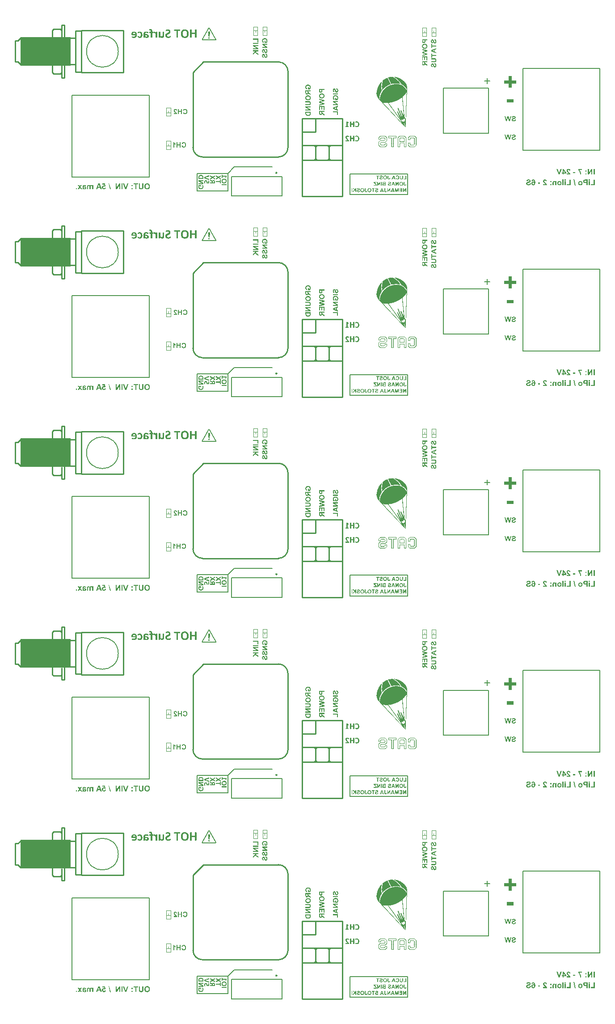
<source format=gbo>
G04*
G04 #@! TF.GenerationSoftware,Altium Limited,Altium Designer,22.1.2 (22)*
G04*
G04 Layer_Color=32896*
%FSLAX44Y44*%
%MOMM*%
G71*
G04*
G04 #@! TF.SameCoordinates,E043F6CF-6A60-43DD-A528-41309D8B8766*
G04*
G04*
G04 #@! TF.FilePolarity,Positive*
G04*
G01*
G75*
%ADD11C,0.2540*%
%ADD12C,0.1524*%
%ADD70C,0.2032*%
%ADD90C,0.2000*%
%ADD165C,0.1000*%
%ADD166R,9.5000X5.5000*%
G36*
X284505Y1886311D02*
X284714D01*
X284776Y1886290D01*
X284839D01*
X285047Y1886248D01*
X285214Y1886227D01*
X285297Y1886207D01*
X285338Y1886186D01*
X285443Y1886144D01*
X285526Y1886082D01*
X285567Y1886040D01*
X285588Y1886019D01*
X285630Y1885957D01*
X285651Y1885894D01*
Y1885832D01*
Y1885811D01*
Y1871169D01*
X285630Y1871085D01*
X285609Y1871002D01*
X285588Y1870960D01*
Y1870940D01*
X285505Y1870877D01*
X285422Y1870835D01*
X285359Y1870815D01*
X285338Y1870794D01*
X285172Y1870752D01*
X285026Y1870731D01*
X284880Y1870710D01*
X284839D01*
X284589Y1870690D01*
X284339Y1870669D01*
X283755D01*
X283631Y1870690D01*
X283443D01*
X283360Y1870710D01*
X283318D01*
X283110Y1870731D01*
X282943Y1870752D01*
X282860Y1870794D01*
X282818D01*
X282693Y1870835D01*
X282631Y1870898D01*
X282589Y1870919D01*
X282568Y1870940D01*
X282527Y1871023D01*
X282485Y1871085D01*
Y1871148D01*
Y1871169D01*
Y1877438D01*
X276695D01*
Y1871169D01*
X276674Y1871085D01*
X276653Y1871002D01*
X276632Y1870960D01*
Y1870940D01*
X276549Y1870877D01*
X276466Y1870835D01*
X276403Y1870815D01*
X276382Y1870794D01*
X276237Y1870752D01*
X276070Y1870731D01*
X275945Y1870710D01*
X275903D01*
X275653Y1870690D01*
X275383Y1870669D01*
X274799D01*
X274674Y1870690D01*
X274487D01*
X274404Y1870710D01*
X274362D01*
X274154Y1870731D01*
X274008Y1870752D01*
X273904Y1870794D01*
X273883D01*
X273758Y1870835D01*
X273675Y1870898D01*
X273633Y1870919D01*
X273612Y1870940D01*
X273571Y1871023D01*
X273529Y1871085D01*
Y1871148D01*
Y1871169D01*
Y1885811D01*
X273550Y1885894D01*
X273571Y1885957D01*
X273591Y1885998D01*
X273612Y1886019D01*
X273696Y1886082D01*
X273779Y1886144D01*
X273841Y1886165D01*
X273883Y1886186D01*
X274029Y1886227D01*
X274175Y1886269D01*
X274300Y1886290D01*
X274362D01*
X274591Y1886311D01*
X274841Y1886331D01*
X275445D01*
X275570Y1886311D01*
X275778D01*
X275841Y1886290D01*
X275903D01*
X276091Y1886248D01*
X276257Y1886227D01*
X276341Y1886207D01*
X276382Y1886186D01*
X276486Y1886144D01*
X276570Y1886082D01*
X276611Y1886040D01*
X276632Y1886019D01*
X276674Y1885957D01*
X276695Y1885894D01*
Y1885832D01*
Y1885811D01*
Y1880125D01*
X282485D01*
Y1885811D01*
X282506Y1885894D01*
X282527Y1885957D01*
X282547Y1885998D01*
X282568Y1886019D01*
X282631Y1886082D01*
X282714Y1886144D01*
X282797Y1886165D01*
X282818Y1886186D01*
X282985Y1886227D01*
X283131Y1886269D01*
X283256Y1886290D01*
X283318D01*
X283547Y1886311D01*
X283797Y1886331D01*
X284380D01*
X284505Y1886311D01*
D02*
G37*
G36*
X190821Y1882499D02*
X191050Y1882478D01*
X191258Y1882457D01*
X191425Y1882437D01*
X191550Y1882416D01*
X191654Y1882395D01*
X191675D01*
X192154Y1882312D01*
X192362Y1882249D01*
X192529Y1882207D01*
X192696Y1882166D01*
X192800Y1882145D01*
X192883Y1882103D01*
X192904D01*
X193300Y1881978D01*
X193466Y1881916D01*
X193612Y1881853D01*
X193737Y1881812D01*
X193820Y1881770D01*
X193883Y1881728D01*
X193904D01*
X194049Y1881645D01*
X194174Y1881583D01*
X194278Y1881520D01*
X194341Y1881458D01*
X194445Y1881374D01*
X194487Y1881333D01*
X194591Y1881208D01*
X194653Y1881083D01*
X194695Y1880979D01*
X194716Y1880958D01*
Y1880937D01*
X194737Y1880750D01*
X194757Y1880562D01*
Y1880479D01*
Y1880416D01*
Y1880375D01*
Y1880354D01*
Y1880166D01*
X194737Y1880000D01*
Y1879896D01*
Y1879875D01*
Y1879854D01*
X194695Y1879687D01*
X194674Y1879562D01*
X194632Y1879479D01*
Y1879458D01*
X194570Y1879354D01*
X194528Y1879292D01*
X194487Y1879250D01*
X194466Y1879229D01*
X194382Y1879187D01*
X194299Y1879167D01*
X194237Y1879146D01*
X194216D01*
X194070Y1879167D01*
X193904Y1879229D01*
X193778Y1879292D01*
X193758Y1879312D01*
X193737D01*
X193487Y1879437D01*
X193237Y1879562D01*
X193133Y1879604D01*
X193050Y1879646D01*
X192987Y1879666D01*
X192966D01*
X192612Y1879812D01*
X192425Y1879875D01*
X192279Y1879937D01*
X192133Y1879979D01*
X192029Y1880020D01*
X191946Y1880041D01*
X191925D01*
X191446Y1880146D01*
X191217Y1880187D01*
X191008Y1880208D01*
X190821Y1880229D01*
X190342D01*
X190154Y1880208D01*
X189988Y1880187D01*
X189842Y1880166D01*
X189738Y1880146D01*
X189655Y1880125D01*
X189613Y1880104D01*
X189592D01*
X189321Y1880000D01*
X189134Y1879875D01*
X189009Y1879771D01*
X188967Y1879750D01*
Y1879729D01*
X188801Y1879521D01*
X188696Y1879333D01*
X188655Y1879229D01*
X188634Y1879167D01*
X188613Y1879125D01*
Y1879104D01*
X188551Y1878813D01*
X188530Y1878521D01*
X188509Y1878417D01*
Y1878313D01*
Y1878250D01*
Y1878229D01*
Y1877584D01*
X190092D01*
X190550Y1877542D01*
X190988Y1877521D01*
X191342Y1877480D01*
X191654Y1877438D01*
X191779Y1877417D01*
X191883Y1877396D01*
X191966Y1877375D01*
X192029D01*
X192050Y1877355D01*
X192071D01*
X192466Y1877271D01*
X192800Y1877167D01*
X193112Y1877063D01*
X193383Y1876938D01*
X193591Y1876855D01*
X193758Y1876771D01*
X193841Y1876709D01*
X193883Y1876688D01*
X194133Y1876521D01*
X194362Y1876334D01*
X194549Y1876126D01*
X194716Y1875959D01*
X194820Y1875793D01*
X194924Y1875668D01*
X194966Y1875584D01*
X194987Y1875542D01*
X195112Y1875272D01*
X195195Y1875001D01*
X195257Y1874730D01*
X195299Y1874480D01*
X195320Y1874251D01*
X195341Y1874085D01*
Y1873960D01*
Y1873939D01*
Y1873918D01*
X195320Y1873605D01*
X195299Y1873314D01*
X195257Y1873064D01*
X195195Y1872856D01*
X195153Y1872668D01*
X195112Y1872543D01*
X195091Y1872439D01*
X195070Y1872418D01*
X194945Y1872189D01*
X194820Y1871981D01*
X194674Y1871794D01*
X194549Y1871627D01*
X194445Y1871502D01*
X194341Y1871419D01*
X194278Y1871356D01*
X194258Y1871335D01*
X194049Y1871190D01*
X193841Y1871044D01*
X193633Y1870939D01*
X193445Y1870856D01*
X193279Y1870773D01*
X193154Y1870731D01*
X193050Y1870710D01*
X193029Y1870690D01*
X192758Y1870606D01*
X192466Y1870565D01*
X192216Y1870523D01*
X191966Y1870481D01*
X191758D01*
X191592Y1870461D01*
X191446D01*
X191071Y1870481D01*
X190717Y1870523D01*
X190404Y1870585D01*
X190113Y1870669D01*
X189884Y1870731D01*
X189717Y1870794D01*
X189613Y1870835D01*
X189571Y1870856D01*
X189259Y1871023D01*
X188967Y1871190D01*
X188717Y1871377D01*
X188488Y1871564D01*
X188301Y1871710D01*
X188176Y1871835D01*
X188072Y1871939D01*
X188051Y1871960D01*
Y1871106D01*
X188030Y1871002D01*
X187988Y1870919D01*
X187967Y1870856D01*
X187947Y1870835D01*
X187843Y1870773D01*
X187738Y1870752D01*
X187655Y1870710D01*
X187613D01*
X187509Y1870690D01*
X187384D01*
X187114Y1870669D01*
X186489D01*
X186364Y1870690D01*
X186176D01*
X186114Y1870710D01*
X186072D01*
X185905Y1870752D01*
X185781Y1870794D01*
X185697Y1870815D01*
X185676Y1870835D01*
X185593Y1870919D01*
X185572Y1871002D01*
X185551Y1871085D01*
Y1871106D01*
Y1878292D01*
X185572Y1878688D01*
X185593Y1879062D01*
X185635Y1879375D01*
X185676Y1879646D01*
X185739Y1879875D01*
X185781Y1880041D01*
X185801Y1880146D01*
X185822Y1880187D01*
X185926Y1880479D01*
X186072Y1880729D01*
X186218Y1880958D01*
X186343Y1881145D01*
X186468Y1881291D01*
X186572Y1881416D01*
X186655Y1881478D01*
X186676Y1881499D01*
X186905Y1881687D01*
X187134Y1881833D01*
X187384Y1881978D01*
X187613Y1882083D01*
X187822Y1882166D01*
X187988Y1882228D01*
X188092Y1882249D01*
X188113Y1882270D01*
X188134D01*
X188488Y1882353D01*
X188842Y1882416D01*
X189217Y1882457D01*
X189550Y1882499D01*
X189842D01*
X190092Y1882520D01*
X190300D01*
X190821Y1882499D01*
D02*
G37*
G36*
X223438Y1882312D02*
X223521D01*
X223583Y1882291D01*
X223646D01*
X223833Y1882270D01*
X224000Y1882249D01*
X224083Y1882228D01*
X224125Y1882207D01*
X224229Y1882166D01*
X224292Y1882103D01*
X224333Y1882062D01*
X224354Y1882041D01*
X224396Y1881978D01*
X224417Y1881916D01*
Y1881853D01*
Y1881833D01*
Y1875293D01*
Y1874855D01*
X224396Y1874460D01*
X224354Y1874105D01*
X224312Y1873793D01*
X224292Y1873564D01*
X224250Y1873376D01*
X224229Y1873272D01*
Y1873231D01*
X224146Y1872939D01*
X224042Y1872668D01*
X223917Y1872418D01*
X223813Y1872210D01*
X223708Y1872043D01*
X223646Y1871898D01*
X223583Y1871814D01*
X223563Y1871794D01*
X223375Y1871564D01*
X223188Y1871377D01*
X222979Y1871210D01*
X222792Y1871064D01*
X222625Y1870960D01*
X222479Y1870877D01*
X222396Y1870835D01*
X222355Y1870815D01*
X222063Y1870690D01*
X221751Y1870606D01*
X221438Y1870544D01*
X221147Y1870502D01*
X220897Y1870481D01*
X220688Y1870461D01*
X220501D01*
X220147Y1870481D01*
X219793Y1870544D01*
X219480Y1870606D01*
X219189Y1870710D01*
X218939Y1870794D01*
X218772Y1870856D01*
X218647Y1870919D01*
X218605Y1870939D01*
X218272Y1871148D01*
X217939Y1871377D01*
X217627Y1871606D01*
X217356Y1871835D01*
X217127Y1872043D01*
X216939Y1872210D01*
X216835Y1872335D01*
X216793Y1872377D01*
Y1871148D01*
Y1871064D01*
X216773Y1870981D01*
X216752Y1870939D01*
Y1870919D01*
X216689Y1870856D01*
X216627Y1870815D01*
X216564Y1870794D01*
X216544Y1870773D01*
X216419Y1870752D01*
X216294Y1870731D01*
X216189Y1870710D01*
X216148D01*
X215940Y1870690D01*
X215731Y1870669D01*
X215252D01*
X215065Y1870690D01*
X214940Y1870710D01*
X214898D01*
X214732Y1870731D01*
X214606Y1870752D01*
X214523Y1870773D01*
X214502D01*
X214398Y1870815D01*
X214315Y1870877D01*
X214294Y1870898D01*
X214273Y1870919D01*
X214232Y1871002D01*
X214211Y1871064D01*
Y1871127D01*
Y1871148D01*
Y1881833D01*
X214232Y1881916D01*
X214252Y1881978D01*
X214273Y1882020D01*
X214294Y1882041D01*
X214357Y1882103D01*
X214440Y1882166D01*
X214523Y1882187D01*
X214544Y1882207D01*
X214690Y1882249D01*
X214836Y1882270D01*
X214961Y1882291D01*
X215002D01*
X215231Y1882312D01*
X215460Y1882332D01*
X216023D01*
X216148Y1882312D01*
X216335D01*
X216398Y1882291D01*
X216460D01*
X216648Y1882270D01*
X216793Y1882249D01*
X216877Y1882228D01*
X216918Y1882207D01*
X217023Y1882166D01*
X217085Y1882103D01*
X217127Y1882062D01*
X217148Y1882041D01*
X217189Y1881978D01*
X217210Y1881916D01*
Y1881853D01*
Y1881833D01*
Y1874730D01*
X217460Y1874439D01*
X217689Y1874189D01*
X217897Y1873980D01*
X218085Y1873814D01*
X218231Y1873668D01*
X218356Y1873585D01*
X218439Y1873522D01*
X218460Y1873501D01*
X218668Y1873356D01*
X218876Y1873251D01*
X219085Y1873189D01*
X219251Y1873147D01*
X219397Y1873106D01*
X219501Y1873085D01*
X219605D01*
X219918Y1873106D01*
X220063Y1873147D01*
X220188Y1873168D01*
X220272Y1873210D01*
X220355Y1873231D01*
X220397Y1873251D01*
X220417D01*
X220647Y1873397D01*
X220813Y1873564D01*
X220938Y1873689D01*
X220959Y1873710D01*
X220980Y1873730D01*
X221126Y1874001D01*
X221209Y1874251D01*
X221251Y1874355D01*
X221271Y1874439D01*
X221292Y1874480D01*
Y1874501D01*
X221334Y1874689D01*
X221355Y1874897D01*
X221376Y1875313D01*
X221397Y1875501D01*
Y1875647D01*
Y1875751D01*
Y1875793D01*
Y1881833D01*
X221417Y1881916D01*
X221438Y1881978D01*
X221459Y1882020D01*
X221480Y1882041D01*
X221542Y1882103D01*
X221626Y1882166D01*
X221709Y1882187D01*
X221730Y1882207D01*
X221875Y1882249D01*
X222021Y1882270D01*
X222146Y1882291D01*
X222188D01*
X222417Y1882312D01*
X222667Y1882332D01*
X223209D01*
X223438Y1882312D01*
D02*
G37*
G36*
X178262Y1882499D02*
X178657Y1882457D01*
X179011Y1882395D01*
X179345Y1882332D01*
X179615Y1882270D01*
X179824Y1882207D01*
X179886Y1882187D01*
X179949Y1882166D01*
X179970Y1882145D01*
X179990D01*
X180345Y1881999D01*
X180678Y1881812D01*
X180969Y1881624D01*
X181219Y1881437D01*
X181407Y1881270D01*
X181573Y1881124D01*
X181657Y1881041D01*
X181698Y1880999D01*
X181948Y1880687D01*
X182177Y1880375D01*
X182365Y1880041D01*
X182511Y1879729D01*
X182636Y1879458D01*
X182719Y1879250D01*
X182761Y1879167D01*
X182781Y1879104D01*
X182802Y1879062D01*
Y1879042D01*
X182927Y1878583D01*
X183031Y1878125D01*
X183094Y1877646D01*
X183156Y1877230D01*
X183177Y1876834D01*
Y1876688D01*
X183198Y1876542D01*
Y1876438D01*
Y1876334D01*
Y1876292D01*
Y1876272D01*
X183177Y1875772D01*
X183156Y1875293D01*
X183094Y1874876D01*
X183031Y1874501D01*
X182990Y1874209D01*
X182948Y1874085D01*
X182927Y1873980D01*
X182906Y1873897D01*
Y1873835D01*
X182885Y1873814D01*
Y1873793D01*
X182740Y1873418D01*
X182594Y1873064D01*
X182427Y1872752D01*
X182261Y1872481D01*
X182136Y1872252D01*
X182011Y1872106D01*
X181927Y1872002D01*
X181907Y1871960D01*
X181657Y1871689D01*
X181386Y1871460D01*
X181115Y1871273D01*
X180865Y1871127D01*
X180636Y1871002D01*
X180469Y1870898D01*
X180345Y1870856D01*
X180303Y1870835D01*
X179928Y1870710D01*
X179553Y1870627D01*
X179199Y1870544D01*
X178845Y1870502D01*
X178553Y1870481D01*
X178324Y1870461D01*
X178116D01*
X177699Y1870481D01*
X177533Y1870502D01*
X177366Y1870523D01*
X177220D01*
X177116Y1870544D01*
X177054Y1870565D01*
X177033D01*
X176658Y1870648D01*
X176491Y1870690D01*
X176366Y1870731D01*
X176241Y1870773D01*
X176158Y1870794D01*
X176096Y1870815D01*
X176075D01*
X175762Y1870919D01*
X175616Y1870981D01*
X175512Y1871044D01*
X175408Y1871085D01*
X175346Y1871127D01*
X175304Y1871148D01*
X175283D01*
X175054Y1871294D01*
X174908Y1871398D01*
X174804Y1871481D01*
X174783Y1871502D01*
X174700Y1871606D01*
X174638Y1871669D01*
X174596Y1871710D01*
Y1871731D01*
X174575Y1871794D01*
X174554Y1871877D01*
X174534Y1871939D01*
Y1871960D01*
X174513Y1872085D01*
X174492Y1872189D01*
X174471Y1872272D01*
Y1872314D01*
X174450Y1872481D01*
Y1872647D01*
Y1872793D01*
Y1872814D01*
Y1872835D01*
Y1873106D01*
X174471Y1873314D01*
Y1873376D01*
X174492Y1873439D01*
Y1873460D01*
Y1873481D01*
X174513Y1873647D01*
X174534Y1873793D01*
X174554Y1873876D01*
Y1873897D01*
X174596Y1874001D01*
X174638Y1874085D01*
X174658Y1874105D01*
X174679Y1874126D01*
X174721Y1874168D01*
X174783Y1874189D01*
X174846D01*
X174971Y1874168D01*
X175096Y1874105D01*
X175179Y1874022D01*
X175200Y1874001D01*
X175221D01*
X175408Y1873855D01*
X175596Y1873710D01*
X175658Y1873647D01*
X175721Y1873605D01*
X175762Y1873585D01*
X175783Y1873564D01*
X176054Y1873397D01*
X176304Y1873272D01*
X176408Y1873210D01*
X176491Y1873189D01*
X176554Y1873147D01*
X176575D01*
X176929Y1873043D01*
X177116Y1873022D01*
X177283Y1873002D01*
X177429Y1872981D01*
X177866D01*
X178074Y1873022D01*
X178262Y1873043D01*
X178407Y1873085D01*
X178532Y1873127D01*
X178637Y1873147D01*
X178699Y1873189D01*
X178720D01*
X179032Y1873397D01*
X179157Y1873501D01*
X179282Y1873605D01*
X179366Y1873710D01*
X179428Y1873793D01*
X179470Y1873835D01*
X179491Y1873855D01*
X179595Y1874022D01*
X179699Y1874209D01*
X179845Y1874564D01*
X179886Y1874730D01*
X179928Y1874855D01*
X179949Y1874939D01*
Y1874959D01*
X180032Y1875480D01*
X180053Y1875730D01*
X180074Y1875980D01*
X180095Y1876167D01*
Y1876334D01*
Y1876438D01*
Y1876480D01*
X180074Y1877105D01*
X179990Y1877625D01*
X179907Y1878083D01*
X179782Y1878479D01*
X179678Y1878771D01*
X179636Y1878875D01*
X179574Y1878979D01*
X179553Y1879042D01*
X179511Y1879104D01*
X179491Y1879146D01*
X179366Y1879312D01*
X179241Y1879458D01*
X178949Y1879666D01*
X178637Y1879833D01*
X178345Y1879958D01*
X178095Y1880020D01*
X177866Y1880041D01*
X177783Y1880062D01*
X177679D01*
X177262Y1880041D01*
X177095Y1880000D01*
X176950Y1879979D01*
X176824Y1879937D01*
X176741Y1879896D01*
X176679Y1879875D01*
X176658D01*
X176346Y1879750D01*
X176116Y1879625D01*
X176033Y1879583D01*
X175971Y1879541D01*
X175929Y1879500D01*
X175908D01*
X175700Y1879375D01*
X175512Y1879250D01*
X175408Y1879167D01*
X175367Y1879146D01*
X175200Y1879042D01*
X175075Y1879000D01*
X174992Y1878979D01*
X174950D01*
X174867Y1879000D01*
X174804Y1879021D01*
X174721Y1879125D01*
X174658Y1879208D01*
X174638Y1879229D01*
Y1879250D01*
X174596Y1879375D01*
X174554Y1879521D01*
X174534Y1879854D01*
X174513Y1880000D01*
Y1880125D01*
Y1880208D01*
Y1880229D01*
Y1880437D01*
Y1880604D01*
X174534Y1880708D01*
Y1880750D01*
X174554Y1880895D01*
Y1880999D01*
X174575Y1881083D01*
Y1881104D01*
X174596Y1881208D01*
X174617Y1881270D01*
X174638Y1881312D01*
X174658Y1881333D01*
X174721Y1881416D01*
X174783Y1881478D01*
X174825Y1881541D01*
X174846Y1881562D01*
X174971Y1881666D01*
X175117Y1881770D01*
X175242Y1881853D01*
X175283Y1881874D01*
X175304D01*
X175554Y1881999D01*
X175783Y1882103D01*
X175867Y1882145D01*
X175950Y1882166D01*
X175991Y1882187D01*
X176012D01*
X176325Y1882291D01*
X176595Y1882353D01*
X176720Y1882374D01*
X176804Y1882395D01*
X176866Y1882416D01*
X176887D01*
X177220Y1882478D01*
X177387Y1882499D01*
X177533D01*
X177658Y1882520D01*
X177824D01*
X178262Y1882499D01*
D02*
G37*
G36*
X167868D02*
X168306Y1882457D01*
X168702Y1882374D01*
X169035Y1882312D01*
X169306Y1882228D01*
X169514Y1882145D01*
X169597Y1882124D01*
X169660Y1882103D01*
X169681Y1882083D01*
X169701D01*
X170076Y1881916D01*
X170410Y1881728D01*
X170701Y1881520D01*
X170951Y1881333D01*
X171159Y1881145D01*
X171305Y1880999D01*
X171388Y1880916D01*
X171430Y1880874D01*
X171680Y1880562D01*
X171888Y1880229D01*
X172076Y1879916D01*
X172242Y1879604D01*
X172346Y1879333D01*
X172451Y1879125D01*
X172472Y1879042D01*
X172492Y1878979D01*
X172513Y1878958D01*
Y1878938D01*
X172638Y1878500D01*
X172721Y1878042D01*
X172784Y1877625D01*
X172826Y1877209D01*
X172846Y1876875D01*
Y1876730D01*
X172867Y1876605D01*
Y1876501D01*
Y1876417D01*
Y1876376D01*
Y1876355D01*
X172846Y1875813D01*
X172805Y1875313D01*
X172763Y1874876D01*
X172680Y1874480D01*
X172617Y1874168D01*
X172596Y1874043D01*
X172576Y1873939D01*
X172555Y1873835D01*
X172534Y1873772D01*
X172513Y1873751D01*
Y1873730D01*
X172367Y1873335D01*
X172201Y1872981D01*
X172013Y1872668D01*
X171847Y1872397D01*
X171701Y1872189D01*
X171576Y1872023D01*
X171472Y1871939D01*
X171451Y1871898D01*
X171159Y1871648D01*
X170868Y1871419D01*
X170555Y1871231D01*
X170285Y1871085D01*
X170035Y1870960D01*
X169826Y1870877D01*
X169701Y1870835D01*
X169681Y1870815D01*
X169660D01*
X169243Y1870690D01*
X168806Y1870606D01*
X168389Y1870544D01*
X167994Y1870502D01*
X167660Y1870481D01*
X167514D01*
X167390Y1870461D01*
X166848D01*
X166577Y1870481D01*
X166327Y1870502D01*
X166098Y1870523D01*
X165911D01*
X165786Y1870544D01*
X165682Y1870565D01*
X165661D01*
X165411Y1870606D01*
X165161Y1870648D01*
X164953Y1870690D01*
X164786Y1870710D01*
X164640Y1870752D01*
X164515Y1870773D01*
X164453Y1870794D01*
X164432D01*
X164244Y1870835D01*
X164057Y1870898D01*
X163911Y1870939D01*
X163786Y1870981D01*
X163682Y1871023D01*
X163599Y1871044D01*
X163557Y1871064D01*
X163536D01*
X163411Y1871127D01*
X163328Y1871169D01*
X163245Y1871210D01*
X163203Y1871231D01*
X163141Y1871273D01*
X163120Y1871294D01*
X163016Y1871419D01*
X162995Y1871439D01*
Y1871460D01*
X162932Y1871606D01*
X162911Y1871648D01*
Y1871669D01*
X162891Y1871773D01*
Y1871898D01*
X162870Y1871981D01*
Y1872002D01*
X162849Y1872148D01*
Y1872293D01*
Y1872418D01*
Y1872439D01*
Y1872460D01*
Y1872668D01*
Y1872814D01*
X162870Y1872897D01*
Y1872939D01*
X162891Y1873085D01*
X162911Y1873168D01*
X162932Y1873231D01*
X162953Y1873251D01*
X162995Y1873314D01*
X163036Y1873356D01*
X163057Y1873397D01*
X163078D01*
X163120Y1873439D01*
X163182Y1873460D01*
X163245D01*
X163391Y1873439D01*
X163557Y1873397D01*
X163682Y1873356D01*
X163703Y1873335D01*
X163724D01*
X163953Y1873251D01*
X164182Y1873168D01*
X164286Y1873147D01*
X164349Y1873106D01*
X164411Y1873085D01*
X164432D01*
X164786Y1872981D01*
X165119Y1872897D01*
X165265Y1872876D01*
X165369Y1872856D01*
X165452Y1872835D01*
X165473D01*
X165952Y1872772D01*
X166181Y1872752D01*
X166390D01*
X166577Y1872731D01*
X167139D01*
X167410Y1872752D01*
X167619Y1872793D01*
X167827Y1872835D01*
X167973Y1872856D01*
X168098Y1872897D01*
X168181Y1872918D01*
X168202D01*
X168410Y1873002D01*
X168577Y1873106D01*
X168743Y1873210D01*
X168868Y1873293D01*
X168972Y1873376D01*
X169056Y1873460D01*
X169097Y1873501D01*
X169118Y1873522D01*
X169347Y1873835D01*
X169514Y1874147D01*
X169576Y1874272D01*
X169597Y1874397D01*
X169639Y1874460D01*
Y1874480D01*
X169722Y1874918D01*
X169743Y1875126D01*
X169764Y1875313D01*
X169785Y1875480D01*
Y1875605D01*
Y1875709D01*
Y1875730D01*
X163286D01*
X163141Y1875751D01*
X162995Y1875772D01*
X162787Y1875855D01*
X162703Y1875897D01*
X162641Y1875938D01*
X162620Y1875980D01*
X162599D01*
X162516Y1876084D01*
X162453Y1876230D01*
X162370Y1876480D01*
Y1876605D01*
X162349Y1876709D01*
Y1876771D01*
Y1876792D01*
Y1877271D01*
X162370Y1877688D01*
X162391Y1878063D01*
X162432Y1878417D01*
X162495Y1878729D01*
X162557Y1879000D01*
X162599Y1879187D01*
X162620Y1879312D01*
X162641Y1879354D01*
X162766Y1879708D01*
X162911Y1880020D01*
X163057Y1880312D01*
X163203Y1880541D01*
X163349Y1880750D01*
X163453Y1880895D01*
X163536Y1880979D01*
X163557Y1881020D01*
X163807Y1881270D01*
X164057Y1881499D01*
X164307Y1881687D01*
X164557Y1881833D01*
X164786Y1881958D01*
X164953Y1882062D01*
X165077Y1882103D01*
X165098Y1882124D01*
X165119D01*
X165494Y1882249D01*
X165890Y1882353D01*
X166265Y1882416D01*
X166619Y1882478D01*
X166931Y1882499D01*
X167077D01*
X167181Y1882520D01*
X167410D01*
X167868Y1882499D01*
D02*
G37*
G36*
X254700Y1886248D02*
X254763Y1886227D01*
X254805Y1886207D01*
X254825Y1886186D01*
X254888Y1886123D01*
X254930Y1886061D01*
X254950Y1885998D01*
X254971Y1885977D01*
X255013Y1885852D01*
X255034Y1885727D01*
X255054Y1885623D01*
Y1885603D01*
Y1885582D01*
X255075Y1885373D01*
Y1885186D01*
Y1885082D01*
Y1885019D01*
Y1884978D01*
Y1884957D01*
Y1884707D01*
X255054Y1884519D01*
Y1884395D01*
Y1884374D01*
Y1884353D01*
X255034Y1884186D01*
X255013Y1884061D01*
X254971Y1883978D01*
Y1883957D01*
X254930Y1883874D01*
X254867Y1883790D01*
X254846Y1883770D01*
X254825Y1883749D01*
X254763Y1883707D01*
X254680Y1883686D01*
X250722D01*
Y1871169D01*
X250702Y1871085D01*
X250681Y1871002D01*
X250660Y1870960D01*
Y1870940D01*
X250576Y1870877D01*
X250493Y1870835D01*
X250431Y1870815D01*
X250410Y1870794D01*
X250243Y1870752D01*
X250097Y1870731D01*
X249952Y1870710D01*
X249910D01*
X249660Y1870690D01*
X249410Y1870669D01*
X248827D01*
X248598Y1870690D01*
X248514D01*
X248452Y1870710D01*
X248389D01*
X248181Y1870731D01*
X248036Y1870752D01*
X247931Y1870794D01*
X247910D01*
X247785Y1870835D01*
X247702Y1870898D01*
X247661Y1870919D01*
X247640Y1870940D01*
X247598Y1871023D01*
X247556Y1871085D01*
Y1871148D01*
Y1871169D01*
Y1883686D01*
X243682Y1883686D01*
X243599Y1883707D01*
X243557Y1883728D01*
X243516Y1883749D01*
X243495D01*
X243433Y1883811D01*
X243370Y1883874D01*
X243349Y1883936D01*
X243328Y1883957D01*
X243287Y1884082D01*
X243266Y1884228D01*
X243245Y1884311D01*
Y1884353D01*
X243224Y1884561D01*
X243203Y1884749D01*
Y1884832D01*
Y1884894D01*
Y1884936D01*
Y1884957D01*
Y1885207D01*
X243224Y1885415D01*
X243245Y1885540D01*
Y1885561D01*
Y1885582D01*
X243266Y1885748D01*
X243287Y1885873D01*
X243307Y1885957D01*
X243328Y1885977D01*
X243370Y1886082D01*
X243433Y1886144D01*
X243474Y1886165D01*
X243495Y1886186D01*
X243557Y1886227D01*
X243620Y1886269D01*
X254617Y1886269D01*
X254700Y1886248D01*
D02*
G37*
G36*
X206005Y1882499D02*
X206213Y1882478D01*
X206317Y1882457D01*
X206380Y1882437D01*
X206421Y1882416D01*
X206442D01*
X206692Y1882332D01*
X206900Y1882228D01*
X206984Y1882187D01*
X207046Y1882145D01*
X207088Y1882124D01*
X207108Y1882103D01*
X207358Y1881916D01*
X207588Y1881708D01*
X207671Y1881624D01*
X207754Y1881541D01*
X207796Y1881499D01*
X207817Y1881478D01*
X208087Y1881166D01*
X208358Y1880854D01*
X208462Y1880729D01*
X208546Y1880625D01*
X208587Y1880541D01*
X208608Y1880520D01*
Y1881833D01*
Y1881916D01*
X208629Y1881978D01*
X208650Y1882020D01*
X208671Y1882041D01*
X208733Y1882103D01*
X208796Y1882166D01*
X208858Y1882187D01*
X208879Y1882207D01*
X208983Y1882249D01*
X209108Y1882270D01*
X209212Y1882291D01*
X209254D01*
X209462Y1882312D01*
X209650Y1882332D01*
X210128D01*
X210337Y1882312D01*
X210462Y1882291D01*
X210503D01*
X210670Y1882270D01*
X210795Y1882249D01*
X210899Y1882228D01*
X210920Y1882207D01*
X211003Y1882166D01*
X211087Y1882103D01*
X211107Y1882062D01*
X211128Y1882041D01*
X211170Y1881916D01*
Y1881853D01*
Y1881833D01*
Y1871148D01*
X211149Y1871064D01*
X211128Y1870981D01*
X211107Y1870939D01*
Y1870919D01*
X211045Y1870856D01*
X210962Y1870815D01*
X210899Y1870794D01*
X210878Y1870773D01*
X210732Y1870752D01*
X210566Y1870731D01*
X210441Y1870710D01*
X210399D01*
X210170Y1870690D01*
X209920Y1870669D01*
X209379D01*
X209150Y1870690D01*
X209066D01*
X208983Y1870710D01*
X208941D01*
X208754Y1870731D01*
X208608Y1870752D01*
X208504Y1870773D01*
X208483D01*
X208358Y1870815D01*
X208296Y1870877D01*
X208254Y1870898D01*
X208233Y1870919D01*
X208192Y1871002D01*
X208150Y1871064D01*
Y1871127D01*
Y1871148D01*
Y1877813D01*
X207921Y1878167D01*
X207796Y1878313D01*
X207712Y1878438D01*
X207629Y1878542D01*
X207567Y1878625D01*
X207546Y1878667D01*
X207525Y1878688D01*
X207317Y1878917D01*
X207129Y1879104D01*
X207004Y1879208D01*
X206984Y1879250D01*
X206963D01*
X206775Y1879396D01*
X206609Y1879500D01*
X206484Y1879562D01*
X206463Y1879583D01*
X206442D01*
X206255Y1879646D01*
X206088Y1879666D01*
X205984Y1879687D01*
X205776D01*
X205651Y1879666D01*
X205567Y1879646D01*
X205546Y1879625D01*
X205421Y1879604D01*
X205317Y1879562D01*
X205234Y1879541D01*
X205213D01*
X205109Y1879521D01*
X205026Y1879479D01*
X204963Y1879458D01*
X204942D01*
X204859Y1879437D01*
X204797Y1879417D01*
X204734D01*
X204651Y1879437D01*
X204588Y1879458D01*
X204547Y1879479D01*
X204526D01*
X204463Y1879541D01*
X204422Y1879604D01*
X204401Y1879666D01*
Y1879687D01*
X204380Y1879833D01*
X204359Y1879979D01*
X204338Y1880083D01*
Y1880104D01*
Y1880125D01*
X204317Y1880354D01*
X204297Y1880583D01*
Y1880687D01*
Y1880770D01*
Y1880812D01*
Y1880833D01*
Y1881124D01*
Y1881333D01*
X204317Y1881416D01*
Y1881478D01*
Y1881499D01*
Y1881520D01*
X204338Y1881687D01*
Y1881812D01*
X204359Y1881874D01*
Y1881895D01*
X204380Y1881978D01*
X204401Y1882041D01*
X204422Y1882062D01*
Y1882083D01*
X204463Y1882187D01*
X204484Y1882228D01*
X204505D01*
X204567Y1882270D01*
X204630Y1882312D01*
X204692Y1882332D01*
X204713D01*
X204817Y1882374D01*
X204942Y1882416D01*
X205005Y1882437D01*
X205047D01*
X205192Y1882457D01*
X205296Y1882478D01*
X205380Y1882499D01*
X205421D01*
X205546Y1882520D01*
X205755D01*
X206005Y1882499D01*
D02*
G37*
G36*
X198465Y1887519D02*
X198777Y1887498D01*
X199069Y1887456D01*
X199319Y1887394D01*
X199527Y1887331D01*
X199673Y1887289D01*
X199756Y1887269D01*
X199798Y1887248D01*
X200048Y1887144D01*
X200277Y1886998D01*
X200485Y1886873D01*
X200652Y1886727D01*
X200798Y1886602D01*
X200902Y1886498D01*
X200964Y1886436D01*
X200985Y1886415D01*
X201152Y1886207D01*
X201277Y1885977D01*
X201402Y1885748D01*
X201485Y1885519D01*
X201568Y1885332D01*
X201610Y1885186D01*
X201631Y1885082D01*
X201651Y1885040D01*
X201714Y1884728D01*
X201777Y1884394D01*
X201818Y1884082D01*
X201839Y1883790D01*
Y1883540D01*
X201860Y1883332D01*
Y1883249D01*
Y1883186D01*
Y1883166D01*
Y1883145D01*
Y1882249D01*
X203276D01*
X203339Y1882228D01*
X203380Y1882207D01*
X203401Y1882187D01*
X203464Y1882124D01*
X203505Y1882062D01*
X203526Y1881999D01*
X203547Y1881978D01*
X203589Y1881853D01*
X203609Y1881728D01*
X203630Y1881624D01*
Y1881604D01*
Y1881583D01*
X203651Y1881395D01*
Y1881208D01*
Y1881145D01*
Y1881083D01*
Y1881041D01*
Y1881020D01*
Y1880791D01*
X203630Y1880583D01*
X203609Y1880416D01*
X203589Y1880291D01*
Y1880187D01*
X203568Y1880125D01*
X203547Y1880083D01*
Y1880062D01*
X203505Y1879979D01*
X203443Y1879916D01*
X203339Y1879833D01*
X203255Y1879791D01*
X201860D01*
Y1871127D01*
X201839Y1871044D01*
X201818Y1870981D01*
X201797Y1870939D01*
Y1870919D01*
X201735Y1870856D01*
X201651Y1870815D01*
X201589Y1870794D01*
X201568Y1870773D01*
X201422Y1870752D01*
X201256Y1870731D01*
X201131Y1870710D01*
X201089D01*
X200860Y1870690D01*
X200610Y1870669D01*
X200069D01*
X199839Y1870690D01*
X199756D01*
X199673Y1870710D01*
X199631D01*
X199444Y1870731D01*
X199298Y1870752D01*
X199194Y1870773D01*
X199173D01*
X199048Y1870815D01*
X198986Y1870877D01*
X198944Y1870898D01*
X198923Y1870919D01*
X198881Y1871002D01*
X198840Y1871064D01*
Y1871106D01*
Y1871127D01*
Y1879791D01*
X196903D01*
X196819Y1879812D01*
X196757Y1879833D01*
X196632Y1879937D01*
X196569Y1880020D01*
X196549Y1880041D01*
Y1880062D01*
X196507Y1880187D01*
X196465Y1880333D01*
X196444Y1880645D01*
X196424Y1880791D01*
Y1880916D01*
Y1880999D01*
Y1881020D01*
Y1881249D01*
X196444Y1881437D01*
X196465Y1881541D01*
Y1881583D01*
X196486Y1881749D01*
X196507Y1881874D01*
X196528Y1881958D01*
X196549Y1881978D01*
X196590Y1882083D01*
X196653Y1882145D01*
X196695Y1882166D01*
X196715Y1882187D01*
X196778Y1882228D01*
X196840Y1882249D01*
X198840D01*
Y1883228D01*
X198819Y1883582D01*
Y1883728D01*
X198798Y1883853D01*
Y1883957D01*
X198777Y1884040D01*
Y1884082D01*
Y1884103D01*
X198715Y1884353D01*
X198652Y1884519D01*
X198590Y1884644D01*
X198569Y1884686D01*
X198444Y1884832D01*
X198298Y1884936D01*
X198215Y1884998D01*
X198173Y1885019D01*
X197986Y1885082D01*
X197798Y1885103D01*
X197652Y1885123D01*
X197403D01*
X197257Y1885103D01*
X197174Y1885082D01*
X197132Y1885061D01*
X196986Y1885040D01*
X196882Y1884998D01*
X196799Y1884978D01*
X196778D01*
X196674Y1884957D01*
X196590Y1884915D01*
X196549Y1884894D01*
X196528D01*
X196403Y1884853D01*
X196340D01*
X196236Y1884874D01*
X196195Y1884894D01*
X196153Y1884936D01*
X196111Y1884978D01*
X196090Y1885019D01*
Y1885040D01*
X196070Y1885144D01*
X196049Y1885248D01*
X196028Y1885332D01*
Y1885373D01*
X196007Y1885540D01*
X195986Y1885727D01*
Y1885811D01*
Y1885873D01*
Y1885915D01*
Y1885936D01*
Y1886165D01*
X196007Y1886352D01*
X196028Y1886456D01*
Y1886498D01*
X196049Y1886665D01*
X196070Y1886790D01*
X196090Y1886873D01*
X196111Y1886894D01*
X196153Y1886998D01*
X196195Y1887060D01*
X196215Y1887081D01*
X196236Y1887102D01*
X196320Y1887165D01*
X196424Y1887227D01*
X196528Y1887248D01*
X196549Y1887269D01*
X196569D01*
X196757Y1887352D01*
X196986Y1887394D01*
X197069Y1887435D01*
X197153D01*
X197194Y1887456D01*
X197215D01*
X197528Y1887498D01*
X197819Y1887540D01*
X198111D01*
X198465Y1887519D01*
D02*
G37*
G36*
X264052Y1886519D02*
X264677Y1886456D01*
X265219Y1886352D01*
X265469Y1886311D01*
X265698Y1886248D01*
X265906Y1886186D01*
X266093Y1886144D01*
X266260Y1886102D01*
X266385Y1886040D01*
X266489Y1886019D01*
X266572Y1885977D01*
X266614Y1885957D01*
X266635D01*
X267135Y1885727D01*
X267593Y1885457D01*
X267989Y1885186D01*
X268343Y1884936D01*
X268613Y1884707D01*
X268822Y1884499D01*
X268884Y1884436D01*
X268947Y1884374D01*
X268968Y1884353D01*
X268988Y1884332D01*
X269322Y1883915D01*
X269613Y1883499D01*
X269842Y1883062D01*
X270051Y1882666D01*
X270196Y1882312D01*
X270259Y1882145D01*
X270321Y1882020D01*
X270363Y1881916D01*
X270384Y1881833D01*
X270405Y1881791D01*
Y1881770D01*
X270571Y1881187D01*
X270676Y1880604D01*
X270759Y1880041D01*
X270821Y1879521D01*
X270842Y1879292D01*
X270863Y1879062D01*
Y1878875D01*
X270884Y1878708D01*
Y1878583D01*
Y1878479D01*
Y1878417D01*
Y1878396D01*
X270863Y1877646D01*
X270821Y1876980D01*
X270780Y1876667D01*
X270738Y1876355D01*
X270696Y1876084D01*
X270655Y1875834D01*
X270634Y1875626D01*
X270592Y1875418D01*
X270550Y1875251D01*
X270509Y1875105D01*
X270488Y1874980D01*
X270467Y1874897D01*
X270446Y1874855D01*
Y1874834D01*
X270259Y1874293D01*
X270051Y1873814D01*
X269822Y1873397D01*
X269592Y1873043D01*
X269405Y1872752D01*
X269238Y1872543D01*
X269176Y1872460D01*
X269134Y1872397D01*
X269093Y1872377D01*
Y1872356D01*
X268738Y1872023D01*
X268364Y1871731D01*
X267989Y1871481D01*
X267635Y1871273D01*
X267322Y1871127D01*
X267176Y1871064D01*
X267072Y1871002D01*
X266968Y1870960D01*
X266906Y1870940D01*
X266864Y1870919D01*
X266843D01*
X266322Y1870773D01*
X265781Y1870648D01*
X265239Y1870565D01*
X264760Y1870523D01*
X264531Y1870502D01*
X264323Y1870481D01*
X264135D01*
X263990Y1870461D01*
X263677D01*
X263011Y1870481D01*
X262407Y1870544D01*
X261844Y1870627D01*
X261595Y1870690D01*
X261365Y1870731D01*
X261178Y1870773D01*
X260991Y1870835D01*
X260824Y1870877D01*
X260699Y1870919D01*
X260595Y1870960D01*
X260511Y1870981D01*
X260470Y1871002D01*
X260449D01*
X259949Y1871231D01*
X259491Y1871502D01*
X259095Y1871773D01*
X258762Y1872023D01*
X258491Y1872252D01*
X258283Y1872460D01*
X258158Y1872585D01*
X258116Y1872606D01*
Y1872627D01*
X257783Y1873043D01*
X257491Y1873481D01*
X257241Y1873918D01*
X257033Y1874314D01*
X256887Y1874668D01*
X256825Y1874834D01*
X256762Y1874959D01*
X256721Y1875063D01*
X256700Y1875147D01*
X256679Y1875188D01*
Y1875209D01*
X256513Y1875793D01*
X256388Y1876396D01*
X256304Y1876980D01*
X256242Y1877500D01*
X256221Y1877750D01*
X256200Y1877979D01*
Y1878167D01*
X256179Y1878333D01*
Y1878479D01*
Y1878583D01*
Y1878646D01*
Y1878667D01*
X256200Y1879396D01*
X256262Y1880062D01*
X256283Y1880375D01*
X256325Y1880666D01*
X256367Y1880937D01*
X256408Y1881166D01*
X256471Y1881395D01*
X256513Y1881583D01*
X256554Y1881770D01*
X256575Y1881895D01*
X256617Y1882020D01*
X256637Y1882103D01*
X256658Y1882145D01*
Y1882166D01*
X256846Y1882687D01*
X257075Y1883166D01*
X257304Y1883603D01*
X257512Y1883957D01*
X257721Y1884228D01*
X257887Y1884457D01*
X257950Y1884519D01*
X257991Y1884582D01*
X258012Y1884603D01*
X258033Y1884624D01*
X258387Y1884957D01*
X258762Y1885269D01*
X259137Y1885519D01*
X259491Y1885707D01*
X259803Y1885873D01*
X259949Y1885915D01*
X260053Y1885977D01*
X260157Y1886019D01*
X260220Y1886040D01*
X260261Y1886061D01*
X260282D01*
X260803Y1886227D01*
X261345Y1886331D01*
X261865Y1886415D01*
X262344Y1886477D01*
X262553Y1886498D01*
X262761Y1886519D01*
X262948D01*
X263094Y1886540D01*
X263386D01*
X264052Y1886519D01*
D02*
G37*
G36*
X231665Y1886519D02*
X232040Y1886498D01*
X232394Y1886456D01*
X232685Y1886394D01*
X232956Y1886331D01*
X233144Y1886290D01*
X233268Y1886269D01*
X233289Y1886248D01*
X233310D01*
X233643Y1886144D01*
X233956Y1885998D01*
X234247Y1885873D01*
X234476Y1885727D01*
X234685Y1885603D01*
X234830Y1885498D01*
X234914Y1885436D01*
X234956Y1885415D01*
X235205Y1885186D01*
X235434Y1884957D01*
X235622Y1884728D01*
X235789Y1884499D01*
X235914Y1884290D01*
X235997Y1884144D01*
X236059Y1884040D01*
X236080Y1883999D01*
X236205Y1883686D01*
X236309Y1883353D01*
X236372Y1883020D01*
X236434Y1882728D01*
X236455Y1882457D01*
X236476Y1882249D01*
Y1882166D01*
Y1882103D01*
Y1882083D01*
Y1882062D01*
X236455Y1881708D01*
X236434Y1881395D01*
X236393Y1881104D01*
X236330Y1880854D01*
X236289Y1880645D01*
X236247Y1880500D01*
X236226Y1880416D01*
X236205Y1880375D01*
X236080Y1880125D01*
X235955Y1879896D01*
X235830Y1879687D01*
X235726Y1879521D01*
X235622Y1879375D01*
X235539Y1879250D01*
X235476Y1879187D01*
X235455Y1879167D01*
X235081Y1878813D01*
X234914Y1878667D01*
X234747Y1878542D01*
X234601Y1878438D01*
X234497Y1878354D01*
X234414Y1878313D01*
X234393Y1878292D01*
X233956Y1878042D01*
X233748Y1877938D01*
X233560Y1877834D01*
X233414Y1877750D01*
X233289Y1877688D01*
X233206Y1877667D01*
X233185Y1877646D01*
X232727Y1877438D01*
X232519Y1877355D01*
X232352Y1877271D01*
X232185Y1877209D01*
X232081Y1877146D01*
X231998Y1877126D01*
X231977Y1877105D01*
X231560Y1876917D01*
X231394Y1876813D01*
X231227Y1876730D01*
X231102Y1876646D01*
X231019Y1876605D01*
X230956Y1876563D01*
X230936Y1876542D01*
X230602Y1876313D01*
X230478Y1876209D01*
X230373Y1876105D01*
X230290Y1876001D01*
X230228Y1875938D01*
X230186Y1875897D01*
X230165Y1875876D01*
X230061Y1875730D01*
X229998Y1875584D01*
X229915Y1875293D01*
X229894Y1875168D01*
X229874Y1875063D01*
Y1875001D01*
Y1874980D01*
X229894Y1874668D01*
X229936Y1874522D01*
X229957Y1874397D01*
X229998Y1874293D01*
X230040Y1874209D01*
X230061Y1874168D01*
Y1874147D01*
X230207Y1873897D01*
X230352Y1873689D01*
X230478Y1873564D01*
X230519Y1873543D01*
X230540Y1873522D01*
X230790Y1873356D01*
X231040Y1873231D01*
X231144Y1873189D01*
X231227Y1873147D01*
X231290Y1873127D01*
X231311D01*
X231665Y1873064D01*
X231831Y1873022D01*
X231998D01*
X232144Y1873002D01*
X232664D01*
X232956Y1873022D01*
X233227Y1873064D01*
X233456Y1873106D01*
X233643Y1873127D01*
X233768Y1873168D01*
X233872Y1873189D01*
X233893D01*
X234143Y1873272D01*
X234352Y1873335D01*
X234539Y1873418D01*
X234706Y1873481D01*
X234851Y1873543D01*
X234956Y1873585D01*
X235018Y1873605D01*
X235039Y1873626D01*
X235372Y1873793D01*
X235497Y1873876D01*
X235622Y1873939D01*
X235705Y1874001D01*
X235768Y1874022D01*
X235809Y1874064D01*
X235830D01*
X236018Y1874189D01*
X236184Y1874251D01*
X236268Y1874272D01*
X236309D01*
X236393Y1874251D01*
X236455Y1874230D01*
X236497Y1874209D01*
X236518Y1874189D01*
X236580Y1874126D01*
X236622Y1874043D01*
X236643Y1873980D01*
X236663Y1873960D01*
X236684Y1873835D01*
X236705Y1873710D01*
X236726Y1873605D01*
Y1873585D01*
Y1873564D01*
X236747Y1873356D01*
Y1873168D01*
Y1873064D01*
Y1873002D01*
Y1872960D01*
Y1872939D01*
Y1872752D01*
X236726Y1872585D01*
Y1872439D01*
X236705Y1872314D01*
Y1872231D01*
X236684Y1872168D01*
Y1872127D01*
Y1872106D01*
X236622Y1871918D01*
X236559Y1871773D01*
X236497Y1871689D01*
X236476Y1871648D01*
X236330Y1871523D01*
X236143Y1871419D01*
X236018Y1871335D01*
X235976Y1871294D01*
X235955D01*
X235664Y1871148D01*
X235393Y1871023D01*
X235268Y1870960D01*
X235164Y1870939D01*
X235101Y1870898D01*
X235081D01*
X234664Y1870773D01*
X234456Y1870731D01*
X234268Y1870690D01*
X234102Y1870648D01*
X233977Y1870627D01*
X233872Y1870606D01*
X233852D01*
X233331Y1870523D01*
X233081Y1870502D01*
X232852Y1870481D01*
X232664Y1870461D01*
X232373D01*
X231935Y1870481D01*
X231519Y1870502D01*
X231123Y1870544D01*
X230790Y1870606D01*
X230519Y1870669D01*
X230311Y1870710D01*
X230228Y1870731D01*
X230165D01*
X230144Y1870752D01*
X230123D01*
X229748Y1870877D01*
X229394Y1871023D01*
X229082Y1871190D01*
X228832Y1871335D01*
X228603Y1871481D01*
X228457Y1871585D01*
X228353Y1871669D01*
X228311Y1871689D01*
X228020Y1871939D01*
X227791Y1872189D01*
X227561Y1872460D01*
X227395Y1872689D01*
X227249Y1872918D01*
X227145Y1873085D01*
X227083Y1873189D01*
X227062Y1873231D01*
X226916Y1873585D01*
X226791Y1873960D01*
X226708Y1874314D01*
X226666Y1874647D01*
X226624Y1874939D01*
X226604Y1875168D01*
Y1875251D01*
Y1875313D01*
Y1875355D01*
Y1875376D01*
X226624Y1875709D01*
X226645Y1876022D01*
X226687Y1876292D01*
X226749Y1876542D01*
X226812Y1876730D01*
X226853Y1876875D01*
X226874Y1876980D01*
X226895Y1877000D01*
X227020Y1877250D01*
X227145Y1877480D01*
X227270Y1877688D01*
X227395Y1877854D01*
X227499Y1878000D01*
X227582Y1878104D01*
X227645Y1878167D01*
X227666Y1878188D01*
X228020Y1878542D01*
X228207Y1878708D01*
X228374Y1878833D01*
X228520Y1878938D01*
X228624Y1879021D01*
X228707Y1879062D01*
X228728Y1879083D01*
X229165Y1879333D01*
X229374Y1879458D01*
X229561Y1879541D01*
X229728Y1879625D01*
X229853Y1879687D01*
X229936Y1879708D01*
X229957Y1879729D01*
X230394Y1879937D01*
X230602Y1880020D01*
X230790Y1880104D01*
X230936Y1880166D01*
X231061Y1880229D01*
X231144Y1880250D01*
X231165Y1880271D01*
X231581Y1880479D01*
X231769Y1880562D01*
X231935Y1880645D01*
X232060Y1880729D01*
X232164Y1880791D01*
X232227Y1880812D01*
X232248Y1880833D01*
X232560Y1881062D01*
X232685Y1881166D01*
X232789Y1881270D01*
X232873Y1881374D01*
X232935Y1881437D01*
X232977Y1881478D01*
X232998Y1881499D01*
X233081Y1881645D01*
X233144Y1881812D01*
X233227Y1882103D01*
X233248Y1882207D01*
X233268Y1882312D01*
Y1882374D01*
Y1882395D01*
X233248Y1882645D01*
X233206Y1882853D01*
X233185Y1882937D01*
X233164Y1882999D01*
X233144Y1883041D01*
Y1883061D01*
X233039Y1883270D01*
X232914Y1883436D01*
X232810Y1883540D01*
X232768Y1883582D01*
X232560Y1883728D01*
X232352Y1883853D01*
X232269Y1883895D01*
X232206Y1883915D01*
X232164Y1883936D01*
X232144D01*
X231831Y1884019D01*
X231540Y1884061D01*
X231415Y1884082D01*
X230977D01*
X230748Y1884061D01*
X230561Y1884040D01*
X230373Y1883999D01*
X230228Y1883978D01*
X230123Y1883936D01*
X230040Y1883915D01*
X230019D01*
X229624Y1883790D01*
X229457Y1883728D01*
X229311Y1883665D01*
X229207Y1883624D01*
X229124Y1883582D01*
X229061Y1883540D01*
X229040D01*
X228749Y1883416D01*
X228520Y1883291D01*
X228436Y1883249D01*
X228374Y1883207D01*
X228353Y1883186D01*
X228332D01*
X228145Y1883082D01*
X228020Y1883041D01*
X227936Y1883020D01*
X227916D01*
X227832Y1883041D01*
X227770Y1883061D01*
X227728Y1883082D01*
X227707D01*
X227645Y1883145D01*
X227603Y1883207D01*
X227582Y1883270D01*
Y1883291D01*
X227561Y1883416D01*
X227541Y1883561D01*
X227520Y1883645D01*
Y1883686D01*
X227499Y1883895D01*
Y1884082D01*
Y1884165D01*
Y1884228D01*
Y1884270D01*
Y1884290D01*
Y1884499D01*
Y1884665D01*
X227520Y1884769D01*
Y1884811D01*
X227541Y1884957D01*
X227561Y1885061D01*
X227582Y1885123D01*
Y1885144D01*
X227603Y1885248D01*
X227624Y1885311D01*
X227645Y1885352D01*
Y1885373D01*
X227687Y1885457D01*
X227749Y1885519D01*
X227791Y1885561D01*
X227812Y1885582D01*
X227853Y1885623D01*
X227936Y1885686D01*
X228082Y1885769D01*
X228228Y1885852D01*
X228270Y1885873D01*
X228291D01*
X228582Y1885998D01*
X228853Y1886102D01*
X228978Y1886144D01*
X229061Y1886186D01*
X229124Y1886207D01*
X229144D01*
X229499Y1886311D01*
X229686Y1886352D01*
X229853Y1886373D01*
X229978Y1886394D01*
X230082Y1886415D01*
X230165Y1886436D01*
X230186D01*
X230582Y1886498D01*
X230769Y1886519D01*
X230936D01*
X231061Y1886540D01*
X231269D01*
X231665Y1886519D01*
D02*
G37*
G36*
X309764Y1889935D02*
X310132D01*
Y1889813D01*
X310254D01*
Y1889690D01*
X310377D01*
Y1889568D01*
X310499D01*
Y1889445D01*
X310622D01*
Y1889323D01*
X310744D01*
Y1889200D01*
X310867D01*
Y1889077D01*
Y1888955D01*
X310990D01*
Y1888832D01*
X311112D01*
Y1888710D01*
Y1888587D01*
X311235D01*
Y1888465D01*
Y1888342D01*
X311357D01*
Y1888220D01*
Y1888097D01*
X311480D01*
Y1887975D01*
X311602D01*
Y1887852D01*
Y1887729D01*
X311725D01*
Y1887607D01*
Y1887484D01*
X311847D01*
Y1887362D01*
Y1887239D01*
X311970D01*
Y1887117D01*
X312092D01*
Y1886994D01*
Y1886872D01*
X312215D01*
Y1886749D01*
Y1886627D01*
X312338D01*
Y1886504D01*
Y1886382D01*
X312460D01*
Y1886259D01*
X312583D01*
Y1886136D01*
Y1886014D01*
X312705D01*
Y1885891D01*
Y1885769D01*
X312828D01*
Y1885646D01*
Y1885524D01*
X312950D01*
Y1885401D01*
X313073D01*
Y1885279D01*
Y1885156D01*
X313195D01*
Y1885034D01*
Y1884911D01*
X313318D01*
Y1884789D01*
Y1884666D01*
X313440D01*
Y1884543D01*
X313563D01*
Y1884421D01*
Y1884298D01*
X313686D01*
Y1884176D01*
Y1884053D01*
X313808D01*
Y1883931D01*
Y1883808D01*
X313931D01*
Y1883686D01*
X314053D01*
Y1883563D01*
Y1883441D01*
X314176D01*
Y1883318D01*
Y1883195D01*
X314298D01*
Y1883073D01*
Y1882950D01*
X314421D01*
Y1882828D01*
X314543D01*
Y1882705D01*
Y1882583D01*
X314666D01*
Y1882460D01*
Y1882338D01*
X314788D01*
Y1882215D01*
Y1882092D01*
X314911D01*
Y1881970D01*
X315033D01*
Y1881847D01*
Y1881725D01*
X315156D01*
Y1881602D01*
Y1881480D01*
X315279D01*
Y1881357D01*
Y1881235D01*
X315401D01*
Y1881112D01*
X315524D01*
Y1880990D01*
Y1880867D01*
X315646D01*
Y1880744D01*
Y1880622D01*
X315769D01*
Y1880499D01*
Y1880377D01*
X315891D01*
Y1880254D01*
X316014D01*
Y1880132D01*
Y1880009D01*
X316136D01*
Y1879887D01*
Y1879764D01*
X316259D01*
Y1879642D01*
Y1879519D01*
X316381D01*
Y1879397D01*
X316504D01*
Y1879274D01*
Y1879151D01*
X316627D01*
Y1879029D01*
Y1878906D01*
X316749D01*
Y1878784D01*
Y1878661D01*
X316872D01*
Y1878539D01*
X316994D01*
Y1878416D01*
Y1878294D01*
X317117D01*
Y1878171D01*
Y1878049D01*
X317239D01*
Y1877926D01*
Y1877803D01*
X317362D01*
Y1877681D01*
X317484D01*
Y1877558D01*
Y1877436D01*
X317607D01*
Y1877313D01*
Y1877191D01*
X317729D01*
Y1877068D01*
Y1876946D01*
X317852D01*
Y1876823D01*
X317975D01*
Y1876701D01*
Y1876578D01*
X318097D01*
Y1876456D01*
Y1876333D01*
X318220D01*
Y1876210D01*
Y1876088D01*
X318342D01*
Y1875965D01*
X318465D01*
Y1875843D01*
Y1875720D01*
X318587D01*
Y1875598D01*
Y1875475D01*
X318710D01*
Y1875353D01*
Y1875230D01*
X318832D01*
Y1875108D01*
X318955D01*
Y1874985D01*
Y1874862D01*
X319077D01*
Y1874740D01*
Y1874617D01*
X319200D01*
Y1874495D01*
Y1874372D01*
X319323D01*
Y1874250D01*
X319445D01*
Y1874127D01*
Y1874005D01*
X319568D01*
Y1873882D01*
Y1873759D01*
X319690D01*
Y1873637D01*
Y1873515D01*
X319813D01*
Y1873392D01*
X319935D01*
Y1873269D01*
Y1873147D01*
X320058D01*
Y1873024D01*
Y1872902D01*
X320180D01*
Y1872779D01*
Y1872657D01*
X320303D01*
Y1872534D01*
X320425D01*
Y1872412D01*
Y1872289D01*
X320548D01*
Y1872166D01*
Y1872044D01*
X320671D01*
Y1871921D01*
Y1871799D01*
X320793D01*
Y1871676D01*
X320916D01*
Y1871554D01*
Y1871431D01*
X321038D01*
Y1871309D01*
Y1871186D01*
X321161D01*
Y1871064D01*
Y1870941D01*
X321283D01*
Y1870818D01*
X321406D01*
Y1870696D01*
Y1870573D01*
X321528D01*
Y1870451D01*
Y1870328D01*
X321651D01*
Y1870206D01*
X321773D01*
Y1870083D01*
Y1869961D01*
X321896D01*
Y1869838D01*
Y1869716D01*
X322019D01*
Y1869593D01*
Y1869471D01*
X322141D01*
Y1869348D01*
Y1869225D01*
X322264D01*
Y1869103D01*
X322386D01*
Y1868980D01*
Y1868858D01*
X322509D01*
Y1868735D01*
Y1868613D01*
X322631D01*
Y1868490D01*
X322754D01*
Y1868368D01*
Y1868245D01*
X322876D01*
Y1868123D01*
Y1868000D01*
X322999D01*
Y1867878D01*
Y1867755D01*
X323121D01*
Y1867632D01*
Y1867510D01*
X323244D01*
Y1867387D01*
Y1867265D01*
Y1867142D01*
X323367D01*
Y1867020D01*
Y1866897D01*
Y1866775D01*
Y1866652D01*
Y1866530D01*
X323244D01*
Y1866407D01*
Y1866284D01*
X323121D01*
Y1866162D01*
X322999D01*
Y1866039D01*
X322876D01*
Y1865917D01*
X322754D01*
Y1865794D01*
X322264D01*
Y1865672D01*
X296775D01*
Y1865794D01*
X296407D01*
Y1865917D01*
X296162D01*
Y1866039D01*
X296039D01*
Y1866162D01*
X295917D01*
Y1866284D01*
Y1866407D01*
X295794D01*
Y1866530D01*
Y1866652D01*
X295672D01*
Y1866775D01*
Y1866897D01*
Y1867020D01*
Y1867142D01*
Y1867265D01*
X295794D01*
Y1867387D01*
Y1867510D01*
Y1867632D01*
X295917D01*
Y1867755D01*
Y1867878D01*
X296039D01*
Y1868000D01*
Y1868123D01*
X296162D01*
Y1868245D01*
Y1868368D01*
X296284D01*
Y1868490D01*
X296407D01*
Y1868613D01*
Y1868735D01*
X296530D01*
Y1868858D01*
Y1868980D01*
X296652D01*
Y1869103D01*
Y1869225D01*
X296775D01*
Y1869348D01*
X296897D01*
Y1869471D01*
Y1869593D01*
X297020D01*
Y1869716D01*
Y1869838D01*
X297142D01*
Y1869961D01*
Y1870083D01*
X297265D01*
Y1870206D01*
X297387D01*
Y1870328D01*
Y1870451D01*
X297510D01*
Y1870573D01*
Y1870696D01*
X297632D01*
Y1870818D01*
Y1870941D01*
X297755D01*
Y1871064D01*
X297877D01*
Y1871186D01*
Y1871309D01*
X298000D01*
Y1871431D01*
Y1871554D01*
X298123D01*
Y1871676D01*
Y1871799D01*
X298245D01*
Y1871921D01*
Y1872044D01*
X298368D01*
Y1872166D01*
X298490D01*
Y1872289D01*
Y1872412D01*
X298613D01*
Y1872534D01*
Y1872657D01*
X298735D01*
Y1872779D01*
Y1872902D01*
X298858D01*
Y1873024D01*
X298980D01*
Y1873147D01*
Y1873269D01*
X299103D01*
Y1873392D01*
Y1873515D01*
X299225D01*
Y1873637D01*
Y1873759D01*
X299348D01*
Y1873882D01*
Y1874005D01*
X299471D01*
Y1874127D01*
X299593D01*
Y1874250D01*
Y1874372D01*
X299716D01*
Y1874495D01*
Y1874617D01*
X299838D01*
Y1874740D01*
Y1874862D01*
X299961D01*
Y1874985D01*
X300083D01*
Y1875108D01*
Y1875230D01*
X300206D01*
Y1875353D01*
Y1875475D01*
X300328D01*
Y1875598D01*
Y1875720D01*
X300451D01*
Y1875843D01*
X300573D01*
Y1875965D01*
Y1876088D01*
X300696D01*
Y1876210D01*
Y1876333D01*
X300819D01*
Y1876456D01*
Y1876578D01*
X300941D01*
Y1876701D01*
X301064D01*
Y1876823D01*
Y1876946D01*
X301186D01*
Y1877068D01*
Y1877191D01*
X301309D01*
Y1877313D01*
Y1877436D01*
X301431D01*
Y1877558D01*
Y1877681D01*
X301554D01*
Y1877803D01*
X301676D01*
Y1877926D01*
Y1878049D01*
X301799D01*
Y1878171D01*
Y1878294D01*
X301921D01*
Y1878416D01*
Y1878539D01*
X302044D01*
Y1878661D01*
X302167D01*
Y1878784D01*
Y1878906D01*
X302289D01*
Y1879029D01*
Y1879151D01*
X302411D01*
Y1879274D01*
Y1879397D01*
X302534D01*
Y1879519D01*
Y1879642D01*
X302657D01*
Y1879764D01*
X302779D01*
Y1879887D01*
Y1880009D01*
X302902D01*
Y1880132D01*
Y1880254D01*
X303024D01*
Y1880377D01*
Y1880499D01*
X303147D01*
Y1880622D01*
X303269D01*
Y1880744D01*
Y1880867D01*
X303392D01*
Y1880990D01*
Y1881112D01*
X303514D01*
Y1881235D01*
Y1881357D01*
X303637D01*
Y1881480D01*
X303759D01*
Y1881602D01*
Y1881725D01*
X303882D01*
Y1881847D01*
Y1881970D01*
X304005D01*
Y1882092D01*
Y1882215D01*
X304127D01*
Y1882338D01*
Y1882460D01*
X304250D01*
Y1882583D01*
X304372D01*
Y1882705D01*
Y1882828D01*
X304495D01*
Y1882950D01*
Y1883073D01*
X304617D01*
Y1883195D01*
Y1883318D01*
X304740D01*
Y1883441D01*
X304862D01*
Y1883563D01*
Y1883686D01*
X304985D01*
Y1883808D01*
Y1883931D01*
X305107D01*
Y1884053D01*
Y1884176D01*
X305230D01*
Y1884298D01*
X305353D01*
Y1884421D01*
Y1884543D01*
X305475D01*
Y1884666D01*
Y1884789D01*
X305598D01*
Y1884911D01*
Y1885034D01*
X305720D01*
Y1885156D01*
X305843D01*
Y1885279D01*
Y1885401D01*
X305965D01*
Y1885524D01*
Y1885646D01*
X306088D01*
Y1885769D01*
Y1885891D01*
X306210D01*
Y1886014D01*
Y1886136D01*
X306333D01*
Y1886259D01*
X306455D01*
Y1886382D01*
Y1886504D01*
X306578D01*
Y1886627D01*
Y1886749D01*
X306701D01*
Y1886872D01*
Y1886994D01*
X306823D01*
Y1887117D01*
X306946D01*
Y1887239D01*
Y1887362D01*
X307068D01*
Y1887484D01*
Y1887607D01*
X307191D01*
Y1887729D01*
Y1887852D01*
X307313D01*
Y1887975D01*
X307436D01*
Y1888097D01*
Y1888220D01*
X307558D01*
Y1888342D01*
Y1888465D01*
X307681D01*
Y1888587D01*
Y1888710D01*
X307803D01*
Y1888832D01*
X307926D01*
Y1888955D01*
Y1889077D01*
X308049D01*
Y1889200D01*
Y1889323D01*
X308171D01*
Y1889445D01*
X308294D01*
Y1889568D01*
X308416D01*
Y1889690D01*
X308539D01*
Y1889813D01*
X308784D01*
Y1889935D01*
X309029D01*
Y1890058D01*
X309764D01*
Y1889935D01*
D02*
G37*
G36*
X415283Y1869989D02*
X415537Y1869979D01*
X415780Y1869947D01*
X416023Y1869915D01*
X416245Y1869863D01*
X416456Y1869820D01*
X416657Y1869767D01*
X416847Y1869715D01*
X417016Y1869662D01*
X417164Y1869609D01*
X417301Y1869556D01*
X417407Y1869514D01*
X417502Y1869482D01*
X417565Y1869451D01*
X417608Y1869440D01*
X417618Y1869429D01*
X417840Y1869313D01*
X418041Y1869197D01*
X418231Y1869059D01*
X418411Y1868922D01*
X418569Y1868785D01*
X418728Y1868637D01*
X418865Y1868499D01*
X418981Y1868362D01*
X419098Y1868235D01*
X419193Y1868119D01*
X419267Y1868003D01*
X419341Y1867918D01*
X419393Y1867834D01*
X419425Y1867781D01*
X419446Y1867739D01*
X419457Y1867728D01*
X419573Y1867506D01*
X419668Y1867284D01*
X419753Y1867063D01*
X419827Y1866830D01*
X419879Y1866597D01*
X419932Y1866376D01*
X419975Y1866164D01*
X420006Y1865964D01*
X420038Y1865773D01*
X420059Y1865604D01*
X420070Y1865446D01*
X420080Y1865308D01*
X420091Y1865203D01*
Y1865055D01*
X420080Y1864833D01*
X420070Y1864611D01*
X420017Y1864178D01*
X419985Y1863967D01*
X419943Y1863776D01*
X419901Y1863586D01*
X419858Y1863417D01*
X419816Y1863259D01*
X419784Y1863111D01*
X419742Y1862984D01*
X419710Y1862878D01*
X419679Y1862794D01*
X419658Y1862730D01*
X419636Y1862688D01*
Y1862677D01*
X419552Y1862466D01*
X419457Y1862265D01*
X419372Y1862075D01*
X419277Y1861906D01*
X419193Y1861737D01*
X419108Y1861589D01*
X419024Y1861462D01*
X418939Y1861335D01*
X418865Y1861230D01*
X418802Y1861135D01*
X418738Y1861061D01*
X418685Y1860997D01*
X418643Y1860945D01*
X418611Y1860913D01*
X418601Y1860892D01*
X418590Y1860881D01*
X414691D01*
Y1865118D01*
X416340D01*
Y1862868D01*
X417587D01*
X417713Y1863047D01*
X417819Y1863227D01*
X417914Y1863407D01*
X417999Y1863575D01*
X418073Y1863723D01*
X418125Y1863840D01*
X418147Y1863882D01*
X418157Y1863914D01*
X418168Y1863935D01*
Y1863945D01*
X418252Y1864178D01*
X418305Y1864400D01*
X418347Y1864601D01*
X418379Y1864791D01*
X418400Y1864949D01*
Y1865023D01*
X418411Y1865076D01*
Y1865182D01*
X418400Y1865414D01*
X418368Y1865625D01*
X418326Y1865826D01*
X418273Y1866027D01*
X418210Y1866207D01*
X418136Y1866365D01*
X418062Y1866524D01*
X417977Y1866661D01*
X417893Y1866777D01*
X417819Y1866893D01*
X417745Y1866978D01*
X417682Y1867063D01*
X417629Y1867115D01*
X417576Y1867168D01*
X417555Y1867189D01*
X417544Y1867200D01*
X417375Y1867337D01*
X417185Y1867453D01*
X416984Y1867559D01*
X416773Y1867644D01*
X416551Y1867718D01*
X416340Y1867781D01*
X416118Y1867834D01*
X415917Y1867876D01*
X415716Y1867908D01*
X415526Y1867929D01*
X415368Y1867950D01*
X415220Y1867961D01*
X415103D01*
X415008Y1867971D01*
X414955D01*
X414934D01*
X414638Y1867961D01*
X414364Y1867939D01*
X414110Y1867897D01*
X413878Y1867855D01*
X413656Y1867791D01*
X413455Y1867728D01*
X413275Y1867665D01*
X413117Y1867591D01*
X412969Y1867517D01*
X412853Y1867453D01*
X412747Y1867390D01*
X412663Y1867327D01*
X412589Y1867284D01*
X412546Y1867242D01*
X412515Y1867221D01*
X412504Y1867210D01*
X412356Y1867063D01*
X412229Y1866904D01*
X412124Y1866735D01*
X412029Y1866566D01*
X411944Y1866397D01*
X411881Y1866228D01*
X411828Y1866059D01*
X411786Y1865900D01*
X411754Y1865752D01*
X411722Y1865604D01*
X411701Y1865477D01*
X411690Y1865372D01*
X411680Y1865287D01*
Y1865161D01*
X411701Y1864854D01*
X411743Y1864579D01*
X411817Y1864336D01*
X411891Y1864136D01*
X411934Y1864051D01*
X411965Y1863967D01*
X412007Y1863903D01*
X412039Y1863850D01*
X412060Y1863797D01*
X412081Y1863766D01*
X412103Y1863755D01*
Y1863745D01*
X412272Y1863544D01*
X412451Y1863385D01*
X412641Y1863248D01*
X412821Y1863142D01*
X412980Y1863058D01*
X413054Y1863026D01*
X413117Y1863005D01*
X413159Y1862984D01*
X413201Y1862973D01*
X413223Y1862963D01*
X413233D01*
X412863Y1861008D01*
X412620Y1861071D01*
X412388Y1861145D01*
X412166Y1861240D01*
X411965Y1861335D01*
X411786Y1861441D01*
X411606Y1861557D01*
X411447Y1861663D01*
X411310Y1861779D01*
X411183Y1861885D01*
X411067Y1861991D01*
X410983Y1862086D01*
X410898Y1862160D01*
X410835Y1862234D01*
X410792Y1862286D01*
X410771Y1862318D01*
X410761Y1862329D01*
X410623Y1862529D01*
X410507Y1862741D01*
X410412Y1862963D01*
X410317Y1863195D01*
X410243Y1863438D01*
X410190Y1863671D01*
X410137Y1863903D01*
X410095Y1864125D01*
X410063Y1864336D01*
X410042Y1864527D01*
X410021Y1864706D01*
X410010Y1864865D01*
X410000Y1864981D01*
Y1865414D01*
X410021Y1865657D01*
X410042Y1865890D01*
X410074Y1866111D01*
X410116Y1866323D01*
X410158Y1866513D01*
X410201Y1866693D01*
X410243Y1866851D01*
X410285Y1866999D01*
X410327Y1867126D01*
X410370Y1867231D01*
X410412Y1867327D01*
X410444Y1867401D01*
X410465Y1867453D01*
X410475Y1867485D01*
X410486Y1867496D01*
X410613Y1867718D01*
X410750Y1867929D01*
X410887Y1868130D01*
X411035Y1868309D01*
X411194Y1868478D01*
X411342Y1868626D01*
X411490Y1868774D01*
X411638Y1868890D01*
X411775Y1869007D01*
X411902Y1869102D01*
X412018Y1869176D01*
X412113Y1869250D01*
X412198Y1869303D01*
X412261Y1869334D01*
X412303Y1869355D01*
X412314Y1869366D01*
X412536Y1869482D01*
X412768Y1869577D01*
X413001Y1869662D01*
X413233Y1869736D01*
X413466Y1869789D01*
X413688Y1869841D01*
X413909Y1869884D01*
X414110Y1869915D01*
X414300Y1869947D01*
X414469Y1869968D01*
X414628Y1869979D01*
X414765Y1869989D01*
X414871Y1870000D01*
X414955D01*
X414998D01*
X415019D01*
X415283Y1869989D01*
D02*
G37*
G36*
X402753Y1862142D02*
X401104D01*
Y1867035D01*
X393084D01*
Y1869000D01*
X402753D01*
Y1862142D01*
D02*
G37*
G36*
X737048Y1867958D02*
X737333Y1867894D01*
X737587Y1867820D01*
X737830Y1867736D01*
X738052Y1867641D01*
X738263Y1867545D01*
X738442Y1867440D01*
X738612Y1867334D01*
X738759Y1867239D01*
X738886Y1867144D01*
X738992Y1867049D01*
X739087Y1866975D01*
X739150Y1866912D01*
X739203Y1866859D01*
X739235Y1866827D01*
X739246Y1866817D01*
X739393Y1866616D01*
X739520Y1866404D01*
X739636Y1866183D01*
X739732Y1865950D01*
X739816Y1865718D01*
X739879Y1865485D01*
X739943Y1865253D01*
X739985Y1865020D01*
X740017Y1864809D01*
X740049Y1864608D01*
X740070Y1864429D01*
X740080Y1864281D01*
Y1864154D01*
X740091Y1864059D01*
Y1863742D01*
X740080Y1863520D01*
X740059Y1863298D01*
X740038Y1863108D01*
X740006Y1862917D01*
X739985Y1862738D01*
X739953Y1862579D01*
X739911Y1862431D01*
X739879Y1862305D01*
X739848Y1862188D01*
X739827Y1862083D01*
X739795Y1861998D01*
X739774Y1861935D01*
X739753Y1861893D01*
X739742Y1861861D01*
Y1861850D01*
X739594Y1861544D01*
X739425Y1861280D01*
X739235Y1861058D01*
X739066Y1860868D01*
X738907Y1860720D01*
X738833Y1860667D01*
X738770Y1860614D01*
X738728Y1860582D01*
X738685Y1860551D01*
X738664Y1860529D01*
X738654D01*
X738516Y1860445D01*
X738368Y1860371D01*
X738094Y1860255D01*
X737830Y1860170D01*
X737587Y1860117D01*
X737481Y1860096D01*
X737386Y1860075D01*
X737291Y1860065D01*
X737217D01*
X737164Y1860054D01*
X737111D01*
X737090D01*
X737079D01*
X736752Y1860075D01*
X736445Y1860117D01*
X736181Y1860181D01*
X736065Y1860213D01*
X735959Y1860244D01*
X735864Y1860286D01*
X735780Y1860318D01*
X735706Y1860350D01*
X735642Y1860381D01*
X735590Y1860413D01*
X735558Y1860424D01*
X735537Y1860445D01*
X735526D01*
X735304Y1860603D01*
X735103Y1860783D01*
X734934Y1860963D01*
X734786Y1861132D01*
X734681Y1861290D01*
X734596Y1861417D01*
X734575Y1861470D01*
X734554Y1861502D01*
X734533Y1861523D01*
Y1861533D01*
X734469Y1861671D01*
X734396Y1861819D01*
X734332Y1861988D01*
X734269Y1862157D01*
X734153Y1862505D01*
X734047Y1862854D01*
X734005Y1863013D01*
X733962Y1863171D01*
X733920Y1863298D01*
X733888Y1863425D01*
X733867Y1863520D01*
X733846Y1863594D01*
X733836Y1863636D01*
Y1863657D01*
X733772Y1863911D01*
X733709Y1864143D01*
X733645Y1864355D01*
X733582Y1864545D01*
X733529Y1864714D01*
X733476Y1864862D01*
X733423Y1864989D01*
X733381Y1865094D01*
X733339Y1865189D01*
X733297Y1865274D01*
X733265Y1865337D01*
X733233Y1865379D01*
X733212Y1865422D01*
X733191Y1865443D01*
X733180Y1865464D01*
X733085Y1865559D01*
X732990Y1865633D01*
X732885Y1865675D01*
X732789Y1865718D01*
X732715Y1865739D01*
X732642Y1865749D01*
X732599D01*
X732589D01*
X732451Y1865739D01*
X732335Y1865696D01*
X732229Y1865654D01*
X732145Y1865591D01*
X732081Y1865538D01*
X732029Y1865485D01*
X731997Y1865453D01*
X731986Y1865443D01*
X731870Y1865242D01*
X731775Y1865031D01*
X731712Y1864798D01*
X731669Y1864587D01*
X731648Y1864386D01*
X731638Y1864302D01*
X731627Y1864228D01*
Y1864090D01*
X731638Y1863795D01*
X731680Y1863541D01*
X731733Y1863329D01*
X731796Y1863150D01*
X731860Y1863013D01*
X731912Y1862917D01*
X731955Y1862865D01*
X731965Y1862843D01*
X732103Y1862696D01*
X732272Y1862579D01*
X732451Y1862484D01*
X732620Y1862410D01*
X732779Y1862357D01*
X732853Y1862336D01*
X732916Y1862315D01*
X732959Y1862305D01*
X733001D01*
X733022Y1862294D01*
X733032D01*
X732959Y1860329D01*
X732715Y1860350D01*
X732483Y1860381D01*
X732261Y1860434D01*
X732060Y1860508D01*
X731870Y1860582D01*
X731691Y1860667D01*
X731532Y1860751D01*
X731384Y1860836D01*
X731257Y1860931D01*
X731141Y1861015D01*
X731035Y1861089D01*
X730961Y1861163D01*
X730898Y1861227D01*
X730845Y1861269D01*
X730824Y1861301D01*
X730814Y1861311D01*
X730666Y1861491D01*
X730549Y1861692D01*
X730433Y1861914D01*
X730338Y1862135D01*
X730264Y1862357D01*
X730201Y1862590D01*
X730148Y1862822D01*
X730106Y1863034D01*
X730063Y1863245D01*
X730042Y1863446D01*
X730021Y1863615D01*
X730010Y1863773D01*
X730000Y1863890D01*
Y1864069D01*
X730010Y1864481D01*
X730032Y1864661D01*
X730053Y1864851D01*
X730084Y1865020D01*
X730106Y1865179D01*
X730137Y1865316D01*
X730169Y1865453D01*
X730211Y1865580D01*
X730243Y1865686D01*
X730264Y1865770D01*
X730296Y1865855D01*
X730317Y1865908D01*
X730338Y1865961D01*
X730349Y1865982D01*
Y1865992D01*
X730486Y1866267D01*
X730644Y1866521D01*
X730803Y1866721D01*
X730961Y1866901D01*
X731109Y1867028D01*
X731226Y1867133D01*
X731268Y1867165D01*
X731300Y1867186D01*
X731321Y1867207D01*
X731331D01*
X731574Y1867345D01*
X731817Y1867450D01*
X732060Y1867524D01*
X732272Y1867577D01*
X732451Y1867609D01*
X732536Y1867619D01*
X732599D01*
X732652Y1867630D01*
X732694D01*
X732715D01*
X732726D01*
X732937Y1867619D01*
X733138Y1867588D01*
X733339Y1867545D01*
X733519Y1867493D01*
X733688Y1867419D01*
X733857Y1867345D01*
X734005Y1867260D01*
X734142Y1867176D01*
X734269Y1867102D01*
X734374Y1867017D01*
X734469Y1866943D01*
X734543Y1866869D01*
X734607Y1866817D01*
X734649Y1866774D01*
X734681Y1866743D01*
X734691Y1866732D01*
X734797Y1866605D01*
X734892Y1866457D01*
X734987Y1866288D01*
X735082Y1866119D01*
X735241Y1865749D01*
X735389Y1865379D01*
X735442Y1865210D01*
X735494Y1865052D01*
X735547Y1864904D01*
X735579Y1864767D01*
X735611Y1864661D01*
X735632Y1864587D01*
X735653Y1864534D01*
Y1864513D01*
X735706Y1864291D01*
X735759Y1864090D01*
X735801Y1863911D01*
X735843Y1863752D01*
X735885Y1863604D01*
X735917Y1863477D01*
X735949Y1863361D01*
X735980Y1863266D01*
X736002Y1863182D01*
X736023Y1863118D01*
X736044Y1863055D01*
X736054Y1863013D01*
X736065Y1862981D01*
Y1862960D01*
X736076Y1862939D01*
X736150Y1862759D01*
X736213Y1862611D01*
X736287Y1862495D01*
X736350Y1862389D01*
X736414Y1862326D01*
X736456Y1862273D01*
X736488Y1862241D01*
X736498Y1862231D01*
X736593Y1862157D01*
X736688Y1862104D01*
X736794Y1862072D01*
X736889Y1862040D01*
X736963Y1862030D01*
X737027Y1862019D01*
X737079D01*
X737090D01*
X737185D01*
X737280Y1862040D01*
X737460Y1862093D01*
X737629Y1862178D01*
X737766Y1862262D01*
X737872Y1862347D01*
X737956Y1862431D01*
X738009Y1862484D01*
X738030Y1862495D01*
Y1862505D01*
X738104Y1862601D01*
X738168Y1862706D01*
X738263Y1862939D01*
X738337Y1863182D01*
X738379Y1863414D01*
X738411Y1863625D01*
X738421Y1863710D01*
Y1863795D01*
X738432Y1863858D01*
Y1863953D01*
X738411Y1864270D01*
X738358Y1864555D01*
X738295Y1864798D01*
X738210Y1865010D01*
X738168Y1865094D01*
X738125Y1865168D01*
X738094Y1865242D01*
X738062Y1865295D01*
X738030Y1865337D01*
X738009Y1865369D01*
X737988Y1865379D01*
Y1865390D01*
X737893Y1865485D01*
X737798Y1865570D01*
X737576Y1865718D01*
X737333Y1865844D01*
X737101Y1865939D01*
X736889Y1866003D01*
X736805Y1866035D01*
X736720Y1866056D01*
X736657Y1866066D01*
X736604Y1866077D01*
X736572Y1866087D01*
X736562D01*
X736752Y1868000D01*
X737048Y1867958D01*
D02*
G37*
G36*
X722911Y1866035D02*
X719234D01*
Y1864513D01*
X719223Y1864281D01*
Y1864069D01*
X719213Y1863868D01*
X719202Y1863689D01*
X719192Y1863520D01*
X719181Y1863361D01*
X719160Y1863224D01*
X719149Y1863108D01*
X719139Y1863002D01*
X719128Y1862907D01*
X719118Y1862833D01*
X719107Y1862780D01*
Y1862738D01*
X719097Y1862717D01*
Y1862706D01*
X719044Y1862516D01*
X718980Y1862326D01*
X718906Y1862157D01*
X718832Y1862009D01*
X718759Y1861871D01*
X718695Y1861776D01*
X718653Y1861713D01*
X718642Y1861702D01*
Y1861692D01*
X718494Y1861512D01*
X718336Y1861343D01*
X718177Y1861206D01*
X718029Y1861079D01*
X717892Y1860984D01*
X717776Y1860920D01*
X717734Y1860889D01*
X717702Y1860868D01*
X717691Y1860857D01*
X717681D01*
X717438Y1860751D01*
X717184Y1860667D01*
X716931Y1860614D01*
X716698Y1860572D01*
X716582Y1860561D01*
X716487Y1860551D01*
X716392Y1860540D01*
X716318Y1860529D01*
X716254D01*
X716212D01*
X716180D01*
X716170D01*
X715958Y1860540D01*
X715747Y1860551D01*
X715557Y1860582D01*
X715377Y1860614D01*
X715208Y1860656D01*
X715050Y1860709D01*
X714912Y1860762D01*
X714775Y1860815D01*
X714659Y1860868D01*
X714564Y1860920D01*
X714469Y1860963D01*
X714395Y1861015D01*
X714342Y1861047D01*
X714299Y1861079D01*
X714278Y1861089D01*
X714268Y1861100D01*
X714130Y1861206D01*
X714014Y1861322D01*
X713909Y1861438D01*
X713803Y1861565D01*
X713634Y1861797D01*
X713507Y1862019D01*
X713412Y1862209D01*
X713380Y1862294D01*
X713349Y1862368D01*
X713327Y1862421D01*
X713317Y1862463D01*
X713306Y1862495D01*
Y1862505D01*
X713285Y1862622D01*
X713253Y1862759D01*
X713232Y1862917D01*
X713222Y1863097D01*
X713211Y1863287D01*
X713190Y1863477D01*
X713179Y1863879D01*
X713169Y1864069D01*
Y1864238D01*
X713158Y1864407D01*
Y1868000D01*
X722911D01*
Y1866035D01*
D02*
G37*
G36*
X402753Y1858835D02*
X393000D01*
Y1860800D01*
X402753D01*
Y1858835D01*
D02*
G37*
G36*
X731807Y1856187D02*
X739911D01*
Y1854221D01*
X731807D01*
Y1851347D01*
X730158D01*
Y1859082D01*
X731807D01*
Y1856187D01*
D02*
G37*
G36*
X419911Y1857225D02*
X413508D01*
X419911Y1853273D01*
Y1851308D01*
X410158D01*
Y1853125D01*
X416710D01*
X410158Y1857141D01*
Y1859043D01*
X419911D01*
Y1857225D01*
D02*
G37*
G36*
X718537Y1859304D02*
X718938Y1859261D01*
X719319Y1859198D01*
X719667Y1859114D01*
X719995Y1859019D01*
X720291Y1858913D01*
X720565Y1858797D01*
X720808Y1858670D01*
X721030Y1858553D01*
X721220Y1858437D01*
X721390Y1858332D01*
X721527Y1858237D01*
X721633Y1858152D01*
X721707Y1858089D01*
X721749Y1858046D01*
X721770Y1858036D01*
X722002Y1857782D01*
X722203Y1857518D01*
X722383Y1857243D01*
X722531Y1856958D01*
X722658Y1856673D01*
X722763Y1856377D01*
X722858Y1856102D01*
X722922Y1855827D01*
X722985Y1855574D01*
X723017Y1855341D01*
X723048Y1855119D01*
X723070Y1854940D01*
X723080Y1854792D01*
X723091Y1854676D01*
Y1854581D01*
X723080Y1854190D01*
X723038Y1853809D01*
X722964Y1853461D01*
X722879Y1853133D01*
X722784Y1852827D01*
X722668Y1852541D01*
X722552Y1852288D01*
X722425Y1852055D01*
X722298Y1851844D01*
X722182Y1851664D01*
X722066Y1851506D01*
X721971Y1851379D01*
X721886Y1851273D01*
X721812Y1851210D01*
X721770Y1851157D01*
X721759Y1851147D01*
X721495Y1850914D01*
X721220Y1850724D01*
X720925Y1850544D01*
X720618Y1850396D01*
X720312Y1850280D01*
X720005Y1850174D01*
X719699Y1850090D01*
X719414Y1850016D01*
X719139Y1849963D01*
X718875Y1849921D01*
X718653Y1849900D01*
X718452Y1849879D01*
X718283Y1849868D01*
X718220Y1849857D01*
X718167D01*
X718125D01*
X718093D01*
X718072D01*
X718061D01*
X717628Y1849868D01*
X717216Y1849910D01*
X716835Y1849974D01*
X716476Y1850058D01*
X716149Y1850153D01*
X715842Y1850269D01*
X715557Y1850386D01*
X715314Y1850502D01*
X715081Y1850629D01*
X714891Y1850745D01*
X714722Y1850851D01*
X714585Y1850956D01*
X714479Y1851041D01*
X714405Y1851104D01*
X714352Y1851147D01*
X714342Y1851157D01*
X714109Y1851411D01*
X713898Y1851675D01*
X713718Y1851949D01*
X713570Y1852235D01*
X713433Y1852531D01*
X713327Y1852816D01*
X713243Y1853091D01*
X713169Y1853365D01*
X713116Y1853619D01*
X713074Y1853851D01*
X713042Y1854063D01*
X713021Y1854242D01*
X713010Y1854390D01*
X713000Y1854507D01*
Y1854602D01*
X713021Y1855035D01*
X713063Y1855436D01*
X713095Y1855616D01*
X713127Y1855796D01*
X713158Y1855954D01*
X713190Y1856102D01*
X713232Y1856239D01*
X713264Y1856356D01*
X713296Y1856461D01*
X713327Y1856546D01*
X713359Y1856609D01*
X713370Y1856662D01*
X713391Y1856694D01*
Y1856704D01*
X713507Y1856958D01*
X713644Y1857191D01*
X713792Y1857412D01*
X713940Y1857592D01*
X714067Y1857751D01*
X714120Y1857814D01*
X714173Y1857867D01*
X714215Y1857909D01*
X714247Y1857941D01*
X714257Y1857962D01*
X714268Y1857972D01*
X714500Y1858173D01*
X714722Y1858353D01*
X714955Y1858511D01*
X715155Y1858638D01*
X715346Y1858733D01*
X715420Y1858775D01*
X715483Y1858807D01*
X715536Y1858839D01*
X715578Y1858860D01*
X715599Y1858871D01*
X715610D01*
X715800Y1858945D01*
X716011Y1859019D01*
X716423Y1859124D01*
X716846Y1859209D01*
X717047Y1859230D01*
X717237Y1859261D01*
X717427Y1859272D01*
X717586Y1859293D01*
X717734Y1859304D01*
X717860D01*
X717966Y1859314D01*
X718051D01*
X718093D01*
X718114D01*
X718537Y1859304D01*
D02*
G37*
G36*
X402753Y1855116D02*
X396349D01*
X402753Y1851164D01*
Y1849198D01*
X393000D01*
Y1851016D01*
X399551D01*
X393000Y1855031D01*
Y1856933D01*
X402753D01*
Y1855116D01*
D02*
G37*
G36*
X417048Y1849702D02*
X417333Y1849639D01*
X417587Y1849565D01*
X417830Y1849480D01*
X418051Y1849385D01*
X418263Y1849290D01*
X418442Y1849184D01*
X418611Y1849078D01*
X418759Y1848983D01*
X418886Y1848888D01*
X418992Y1848793D01*
X419087Y1848719D01*
X419150Y1848656D01*
X419203Y1848603D01*
X419235Y1848571D01*
X419245Y1848561D01*
X419393Y1848360D01*
X419520Y1848149D01*
X419636Y1847927D01*
X419731Y1847694D01*
X419816Y1847462D01*
X419879Y1847229D01*
X419943Y1846997D01*
X419985Y1846764D01*
X420017Y1846553D01*
X420048Y1846352D01*
X420070Y1846173D01*
X420080Y1846025D01*
Y1845898D01*
X420091Y1845803D01*
Y1845486D01*
X420080Y1845264D01*
X420059Y1845042D01*
X420038Y1844852D01*
X420006Y1844662D01*
X419985Y1844482D01*
X419953Y1844324D01*
X419911Y1844176D01*
X419879Y1844049D01*
X419848Y1843933D01*
X419827Y1843827D01*
X419795Y1843742D01*
X419774Y1843679D01*
X419753Y1843637D01*
X419742Y1843605D01*
Y1843595D01*
X419594Y1843288D01*
X419425Y1843024D01*
X419235Y1842802D01*
X419066Y1842612D01*
X418907Y1842464D01*
X418833Y1842411D01*
X418770Y1842358D01*
X418728Y1842327D01*
X418685Y1842295D01*
X418664Y1842274D01*
X418654D01*
X418516Y1842189D01*
X418368Y1842115D01*
X418094Y1841999D01*
X417830Y1841914D01*
X417587Y1841862D01*
X417481Y1841841D01*
X417386Y1841819D01*
X417291Y1841809D01*
X417217D01*
X417164Y1841798D01*
X417111D01*
X417090D01*
X417079D01*
X416752Y1841819D01*
X416445Y1841862D01*
X416181Y1841925D01*
X416065Y1841957D01*
X415959Y1841988D01*
X415864Y1842031D01*
X415780Y1842062D01*
X415706Y1842094D01*
X415642Y1842126D01*
X415589Y1842157D01*
X415558Y1842168D01*
X415537Y1842189D01*
X415526D01*
X415304Y1842348D01*
X415103Y1842527D01*
X414934Y1842707D01*
X414786Y1842876D01*
X414681Y1843035D01*
X414596Y1843161D01*
X414575Y1843214D01*
X414554Y1843246D01*
X414533Y1843267D01*
Y1843277D01*
X414469Y1843415D01*
X414395Y1843563D01*
X414332Y1843732D01*
X414269Y1843901D01*
X414152Y1844250D01*
X414047Y1844598D01*
X414005Y1844757D01*
X413962Y1844915D01*
X413920Y1845042D01*
X413888Y1845169D01*
X413867Y1845264D01*
X413846Y1845338D01*
X413835Y1845380D01*
Y1845401D01*
X413772Y1845655D01*
X413709Y1845887D01*
X413645Y1846099D01*
X413582Y1846289D01*
X413529Y1846458D01*
X413476Y1846606D01*
X413423Y1846733D01*
X413381Y1846838D01*
X413339Y1846933D01*
X413297Y1847018D01*
X413265Y1847081D01*
X413233Y1847124D01*
X413212Y1847166D01*
X413191Y1847187D01*
X413180Y1847208D01*
X413085Y1847303D01*
X412990Y1847377D01*
X412884Y1847419D01*
X412789Y1847462D01*
X412715Y1847483D01*
X412641Y1847493D01*
X412599D01*
X412589D01*
X412451Y1847483D01*
X412335Y1847441D01*
X412229Y1847398D01*
X412145Y1847335D01*
X412081Y1847282D01*
X412029Y1847229D01*
X411997Y1847198D01*
X411986Y1847187D01*
X411870Y1846986D01*
X411775Y1846775D01*
X411712Y1846543D01*
X411669Y1846331D01*
X411648Y1846130D01*
X411638Y1846046D01*
X411627Y1845972D01*
Y1845835D01*
X411638Y1845539D01*
X411680Y1845285D01*
X411733Y1845074D01*
X411796Y1844894D01*
X411860Y1844757D01*
X411912Y1844662D01*
X411955Y1844609D01*
X411965Y1844588D01*
X412103Y1844440D01*
X412272Y1844324D01*
X412451Y1844229D01*
X412620Y1844155D01*
X412779Y1844102D01*
X412853Y1844081D01*
X412916Y1844059D01*
X412958Y1844049D01*
X413001D01*
X413022Y1844038D01*
X413032D01*
X412958Y1842073D01*
X412715Y1842094D01*
X412483Y1842126D01*
X412261Y1842179D01*
X412060Y1842253D01*
X411870Y1842327D01*
X411690Y1842411D01*
X411532Y1842496D01*
X411384Y1842580D01*
X411257Y1842675D01*
X411141Y1842760D01*
X411035Y1842834D01*
X410961Y1842908D01*
X410898Y1842971D01*
X410845Y1843013D01*
X410824Y1843045D01*
X410813Y1843056D01*
X410666Y1843235D01*
X410549Y1843436D01*
X410433Y1843658D01*
X410338Y1843880D01*
X410264Y1844102D01*
X410201Y1844334D01*
X410148Y1844567D01*
X410106Y1844778D01*
X410063Y1844989D01*
X410042Y1845190D01*
X410021Y1845359D01*
X410010Y1845518D01*
X410000Y1845634D01*
Y1845813D01*
X410010Y1846225D01*
X410032Y1846405D01*
X410053Y1846595D01*
X410084Y1846764D01*
X410106Y1846923D01*
X410137Y1847060D01*
X410169Y1847198D01*
X410211Y1847324D01*
X410243Y1847430D01*
X410264Y1847515D01*
X410296Y1847599D01*
X410317Y1847652D01*
X410338Y1847705D01*
X410349Y1847726D01*
Y1847737D01*
X410486Y1848011D01*
X410644Y1848265D01*
X410803Y1848466D01*
X410961Y1848645D01*
X411109Y1848772D01*
X411226Y1848878D01*
X411268Y1848909D01*
X411300Y1848931D01*
X411321Y1848952D01*
X411331D01*
X411574Y1849089D01*
X411817Y1849195D01*
X412060Y1849269D01*
X412272Y1849321D01*
X412451Y1849353D01*
X412536Y1849364D01*
X412599D01*
X412652Y1849374D01*
X412694D01*
X412715D01*
X412726D01*
X412937Y1849364D01*
X413138Y1849332D01*
X413339Y1849290D01*
X413518Y1849237D01*
X413688Y1849163D01*
X413857Y1849089D01*
X414005Y1849005D01*
X414142Y1848920D01*
X414269Y1848846D01*
X414374Y1848761D01*
X414469Y1848687D01*
X414543Y1848613D01*
X414607Y1848561D01*
X414649Y1848518D01*
X414681Y1848487D01*
X414691Y1848476D01*
X414797Y1848349D01*
X414892Y1848201D01*
X414987Y1848032D01*
X415082Y1847863D01*
X415241Y1847493D01*
X415389Y1847124D01*
X415442Y1846955D01*
X415494Y1846796D01*
X415547Y1846648D01*
X415579Y1846511D01*
X415611Y1846405D01*
X415632Y1846331D01*
X415653Y1846278D01*
Y1846257D01*
X415706Y1846035D01*
X415759Y1845835D01*
X415801Y1845655D01*
X415843Y1845496D01*
X415885Y1845349D01*
X415917Y1845222D01*
X415949Y1845105D01*
X415980Y1845010D01*
X416002Y1844926D01*
X416023Y1844863D01*
X416044Y1844799D01*
X416054Y1844757D01*
X416065Y1844725D01*
Y1844704D01*
X416076Y1844683D01*
X416149Y1844503D01*
X416213Y1844355D01*
X416287Y1844239D01*
X416350Y1844133D01*
X416414Y1844070D01*
X416456Y1844017D01*
X416488Y1843985D01*
X416498Y1843975D01*
X416593Y1843901D01*
X416688Y1843848D01*
X416794Y1843816D01*
X416889Y1843785D01*
X416963Y1843774D01*
X417026Y1843763D01*
X417079D01*
X417090D01*
X417185D01*
X417280Y1843785D01*
X417460Y1843837D01*
X417629Y1843922D01*
X417766Y1844007D01*
X417872Y1844091D01*
X417956Y1844176D01*
X418009Y1844229D01*
X418030Y1844239D01*
Y1844250D01*
X418104Y1844345D01*
X418168Y1844450D01*
X418263Y1844683D01*
X418337Y1844926D01*
X418379Y1845158D01*
X418411Y1845370D01*
X418421Y1845454D01*
Y1845539D01*
X418432Y1845602D01*
Y1845697D01*
X418411Y1846014D01*
X418358Y1846299D01*
X418294Y1846543D01*
X418210Y1846754D01*
X418168Y1846838D01*
X418125Y1846912D01*
X418094Y1846986D01*
X418062Y1847039D01*
X418030Y1847081D01*
X418009Y1847113D01*
X417988Y1847124D01*
Y1847134D01*
X417893Y1847229D01*
X417798Y1847314D01*
X417576Y1847462D01*
X417333Y1847589D01*
X417100Y1847684D01*
X416889Y1847747D01*
X416805Y1847779D01*
X416720Y1847800D01*
X416657Y1847811D01*
X416604Y1847821D01*
X416572Y1847832D01*
X416562D01*
X416752Y1849744D01*
X417048Y1849702D01*
D02*
G37*
G36*
X739911Y1848991D02*
X737692Y1848177D01*
Y1844278D01*
X739911Y1843422D01*
Y1841277D01*
X730158Y1845187D01*
Y1847279D01*
X739911Y1851073D01*
Y1848991D01*
D02*
G37*
G36*
X402753Y1845130D02*
X399815D01*
X398177Y1843546D01*
X402753Y1840851D01*
Y1838304D01*
X396793Y1842182D01*
X393000Y1838495D01*
Y1841147D01*
X397332Y1845130D01*
X393000D01*
Y1847096D01*
X402753D01*
Y1845130D01*
D02*
G37*
G36*
X722911Y1846962D02*
Y1844817D01*
X715620Y1842873D01*
X722911Y1840950D01*
Y1838826D01*
X713158Y1836491D01*
Y1838477D01*
X719974Y1839957D01*
X713158Y1841647D01*
Y1844004D01*
X719868Y1845789D01*
X713158Y1847247D01*
Y1849266D01*
X722911Y1846962D01*
D02*
G37*
G36*
X417048Y1840615D02*
X417333Y1840551D01*
X417587Y1840477D01*
X417830Y1840393D01*
X418051Y1840298D01*
X418263Y1840203D01*
X418442Y1840097D01*
X418611Y1839991D01*
X418759Y1839896D01*
X418886Y1839801D01*
X418992Y1839706D01*
X419087Y1839632D01*
X419150Y1839569D01*
X419203Y1839516D01*
X419235Y1839484D01*
X419245Y1839474D01*
X419393Y1839273D01*
X419520Y1839061D01*
X419636Y1838840D01*
X419731Y1838607D01*
X419816Y1838375D01*
X419879Y1838142D01*
X419943Y1837910D01*
X419985Y1837677D01*
X420017Y1837466D01*
X420048Y1837265D01*
X420070Y1837086D01*
X420080Y1836938D01*
Y1836811D01*
X420091Y1836716D01*
Y1836399D01*
X420080Y1836177D01*
X420059Y1835955D01*
X420038Y1835765D01*
X420006Y1835575D01*
X419985Y1835395D01*
X419953Y1835237D01*
X419911Y1835089D01*
X419879Y1834962D01*
X419848Y1834845D01*
X419827Y1834740D01*
X419795Y1834655D01*
X419774Y1834592D01*
X419753Y1834550D01*
X419742Y1834518D01*
Y1834507D01*
X419594Y1834201D01*
X419425Y1833937D01*
X419235Y1833715D01*
X419066Y1833525D01*
X418907Y1833377D01*
X418833Y1833324D01*
X418770Y1833271D01*
X418728Y1833239D01*
X418685Y1833208D01*
X418664Y1833187D01*
X418654D01*
X418516Y1833102D01*
X418368Y1833028D01*
X418094Y1832912D01*
X417830Y1832827D01*
X417587Y1832775D01*
X417481Y1832753D01*
X417386Y1832732D01*
X417291Y1832722D01*
X417217D01*
X417164Y1832711D01*
X417111D01*
X417090D01*
X417079D01*
X416752Y1832732D01*
X416445Y1832775D01*
X416181Y1832838D01*
X416065Y1832870D01*
X415959Y1832901D01*
X415864Y1832944D01*
X415780Y1832975D01*
X415706Y1833007D01*
X415642Y1833039D01*
X415589Y1833070D01*
X415558Y1833081D01*
X415537Y1833102D01*
X415526D01*
X415304Y1833260D01*
X415103Y1833440D01*
X414934Y1833620D01*
X414786Y1833789D01*
X414681Y1833947D01*
X414596Y1834074D01*
X414575Y1834127D01*
X414554Y1834159D01*
X414533Y1834180D01*
Y1834190D01*
X414469Y1834328D01*
X414395Y1834476D01*
X414332Y1834645D01*
X414269Y1834814D01*
X414152Y1835163D01*
X414047Y1835511D01*
X414005Y1835670D01*
X413962Y1835828D01*
X413920Y1835955D01*
X413888Y1836082D01*
X413867Y1836177D01*
X413846Y1836251D01*
X413835Y1836293D01*
Y1836314D01*
X413772Y1836568D01*
X413709Y1836800D01*
X413645Y1837012D01*
X413582Y1837202D01*
X413529Y1837371D01*
X413476Y1837519D01*
X413423Y1837646D01*
X413381Y1837751D01*
X413339Y1837846D01*
X413297Y1837931D01*
X413265Y1837994D01*
X413233Y1838037D01*
X413212Y1838079D01*
X413191Y1838100D01*
X413180Y1838121D01*
X413085Y1838216D01*
X412990Y1838290D01*
X412884Y1838332D01*
X412789Y1838375D01*
X412715Y1838396D01*
X412641Y1838406D01*
X412599D01*
X412589D01*
X412451Y1838396D01*
X412335Y1838353D01*
X412229Y1838311D01*
X412145Y1838248D01*
X412081Y1838195D01*
X412029Y1838142D01*
X411997Y1838111D01*
X411986Y1838100D01*
X411870Y1837899D01*
X411775Y1837688D01*
X411712Y1837455D01*
X411669Y1837244D01*
X411648Y1837043D01*
X411638Y1836959D01*
X411627Y1836885D01*
Y1836747D01*
X411638Y1836452D01*
X411680Y1836198D01*
X411733Y1835987D01*
X411796Y1835807D01*
X411860Y1835670D01*
X411912Y1835575D01*
X411955Y1835522D01*
X411965Y1835501D01*
X412103Y1835353D01*
X412272Y1835237D01*
X412451Y1835141D01*
X412620Y1835067D01*
X412779Y1835015D01*
X412853Y1834993D01*
X412916Y1834972D01*
X412958Y1834962D01*
X413001D01*
X413022Y1834951D01*
X413032D01*
X412958Y1832986D01*
X412715Y1833007D01*
X412483Y1833039D01*
X412261Y1833091D01*
X412060Y1833165D01*
X411870Y1833239D01*
X411690Y1833324D01*
X411532Y1833409D01*
X411384Y1833493D01*
X411257Y1833588D01*
X411141Y1833673D01*
X411035Y1833747D01*
X410961Y1833821D01*
X410898Y1833884D01*
X410845Y1833926D01*
X410824Y1833958D01*
X410813Y1833969D01*
X410666Y1834148D01*
X410549Y1834349D01*
X410433Y1834571D01*
X410338Y1834793D01*
X410264Y1835015D01*
X410201Y1835247D01*
X410148Y1835479D01*
X410106Y1835691D01*
X410063Y1835902D01*
X410042Y1836103D01*
X410021Y1836272D01*
X410010Y1836431D01*
X410000Y1836547D01*
Y1836726D01*
X410010Y1837138D01*
X410032Y1837318D01*
X410053Y1837508D01*
X410084Y1837677D01*
X410106Y1837836D01*
X410137Y1837973D01*
X410169Y1838111D01*
X410211Y1838237D01*
X410243Y1838343D01*
X410264Y1838427D01*
X410296Y1838512D01*
X410317Y1838565D01*
X410338Y1838618D01*
X410349Y1838639D01*
Y1838649D01*
X410486Y1838924D01*
X410644Y1839178D01*
X410803Y1839379D01*
X410961Y1839558D01*
X411109Y1839685D01*
X411226Y1839791D01*
X411268Y1839822D01*
X411300Y1839843D01*
X411321Y1839865D01*
X411331D01*
X411574Y1840002D01*
X411817Y1840108D01*
X412060Y1840181D01*
X412272Y1840234D01*
X412451Y1840266D01*
X412536Y1840277D01*
X412599D01*
X412652Y1840287D01*
X412694D01*
X412715D01*
X412726D01*
X412937Y1840277D01*
X413138Y1840245D01*
X413339Y1840203D01*
X413518Y1840150D01*
X413688Y1840076D01*
X413857Y1840002D01*
X414005Y1839917D01*
X414142Y1839833D01*
X414269Y1839759D01*
X414374Y1839674D01*
X414469Y1839600D01*
X414543Y1839526D01*
X414607Y1839474D01*
X414649Y1839431D01*
X414681Y1839400D01*
X414691Y1839389D01*
X414797Y1839262D01*
X414892Y1839114D01*
X414987Y1838945D01*
X415082Y1838776D01*
X415241Y1838406D01*
X415389Y1838037D01*
X415442Y1837867D01*
X415494Y1837709D01*
X415547Y1837561D01*
X415579Y1837424D01*
X415611Y1837318D01*
X415632Y1837244D01*
X415653Y1837191D01*
Y1837170D01*
X415706Y1836948D01*
X415759Y1836747D01*
X415801Y1836568D01*
X415843Y1836409D01*
X415885Y1836261D01*
X415917Y1836135D01*
X415949Y1836018D01*
X415980Y1835923D01*
X416002Y1835839D01*
X416023Y1835775D01*
X416044Y1835712D01*
X416054Y1835670D01*
X416065Y1835638D01*
Y1835617D01*
X416076Y1835596D01*
X416149Y1835416D01*
X416213Y1835268D01*
X416287Y1835152D01*
X416350Y1835046D01*
X416414Y1834983D01*
X416456Y1834930D01*
X416488Y1834898D01*
X416498Y1834888D01*
X416593Y1834814D01*
X416688Y1834761D01*
X416794Y1834729D01*
X416889Y1834698D01*
X416963Y1834687D01*
X417026Y1834676D01*
X417079D01*
X417090D01*
X417185D01*
X417280Y1834698D01*
X417460Y1834750D01*
X417629Y1834835D01*
X417766Y1834919D01*
X417872Y1835004D01*
X417956Y1835089D01*
X418009Y1835141D01*
X418030Y1835152D01*
Y1835163D01*
X418104Y1835258D01*
X418168Y1835363D01*
X418263Y1835596D01*
X418337Y1835839D01*
X418379Y1836071D01*
X418411Y1836283D01*
X418421Y1836367D01*
Y1836452D01*
X418432Y1836515D01*
Y1836610D01*
X418411Y1836927D01*
X418358Y1837212D01*
X418294Y1837455D01*
X418210Y1837667D01*
X418168Y1837751D01*
X418125Y1837825D01*
X418094Y1837899D01*
X418062Y1837952D01*
X418030Y1837994D01*
X418009Y1838026D01*
X417988Y1838037D01*
Y1838047D01*
X417893Y1838142D01*
X417798Y1838227D01*
X417576Y1838375D01*
X417333Y1838501D01*
X417100Y1838597D01*
X416889Y1838660D01*
X416805Y1838692D01*
X416720Y1838713D01*
X416657Y1838723D01*
X416604Y1838734D01*
X416572Y1838745D01*
X416562D01*
X416752Y1840657D01*
X417048Y1840615D01*
D02*
G37*
G36*
X731807Y1838034D02*
X739911D01*
Y1836068D01*
X731807D01*
Y1833194D01*
X730158D01*
Y1840929D01*
X731807D01*
Y1838034D01*
D02*
G37*
G36*
X722911Y1828038D02*
X721263D01*
Y1833490D01*
X718611D01*
Y1828598D01*
X716962D01*
Y1833490D01*
X714807D01*
Y1828228D01*
X713158D01*
Y1835455D01*
X722911D01*
Y1828038D01*
D02*
G37*
G36*
X735959Y1831926D02*
X736213Y1831916D01*
X736456Y1831905D01*
X736678Y1831895D01*
X736879Y1831873D01*
X737069Y1831863D01*
X737227Y1831842D01*
X737375Y1831821D01*
X737502Y1831810D01*
X737608Y1831789D01*
X737692Y1831778D01*
X737766Y1831768D01*
X737808Y1831757D01*
X737840Y1831747D01*
X737851D01*
X738062Y1831683D01*
X738263Y1831609D01*
X738442Y1831514D01*
X738612Y1831419D01*
X738749Y1831335D01*
X738844Y1831261D01*
X738886Y1831239D01*
X738918Y1831218D01*
X738929Y1831197D01*
X738939D01*
X739119Y1831028D01*
X739288Y1830838D01*
X739425Y1830648D01*
X739541Y1830468D01*
X739647Y1830309D01*
X739679Y1830236D01*
X739710Y1830172D01*
X739742Y1830130D01*
X739763Y1830088D01*
X739774Y1830067D01*
Y1830056D01*
X739827Y1829919D01*
X739879Y1829760D01*
X739953Y1829422D01*
X740017Y1829073D01*
X740049Y1828725D01*
X740059Y1828566D01*
X740070Y1828418D01*
X740080Y1828291D01*
Y1828175D01*
X740091Y1828080D01*
Y1827731D01*
X740080Y1827531D01*
X740059Y1827340D01*
X740049Y1827161D01*
X740017Y1827002D01*
X739996Y1826844D01*
X739975Y1826706D01*
X739943Y1826580D01*
X739911Y1826463D01*
X739890Y1826358D01*
X739858Y1826273D01*
X739837Y1826199D01*
X739827Y1826146D01*
X739806Y1826104D01*
X739795Y1826083D01*
Y1826072D01*
X739679Y1825819D01*
X739541Y1825586D01*
X739415Y1825396D01*
X739288Y1825227D01*
X739172Y1825100D01*
X739087Y1825005D01*
X739024Y1824952D01*
X739013Y1824931D01*
X739002D01*
X738802Y1824783D01*
X738601Y1824657D01*
X738400Y1824551D01*
X738199Y1824477D01*
X738030Y1824413D01*
X737956Y1824392D01*
X737893Y1824371D01*
X737851Y1824361D01*
X737808Y1824350D01*
X737787Y1824339D01*
X737777D01*
X737629Y1824308D01*
X737460Y1824287D01*
X737280Y1824266D01*
X737079Y1824244D01*
X736667Y1824213D01*
X736266Y1824192D01*
X736065Y1824181D01*
X735885D01*
X735727Y1824171D01*
X735579D01*
X735463D01*
X735368D01*
X735315D01*
X735294D01*
X730158D01*
Y1826136D01*
X735568D01*
X735780D01*
X735970D01*
X736150Y1826146D01*
X736319D01*
X736467Y1826157D01*
X736604Y1826167D01*
X736731Y1826178D01*
X736836D01*
X736931Y1826189D01*
X737016Y1826199D01*
X737079Y1826210D01*
X737143Y1826220D01*
X737185D01*
X737217Y1826231D01*
X737227D01*
X737238D01*
X737418Y1826273D01*
X737576Y1826347D01*
X737724Y1826432D01*
X737840Y1826516D01*
X737935Y1826601D01*
X738009Y1826675D01*
X738062Y1826717D01*
X738073Y1826738D01*
X738189Y1826918D01*
X738263Y1827119D01*
X738326Y1827330D01*
X738368Y1827531D01*
X738390Y1827721D01*
X738400Y1827795D01*
Y1827869D01*
X738411Y1827921D01*
Y1828006D01*
X738400Y1828302D01*
X738358Y1828555D01*
X738295Y1828777D01*
X738231Y1828968D01*
X738168Y1829115D01*
X738104Y1829221D01*
X738083Y1829253D01*
X738062Y1829285D01*
X738052Y1829295D01*
Y1829306D01*
X737904Y1829464D01*
X737745Y1829602D01*
X737587Y1829707D01*
X737439Y1829781D01*
X737301Y1829845D01*
X737185Y1829876D01*
X737143Y1829897D01*
X737111D01*
X737101Y1829908D01*
X737090D01*
X737005Y1829919D01*
X736910Y1829929D01*
X736805Y1829940D01*
X736678D01*
X736414Y1829961D01*
X736128D01*
X736002D01*
X735875Y1829971D01*
X735759D01*
X735653D01*
X735568D01*
X735505D01*
X735463D01*
X735452D01*
X730158D01*
Y1831937D01*
X735378D01*
X735674D01*
X735959Y1831926D01*
D02*
G37*
G36*
X722911Y1824403D02*
X718843D01*
Y1823769D01*
X718864Y1823568D01*
X718875Y1823399D01*
X718896Y1823262D01*
X718917Y1823156D01*
X718938Y1823082D01*
X718949Y1823029D01*
X718959Y1823019D01*
X719002Y1822903D01*
X719065Y1822797D01*
X719128Y1822691D01*
X719202Y1822607D01*
X719266Y1822533D01*
X719308Y1822469D01*
X719350Y1822438D01*
X719361Y1822427D01*
X719424Y1822364D01*
X719509Y1822300D01*
X719604Y1822226D01*
X719709Y1822142D01*
X719942Y1821973D01*
X720185Y1821793D01*
X720417Y1821635D01*
X720513Y1821561D01*
X720608Y1821508D01*
X720682Y1821455D01*
X720734Y1821413D01*
X720777Y1821391D01*
X720787Y1821381D01*
X722911Y1819955D01*
Y1817598D01*
X721020Y1818792D01*
X720808Y1818919D01*
X720629Y1819046D01*
X720449Y1819162D01*
X720291Y1819268D01*
X720143Y1819363D01*
X720016Y1819458D01*
X719900Y1819542D01*
X719794Y1819616D01*
X719709Y1819680D01*
X719636Y1819743D01*
X719572Y1819796D01*
X719519Y1819838D01*
X719488Y1819870D01*
X719456Y1819891D01*
X719435Y1819912D01*
X719276Y1820071D01*
X719118Y1820250D01*
X718980Y1820430D01*
X718864Y1820599D01*
X718759Y1820747D01*
X718685Y1820863D01*
X718653Y1820905D01*
X718642Y1820937D01*
X718621Y1820958D01*
Y1820969D01*
X718579Y1820736D01*
X718526Y1820515D01*
X718463Y1820314D01*
X718399Y1820123D01*
X718325Y1819944D01*
X718251Y1819785D01*
X718177Y1819648D01*
X718093Y1819521D01*
X718019Y1819405D01*
X717945Y1819310D01*
X717881Y1819225D01*
X717829Y1819151D01*
X717776Y1819099D01*
X717744Y1819067D01*
X717723Y1819046D01*
X717712Y1819035D01*
X717575Y1818919D01*
X717427Y1818824D01*
X717279Y1818739D01*
X717121Y1818665D01*
X716973Y1818602D01*
X716825Y1818549D01*
X716529Y1818475D01*
X716402Y1818443D01*
X716275Y1818422D01*
X716170Y1818412D01*
X716075Y1818401D01*
X716001Y1818391D01*
X715948D01*
X715906D01*
X715895D01*
X715578Y1818412D01*
X715293Y1818454D01*
X715029Y1818528D01*
X714807Y1818602D01*
X714712Y1818644D01*
X714616Y1818687D01*
X714543Y1818718D01*
X714479Y1818761D01*
X714426Y1818782D01*
X714395Y1818803D01*
X714373Y1818824D01*
X714363D01*
X714130Y1818993D01*
X713930Y1819183D01*
X713771Y1819363D01*
X713634Y1819542D01*
X713539Y1819711D01*
X713507Y1819775D01*
X713475Y1819838D01*
X713454Y1819891D01*
X713433Y1819923D01*
X713422Y1819944D01*
Y1819955D01*
X713380Y1820092D01*
X713338Y1820250D01*
X713296Y1820430D01*
X713275Y1820610D01*
X713222Y1820979D01*
X713190Y1821360D01*
X713179Y1821529D01*
X713169Y1821698D01*
Y1821846D01*
X713158Y1821973D01*
Y1826368D01*
X722911D01*
Y1824403D01*
D02*
G37*
G36*
X737048Y1822564D02*
X737333Y1822501D01*
X737587Y1822427D01*
X737830Y1822343D01*
X738052Y1822247D01*
X738263Y1822152D01*
X738442Y1822047D01*
X738612Y1821941D01*
X738759Y1821846D01*
X738886Y1821751D01*
X738992Y1821656D01*
X739087Y1821582D01*
X739150Y1821518D01*
X739203Y1821465D01*
X739235Y1821434D01*
X739246Y1821423D01*
X739393Y1821222D01*
X739520Y1821011D01*
X739636Y1820789D01*
X739732Y1820557D01*
X739816Y1820324D01*
X739879Y1820092D01*
X739943Y1819859D01*
X739985Y1819627D01*
X740017Y1819416D01*
X740049Y1819215D01*
X740070Y1819035D01*
X740080Y1818887D01*
Y1818761D01*
X740091Y1818665D01*
Y1818348D01*
X740080Y1818127D01*
X740059Y1817905D01*
X740038Y1817714D01*
X740006Y1817524D01*
X739985Y1817345D01*
X739953Y1817186D01*
X739911Y1817038D01*
X739879Y1816911D01*
X739848Y1816795D01*
X739827Y1816689D01*
X739795Y1816605D01*
X739774Y1816541D01*
X739753Y1816499D01*
X739742Y1816468D01*
Y1816457D01*
X739594Y1816151D01*
X739425Y1815886D01*
X739235Y1815665D01*
X739066Y1815474D01*
X738907Y1815326D01*
X738833Y1815274D01*
X738770Y1815221D01*
X738728Y1815189D01*
X738685Y1815157D01*
X738664Y1815136D01*
X738654D01*
X738516Y1815052D01*
X738368Y1814978D01*
X738094Y1814861D01*
X737830Y1814777D01*
X737587Y1814724D01*
X737481Y1814703D01*
X737386Y1814682D01*
X737291Y1814671D01*
X737217D01*
X737164Y1814661D01*
X737111D01*
X737090D01*
X737079D01*
X736752Y1814682D01*
X736445Y1814724D01*
X736181Y1814787D01*
X736065Y1814819D01*
X735959Y1814851D01*
X735864Y1814893D01*
X735780Y1814925D01*
X735706Y1814957D01*
X735642Y1814988D01*
X735590Y1815020D01*
X735558Y1815031D01*
X735537Y1815052D01*
X735526D01*
X735304Y1815210D01*
X735103Y1815390D01*
X734934Y1815569D01*
X734786Y1815739D01*
X734681Y1815897D01*
X734596Y1816024D01*
X734575Y1816077D01*
X734554Y1816108D01*
X734533Y1816129D01*
Y1816140D01*
X734469Y1816277D01*
X734396Y1816425D01*
X734332Y1816594D01*
X734269Y1816763D01*
X734153Y1817112D01*
X734047Y1817461D01*
X734005Y1817619D01*
X733962Y1817778D01*
X733920Y1817905D01*
X733888Y1818031D01*
X733867Y1818127D01*
X733846Y1818201D01*
X733836Y1818243D01*
Y1818264D01*
X733772Y1818517D01*
X733709Y1818750D01*
X733645Y1818961D01*
X733582Y1819151D01*
X733529Y1819321D01*
X733476Y1819468D01*
X733423Y1819595D01*
X733381Y1819701D01*
X733339Y1819796D01*
X733297Y1819881D01*
X733265Y1819944D01*
X733233Y1819986D01*
X733212Y1820028D01*
X733191Y1820050D01*
X733180Y1820071D01*
X733085Y1820166D01*
X732990Y1820240D01*
X732885Y1820282D01*
X732789Y1820324D01*
X732715Y1820345D01*
X732642Y1820356D01*
X732599D01*
X732589D01*
X732451Y1820345D01*
X732335Y1820303D01*
X732229Y1820261D01*
X732145Y1820197D01*
X732081Y1820145D01*
X732029Y1820092D01*
X731997Y1820060D01*
X731986Y1820050D01*
X731870Y1819849D01*
X731775Y1819637D01*
X731712Y1819405D01*
X731669Y1819194D01*
X731648Y1818993D01*
X731638Y1818908D01*
X731627Y1818834D01*
Y1818697D01*
X731638Y1818401D01*
X731680Y1818148D01*
X731733Y1817936D01*
X731796Y1817757D01*
X731860Y1817619D01*
X731912Y1817524D01*
X731955Y1817471D01*
X731965Y1817450D01*
X732103Y1817302D01*
X732272Y1817186D01*
X732451Y1817091D01*
X732620Y1817017D01*
X732779Y1816964D01*
X732853Y1816943D01*
X732916Y1816922D01*
X732959Y1816911D01*
X733001D01*
X733022Y1816901D01*
X733032D01*
X732959Y1814935D01*
X732715Y1814957D01*
X732483Y1814988D01*
X732261Y1815041D01*
X732060Y1815115D01*
X731870Y1815189D01*
X731691Y1815274D01*
X731532Y1815358D01*
X731384Y1815443D01*
X731257Y1815538D01*
X731141Y1815622D01*
X731035Y1815696D01*
X730961Y1815770D01*
X730898Y1815834D01*
X730845Y1815876D01*
X730824Y1815907D01*
X730814Y1815918D01*
X730666Y1816098D01*
X730549Y1816299D01*
X730433Y1816520D01*
X730338Y1816742D01*
X730264Y1816964D01*
X730201Y1817197D01*
X730148Y1817429D01*
X730106Y1817640D01*
X730063Y1817852D01*
X730042Y1818053D01*
X730021Y1818222D01*
X730010Y1818380D01*
X730000Y1818496D01*
Y1818676D01*
X730010Y1819088D01*
X730032Y1819268D01*
X730053Y1819458D01*
X730084Y1819627D01*
X730106Y1819785D01*
X730137Y1819923D01*
X730169Y1820060D01*
X730211Y1820187D01*
X730243Y1820293D01*
X730264Y1820377D01*
X730296Y1820462D01*
X730317Y1820515D01*
X730338Y1820567D01*
X730349Y1820589D01*
Y1820599D01*
X730486Y1820874D01*
X730644Y1821127D01*
X730803Y1821328D01*
X730961Y1821508D01*
X731109Y1821635D01*
X731226Y1821740D01*
X731268Y1821772D01*
X731300Y1821793D01*
X731321Y1821814D01*
X731331D01*
X731574Y1821951D01*
X731817Y1822057D01*
X732060Y1822131D01*
X732272Y1822184D01*
X732451Y1822216D01*
X732536Y1822226D01*
X732599D01*
X732652Y1822237D01*
X732694D01*
X732715D01*
X732726D01*
X732937Y1822226D01*
X733138Y1822195D01*
X733339Y1822152D01*
X733519Y1822099D01*
X733688Y1822025D01*
X733857Y1821951D01*
X734005Y1821867D01*
X734142Y1821783D01*
X734269Y1821709D01*
X734374Y1821624D01*
X734469Y1821550D01*
X734543Y1821476D01*
X734607Y1821423D01*
X734649Y1821381D01*
X734681Y1821349D01*
X734691Y1821339D01*
X734797Y1821212D01*
X734892Y1821064D01*
X734987Y1820895D01*
X735082Y1820726D01*
X735241Y1820356D01*
X735389Y1819986D01*
X735442Y1819817D01*
X735494Y1819659D01*
X735547Y1819511D01*
X735579Y1819373D01*
X735611Y1819268D01*
X735632Y1819194D01*
X735653Y1819141D01*
Y1819120D01*
X735706Y1818898D01*
X735759Y1818697D01*
X735801Y1818517D01*
X735843Y1818359D01*
X735885Y1818211D01*
X735917Y1818084D01*
X735949Y1817968D01*
X735980Y1817873D01*
X736002Y1817788D01*
X736023Y1817725D01*
X736044Y1817662D01*
X736054Y1817619D01*
X736065Y1817588D01*
Y1817567D01*
X736076Y1817545D01*
X736150Y1817366D01*
X736213Y1817218D01*
X736287Y1817101D01*
X736350Y1816996D01*
X736414Y1816933D01*
X736456Y1816880D01*
X736488Y1816848D01*
X736498Y1816837D01*
X736593Y1816763D01*
X736688Y1816711D01*
X736794Y1816679D01*
X736889Y1816647D01*
X736963Y1816637D01*
X737027Y1816626D01*
X737079D01*
X737090D01*
X737185D01*
X737280Y1816647D01*
X737460Y1816700D01*
X737629Y1816785D01*
X737766Y1816869D01*
X737872Y1816954D01*
X737956Y1817038D01*
X738009Y1817091D01*
X738030Y1817101D01*
Y1817112D01*
X738104Y1817207D01*
X738168Y1817313D01*
X738263Y1817545D01*
X738337Y1817788D01*
X738379Y1818021D01*
X738411Y1818232D01*
X738421Y1818317D01*
Y1818401D01*
X738432Y1818465D01*
Y1818560D01*
X738411Y1818877D01*
X738358Y1819162D01*
X738295Y1819405D01*
X738210Y1819616D01*
X738168Y1819701D01*
X738125Y1819775D01*
X738094Y1819849D01*
X738062Y1819902D01*
X738030Y1819944D01*
X738009Y1819976D01*
X737988Y1819986D01*
Y1819997D01*
X737893Y1820092D01*
X737798Y1820176D01*
X737576Y1820324D01*
X737333Y1820451D01*
X737101Y1820546D01*
X736889Y1820610D01*
X736805Y1820641D01*
X736720Y1820662D01*
X736657Y1820673D01*
X736604Y1820684D01*
X736572Y1820694D01*
X736562D01*
X736752Y1822607D01*
X737048Y1822564D01*
D02*
G37*
G36*
X637054Y1788258D02*
X636895D01*
Y1788417D01*
X637054D01*
Y1788258D01*
D02*
G37*
G36*
X657223Y1796676D02*
X657541D01*
Y1796517D01*
X657859D01*
Y1796358D01*
X658018D01*
Y1796199D01*
X658335D01*
Y1796040D01*
X658653D01*
Y1795882D01*
X658970D01*
Y1795723D01*
X659129D01*
Y1795564D01*
X659447D01*
Y1795405D01*
X659764D01*
Y1795246D01*
X659923D01*
Y1795087D01*
X660241D01*
Y1794929D01*
X660400D01*
Y1794770D01*
X660717D01*
Y1794611D01*
X660876D01*
Y1794452D01*
X661194D01*
Y1794293D01*
X661512D01*
Y1794135D01*
X661829D01*
Y1793976D01*
X661988D01*
Y1793817D01*
X662306D01*
Y1793658D01*
X662464D01*
Y1793499D01*
X662782D01*
Y1793340D01*
X662941D01*
Y1793182D01*
X663100D01*
Y1793023D01*
X663417D01*
Y1792864D01*
X663576D01*
Y1792705D01*
X663735D01*
Y1792546D01*
X664053D01*
Y1792388D01*
X664211D01*
Y1792229D01*
X664370D01*
Y1792070D01*
X664529D01*
Y1791911D01*
X664688D01*
Y1791752D01*
X664847D01*
Y1791593D01*
X665005D01*
Y1791435D01*
X665164D01*
Y1791276D01*
X665323D01*
Y1791117D01*
X665482D01*
Y1790958D01*
X665799D01*
Y1790800D01*
X665958D01*
Y1790641D01*
X666117D01*
Y1790482D01*
X666276D01*
Y1790323D01*
X666435D01*
Y1790164D01*
X666752D01*
Y1790005D01*
X666911D01*
Y1789847D01*
X667070D01*
Y1789688D01*
X667229D01*
Y1789529D01*
X667388D01*
Y1789370D01*
X667546D01*
Y1789211D01*
X667705D01*
Y1789052D01*
X667864D01*
Y1788894D01*
X668023D01*
Y1788735D01*
X668182D01*
Y1788576D01*
X668341D01*
Y1788417D01*
X668499D01*
Y1788258D01*
X668658D01*
Y1788100D01*
X668817D01*
Y1787941D01*
X668976D01*
Y1787782D01*
X669135D01*
Y1787623D01*
X669294D01*
Y1787464D01*
Y1787305D01*
X669452D01*
Y1787147D01*
X669611D01*
Y1786988D01*
X669770D01*
Y1786829D01*
X669929D01*
Y1786670D01*
Y1786511D01*
X670088D01*
Y1786353D01*
X670246D01*
Y1786194D01*
X670405D01*
Y1786035D01*
Y1785876D01*
X670564D01*
Y1785717D01*
X670723D01*
Y1785558D01*
Y1785400D01*
X670882D01*
Y1785241D01*
X671040D01*
Y1785082D01*
Y1784923D01*
X671199D01*
Y1784765D01*
Y1784606D01*
X671358D01*
Y1784447D01*
X671517D01*
Y1784288D01*
Y1784129D01*
X671676D01*
Y1783970D01*
X671834D01*
Y1783812D01*
Y1783653D01*
X671993D01*
Y1783494D01*
Y1783335D01*
X672152D01*
Y1783176D01*
X671834D01*
Y1783335D01*
X671199D01*
Y1783494D01*
X670723D01*
Y1783653D01*
X669929D01*
Y1783812D01*
X669135D01*
Y1783970D01*
X667705D01*
Y1784129D01*
X665958D01*
Y1784288D01*
X661035D01*
Y1784129D01*
X659764D01*
Y1783970D01*
X658812D01*
Y1783812D01*
X658176D01*
Y1783653D01*
X657223D01*
Y1783494D01*
X656271D01*
Y1783335D01*
X655477D01*
Y1783176D01*
X654841D01*
Y1783335D01*
X654682D01*
Y1783494D01*
Y1783653D01*
X654524D01*
Y1783812D01*
Y1783970D01*
X654365D01*
Y1784129D01*
Y1784288D01*
X654206D01*
Y1784447D01*
Y1784606D01*
X654047D01*
Y1784765D01*
Y1784923D01*
X653888D01*
Y1785082D01*
Y1785241D01*
X653729D01*
Y1785400D01*
Y1785558D01*
X653571D01*
Y1785717D01*
Y1785876D01*
X653412D01*
Y1786035D01*
Y1786194D01*
X653253D01*
Y1786353D01*
Y1786511D01*
X653094D01*
Y1786670D01*
Y1786829D01*
X652935D01*
Y1786988D01*
Y1787147D01*
X652777D01*
Y1787305D01*
Y1787464D01*
X652618D01*
Y1787623D01*
Y1787782D01*
X652459D01*
Y1787941D01*
Y1788100D01*
X652300D01*
Y1788258D01*
X652141D01*
Y1788417D01*
Y1788576D01*
X651982D01*
Y1788735D01*
Y1788894D01*
X651824D01*
Y1789052D01*
Y1789211D01*
X651665D01*
Y1789370D01*
Y1789529D01*
X651506D01*
Y1789688D01*
Y1789847D01*
X651347D01*
Y1790005D01*
Y1790164D01*
X651188D01*
Y1790323D01*
Y1790482D01*
X651030D01*
Y1790641D01*
X650871D01*
Y1790800D01*
Y1790958D01*
X650712D01*
Y1791117D01*
Y1791276D01*
X650553D01*
Y1791435D01*
Y1791593D01*
X650394D01*
Y1791752D01*
Y1791911D01*
X650236D01*
Y1792070D01*
Y1792229D01*
X650077D01*
Y1792388D01*
Y1792546D01*
X649918D01*
Y1792705D01*
Y1792864D01*
Y1793023D01*
X649759D01*
Y1793182D01*
Y1793340D01*
X649600D01*
Y1793499D01*
X649441D01*
Y1793658D01*
Y1793817D01*
X649283D01*
Y1793976D01*
Y1794135D01*
X649124D01*
Y1794293D01*
Y1794452D01*
X648965D01*
Y1794611D01*
Y1794770D01*
X648806D01*
Y1794929D01*
Y1795087D01*
X648647D01*
Y1795246D01*
X648488D01*
Y1795405D01*
X648965D01*
Y1795564D01*
X649600D01*
Y1795723D01*
X650077D01*
Y1795882D01*
X650712D01*
Y1796040D01*
X651347D01*
Y1796199D01*
X652141D01*
Y1796358D01*
X652935D01*
Y1796517D01*
X654047D01*
Y1796676D01*
X655635D01*
Y1796835D01*
X657223D01*
Y1796676D01*
D02*
G37*
G36*
X882838Y1790115D02*
X891370D01*
Y1784263D01*
X882838D01*
Y1775837D01*
X877162D01*
Y1784263D01*
X868630D01*
Y1790115D01*
X877162D01*
Y1798541D01*
X882838D01*
Y1790115D01*
D02*
G37*
G36*
X497283Y1781989D02*
X497537Y1781979D01*
X497780Y1781947D01*
X498023Y1781915D01*
X498245Y1781863D01*
X498456Y1781820D01*
X498657Y1781767D01*
X498847Y1781715D01*
X499016Y1781662D01*
X499164Y1781609D01*
X499301Y1781556D01*
X499407Y1781514D01*
X499502Y1781482D01*
X499565Y1781451D01*
X499608Y1781440D01*
X499618Y1781429D01*
X499840Y1781313D01*
X500041Y1781197D01*
X500231Y1781060D01*
X500411Y1780922D01*
X500569Y1780785D01*
X500728Y1780637D01*
X500865Y1780500D01*
X500981Y1780362D01*
X501097Y1780235D01*
X501193Y1780119D01*
X501267Y1780003D01*
X501341Y1779918D01*
X501393Y1779834D01*
X501425Y1779781D01*
X501446Y1779739D01*
X501457Y1779728D01*
X501573Y1779506D01*
X501668Y1779284D01*
X501753Y1779062D01*
X501827Y1778830D01*
X501879Y1778598D01*
X501932Y1778376D01*
X501974Y1778164D01*
X502006Y1777964D01*
X502038Y1777773D01*
X502059Y1777604D01*
X502070Y1777446D01*
X502080Y1777308D01*
X502091Y1777203D01*
Y1777055D01*
X502080Y1776833D01*
X502070Y1776611D01*
X502017Y1776178D01*
X501985Y1775966D01*
X501943Y1775776D01*
X501901Y1775586D01*
X501858Y1775417D01*
X501816Y1775259D01*
X501784Y1775111D01*
X501742Y1774984D01*
X501710Y1774878D01*
X501679Y1774794D01*
X501657Y1774730D01*
X501636Y1774688D01*
Y1774677D01*
X501552Y1774466D01*
X501457Y1774265D01*
X501372Y1774075D01*
X501277Y1773906D01*
X501193Y1773737D01*
X501108Y1773589D01*
X501024Y1773462D01*
X500939Y1773336D01*
X500865Y1773230D01*
X500802Y1773135D01*
X500738Y1773061D01*
X500685Y1772997D01*
X500643Y1772944D01*
X500611Y1772913D01*
X500601Y1772892D01*
X500590Y1772881D01*
X496691D01*
Y1777118D01*
X498340D01*
Y1774868D01*
X499586D01*
X499713Y1775047D01*
X499819Y1775227D01*
X499914Y1775406D01*
X499999Y1775576D01*
X500073Y1775724D01*
X500125Y1775840D01*
X500146Y1775882D01*
X500157Y1775914D01*
X500168Y1775935D01*
Y1775945D01*
X500252Y1776178D01*
X500305Y1776400D01*
X500347Y1776600D01*
X500379Y1776791D01*
X500400Y1776949D01*
Y1777023D01*
X500411Y1777076D01*
Y1777182D01*
X500400Y1777414D01*
X500368Y1777625D01*
X500326Y1777826D01*
X500273Y1778027D01*
X500210Y1778207D01*
X500136Y1778365D01*
X500062Y1778524D01*
X499977Y1778661D01*
X499893Y1778777D01*
X499819Y1778893D01*
X499745Y1778978D01*
X499682Y1779062D01*
X499629Y1779115D01*
X499576Y1779168D01*
X499555Y1779189D01*
X499544Y1779200D01*
X499375Y1779337D01*
X499185Y1779453D01*
X498984Y1779559D01*
X498773Y1779644D01*
X498551Y1779718D01*
X498340Y1779781D01*
X498118Y1779834D01*
X497917Y1779876D01*
X497716Y1779908D01*
X497526Y1779929D01*
X497368Y1779950D01*
X497220Y1779961D01*
X497103D01*
X497008Y1779971D01*
X496955D01*
X496934D01*
X496638Y1779961D01*
X496364Y1779940D01*
X496110Y1779897D01*
X495878Y1779855D01*
X495656Y1779792D01*
X495455Y1779728D01*
X495275Y1779665D01*
X495117Y1779591D01*
X494969Y1779517D01*
X494853Y1779453D01*
X494747Y1779390D01*
X494663Y1779327D01*
X494589Y1779284D01*
X494546Y1779242D01*
X494515Y1779221D01*
X494504Y1779210D01*
X494356Y1779062D01*
X494229Y1778904D01*
X494124Y1778735D01*
X494029Y1778566D01*
X493944Y1778397D01*
X493881Y1778228D01*
X493828Y1778059D01*
X493786Y1777900D01*
X493754Y1777752D01*
X493722Y1777604D01*
X493701Y1777478D01*
X493690Y1777372D01*
X493680Y1777287D01*
Y1777160D01*
X493701Y1776854D01*
X493743Y1776579D01*
X493817Y1776336D01*
X493891Y1776136D01*
X493933Y1776051D01*
X493965Y1775966D01*
X494007Y1775903D01*
X494039Y1775850D01*
X494060Y1775797D01*
X494081Y1775766D01*
X494103Y1775755D01*
Y1775745D01*
X494272Y1775544D01*
X494451Y1775385D01*
X494641Y1775248D01*
X494821Y1775142D01*
X494980Y1775058D01*
X495053Y1775026D01*
X495117Y1775005D01*
X495159Y1774984D01*
X495201Y1774973D01*
X495223Y1774963D01*
X495233D01*
X494863Y1773008D01*
X494620Y1773071D01*
X494388Y1773145D01*
X494166Y1773240D01*
X493965Y1773336D01*
X493786Y1773441D01*
X493606Y1773557D01*
X493447Y1773663D01*
X493310Y1773779D01*
X493183Y1773885D01*
X493067Y1773991D01*
X492982Y1774086D01*
X492898Y1774160D01*
X492835Y1774234D01*
X492792Y1774286D01*
X492771Y1774318D01*
X492761Y1774329D01*
X492623Y1774530D01*
X492507Y1774741D01*
X492412Y1774963D01*
X492317Y1775195D01*
X492243Y1775438D01*
X492190Y1775671D01*
X492137Y1775903D01*
X492095Y1776125D01*
X492063Y1776336D01*
X492042Y1776526D01*
X492021Y1776706D01*
X492010Y1776865D01*
X492000Y1776981D01*
Y1777414D01*
X492021Y1777657D01*
X492042Y1777890D01*
X492074Y1778112D01*
X492116Y1778323D01*
X492158Y1778513D01*
X492201Y1778693D01*
X492243Y1778851D01*
X492285Y1778999D01*
X492327Y1779126D01*
X492370Y1779232D01*
X492412Y1779327D01*
X492444Y1779401D01*
X492465Y1779453D01*
X492475Y1779485D01*
X492486Y1779496D01*
X492613Y1779718D01*
X492750Y1779929D01*
X492887Y1780130D01*
X493035Y1780309D01*
X493194Y1780478D01*
X493342Y1780626D01*
X493490Y1780774D01*
X493638Y1780890D01*
X493775Y1781007D01*
X493902Y1781102D01*
X494018Y1781176D01*
X494113Y1781250D01*
X494198Y1781302D01*
X494261Y1781334D01*
X494303Y1781355D01*
X494314Y1781366D01*
X494536Y1781482D01*
X494768Y1781577D01*
X495001Y1781662D01*
X495233Y1781736D01*
X495466Y1781789D01*
X495687Y1781841D01*
X495909Y1781884D01*
X496110Y1781915D01*
X496300Y1781947D01*
X496469Y1781968D01*
X496628Y1781979D01*
X496765Y1781989D01*
X496871Y1782000D01*
X496955D01*
X496998D01*
X497019D01*
X497283Y1781989D01*
D02*
G37*
G36*
X659923Y1796676D02*
X661670D01*
Y1796517D01*
X662623D01*
Y1796358D01*
X663417D01*
Y1796199D01*
X664370D01*
Y1796040D01*
X665005D01*
Y1795882D01*
X665641D01*
Y1795723D01*
X666276D01*
Y1795564D01*
X666752D01*
Y1795405D01*
X667229D01*
Y1795246D01*
X667705D01*
Y1795087D01*
X668023D01*
Y1794929D01*
X668499D01*
Y1794770D01*
X668976D01*
Y1794611D01*
X669294D01*
Y1794452D01*
X669611D01*
Y1794293D01*
X670088D01*
Y1794135D01*
X670405D01*
Y1793976D01*
X670723D01*
Y1793817D01*
X671040D01*
Y1793658D01*
X671358D01*
Y1793499D01*
X671676D01*
Y1793340D01*
X671993D01*
Y1793182D01*
X672311D01*
Y1793023D01*
X672629D01*
Y1792864D01*
X672787D01*
Y1792705D01*
X673105D01*
Y1792546D01*
X673423D01*
Y1792388D01*
X673581D01*
Y1792229D01*
X673899D01*
Y1792070D01*
X674058D01*
Y1791911D01*
X674376D01*
Y1791752D01*
X674693D01*
Y1791593D01*
X674852D01*
Y1791435D01*
X675011D01*
Y1791276D01*
X675329D01*
Y1791117D01*
X675487D01*
Y1790958D01*
X675805D01*
Y1790800D01*
X675964D01*
Y1790641D01*
X676123D01*
Y1790482D01*
X676440D01*
Y1790323D01*
X676599D01*
Y1790164D01*
X676758D01*
Y1790005D01*
X676917D01*
Y1789847D01*
X677234D01*
Y1789688D01*
X677393D01*
Y1789529D01*
X677552D01*
Y1789370D01*
X677711D01*
Y1789211D01*
X677869D01*
Y1789052D01*
X678028D01*
Y1788894D01*
X678187D01*
Y1788735D01*
X678346D01*
Y1788576D01*
X678505D01*
Y1788417D01*
X678664D01*
Y1788258D01*
X678981D01*
Y1788100D01*
X679140D01*
Y1787941D01*
X679299D01*
Y1787782D01*
X679458D01*
Y1787623D01*
X679616D01*
Y1787464D01*
X679775D01*
Y1787305D01*
Y1787147D01*
X679934D01*
Y1786988D01*
X680093D01*
Y1786829D01*
X680252D01*
Y1786670D01*
X680411D01*
Y1786511D01*
X680569D01*
Y1786353D01*
X680728D01*
Y1786194D01*
X680887D01*
Y1786035D01*
X681046D01*
Y1785876D01*
Y1785717D01*
X681205D01*
Y1785558D01*
X681364D01*
Y1785400D01*
X681522D01*
Y1785241D01*
X681681D01*
Y1785082D01*
Y1784923D01*
X681840D01*
Y1784765D01*
X681999D01*
Y1784606D01*
X682158D01*
Y1784447D01*
X682316D01*
Y1784288D01*
Y1784129D01*
Y1783970D01*
X682475D01*
Y1783812D01*
X682634D01*
Y1783653D01*
X682793D01*
Y1783494D01*
Y1783335D01*
Y1783176D01*
X682952D01*
Y1783017D01*
X683110D01*
Y1782859D01*
Y1782700D01*
X683269D01*
Y1782541D01*
Y1782382D01*
X683428D01*
Y1782223D01*
Y1782065D01*
X683587D01*
Y1781906D01*
Y1781747D01*
Y1781588D01*
X683746D01*
Y1781429D01*
Y1781270D01*
Y1781112D01*
X683904D01*
Y1780953D01*
Y1780794D01*
Y1780635D01*
X684063D01*
Y1780476D01*
Y1780318D01*
Y1780159D01*
X684222D01*
Y1780000D01*
Y1779841D01*
Y1779682D01*
Y1779523D01*
Y1779365D01*
Y1779206D01*
X684381D01*
Y1779047D01*
Y1778888D01*
Y1778729D01*
Y1778571D01*
Y1778412D01*
Y1778253D01*
X684540D01*
Y1778094D01*
Y1777935D01*
Y1777777D01*
Y1777618D01*
Y1777459D01*
Y1777300D01*
Y1777141D01*
Y1776983D01*
Y1776824D01*
Y1776665D01*
X684699D01*
Y1776506D01*
Y1776347D01*
Y1776188D01*
Y1776030D01*
Y1775871D01*
Y1775712D01*
Y1775553D01*
Y1775394D01*
Y1775235D01*
Y1775077D01*
Y1774918D01*
Y1774759D01*
Y1774600D01*
Y1774441D01*
Y1774283D01*
Y1774124D01*
Y1773965D01*
Y1773806D01*
Y1773647D01*
Y1773489D01*
Y1773330D01*
Y1773171D01*
Y1773012D01*
Y1772853D01*
Y1772694D01*
Y1772536D01*
Y1772377D01*
Y1772218D01*
Y1772059D01*
Y1771900D01*
Y1771741D01*
X684540D01*
Y1771583D01*
Y1771424D01*
Y1771265D01*
Y1771106D01*
Y1770948D01*
Y1770789D01*
Y1770630D01*
Y1770471D01*
Y1770312D01*
Y1770153D01*
Y1769995D01*
Y1769836D01*
Y1769677D01*
Y1769518D01*
Y1769359D01*
Y1769200D01*
Y1769042D01*
Y1768883D01*
Y1768724D01*
Y1768565D01*
Y1768406D01*
Y1768248D01*
Y1768089D01*
Y1767930D01*
Y1767771D01*
X684381D01*
Y1767612D01*
Y1767453D01*
Y1767295D01*
Y1767136D01*
Y1766977D01*
Y1766818D01*
Y1766660D01*
Y1766501D01*
Y1766342D01*
Y1766183D01*
Y1766024D01*
Y1765865D01*
Y1765707D01*
Y1765548D01*
Y1765389D01*
Y1765230D01*
Y1765071D01*
Y1764912D01*
Y1764754D01*
Y1764595D01*
Y1764436D01*
Y1764277D01*
Y1764118D01*
Y1763960D01*
Y1763801D01*
Y1763642D01*
Y1763483D01*
X684222D01*
Y1763324D01*
Y1763165D01*
Y1763007D01*
Y1762848D01*
Y1762689D01*
Y1762530D01*
Y1762371D01*
Y1762213D01*
Y1762054D01*
Y1761895D01*
Y1761736D01*
Y1761577D01*
Y1761418D01*
Y1761260D01*
Y1761101D01*
Y1760942D01*
Y1760783D01*
Y1760624D01*
Y1760466D01*
Y1760307D01*
Y1760148D01*
Y1759989D01*
Y1759830D01*
Y1759671D01*
Y1759513D01*
Y1759354D01*
Y1759195D01*
Y1759036D01*
X684063D01*
Y1758878D01*
Y1758719D01*
Y1758560D01*
Y1758401D01*
Y1758242D01*
Y1758083D01*
Y1757925D01*
Y1757766D01*
Y1757607D01*
Y1757448D01*
Y1757289D01*
Y1757130D01*
Y1756972D01*
Y1756813D01*
Y1756654D01*
X684222D01*
Y1756495D01*
X684063D01*
Y1756336D01*
Y1756178D01*
Y1756019D01*
Y1755860D01*
Y1755701D01*
Y1755542D01*
Y1755383D01*
Y1755225D01*
Y1755066D01*
Y1754907D01*
Y1754748D01*
Y1754590D01*
Y1754431D01*
Y1754272D01*
Y1754113D01*
Y1753954D01*
Y1753795D01*
Y1753636D01*
Y1753478D01*
Y1753319D01*
Y1753160D01*
Y1753001D01*
X683904D01*
Y1752843D01*
Y1752684D01*
Y1752525D01*
Y1752366D01*
Y1752207D01*
Y1752048D01*
Y1751890D01*
Y1751731D01*
Y1751572D01*
Y1751413D01*
Y1751254D01*
Y1751095D01*
Y1750937D01*
Y1750778D01*
Y1750619D01*
Y1750460D01*
Y1750301D01*
Y1750143D01*
Y1749984D01*
Y1749825D01*
Y1749666D01*
Y1749507D01*
X683746D01*
Y1749348D01*
Y1749190D01*
Y1749031D01*
Y1748872D01*
Y1748713D01*
Y1748554D01*
Y1748396D01*
Y1748237D01*
Y1748078D01*
Y1747919D01*
Y1747760D01*
Y1747601D01*
Y1747443D01*
Y1747284D01*
Y1747125D01*
Y1746966D01*
Y1746807D01*
Y1746649D01*
Y1746490D01*
Y1746331D01*
Y1746172D01*
Y1746013D01*
Y1745854D01*
Y1745696D01*
Y1745537D01*
Y1745378D01*
X683587D01*
Y1745219D01*
Y1745060D01*
Y1744902D01*
Y1744743D01*
Y1744584D01*
Y1744425D01*
Y1744266D01*
Y1744108D01*
Y1743949D01*
Y1743790D01*
Y1743631D01*
Y1743472D01*
Y1743313D01*
Y1743155D01*
Y1742996D01*
Y1742837D01*
Y1742678D01*
Y1742519D01*
Y1742361D01*
Y1742202D01*
Y1742043D01*
Y1741884D01*
Y1741725D01*
Y1741566D01*
Y1741408D01*
Y1741249D01*
X683428D01*
Y1741090D01*
Y1740931D01*
Y1740772D01*
Y1740614D01*
Y1740455D01*
Y1740296D01*
Y1740137D01*
Y1739978D01*
Y1739820D01*
Y1739661D01*
Y1739502D01*
Y1739343D01*
Y1739184D01*
Y1739026D01*
Y1738867D01*
Y1738708D01*
Y1738549D01*
Y1738390D01*
Y1738231D01*
Y1738073D01*
Y1737914D01*
Y1737755D01*
Y1737596D01*
Y1737437D01*
Y1737278D01*
X683269D01*
Y1737120D01*
Y1736961D01*
Y1736802D01*
Y1736643D01*
Y1736484D01*
Y1736326D01*
Y1736167D01*
Y1736008D01*
Y1735849D01*
Y1735690D01*
Y1735531D01*
Y1735373D01*
Y1735214D01*
Y1735055D01*
Y1734896D01*
Y1734737D01*
Y1734579D01*
Y1734420D01*
Y1734261D01*
Y1734102D01*
Y1733943D01*
Y1733784D01*
Y1733626D01*
Y1733467D01*
Y1733308D01*
Y1733149D01*
Y1732991D01*
Y1732832D01*
X683110D01*
Y1732673D01*
Y1732514D01*
Y1732355D01*
Y1732196D01*
Y1732038D01*
Y1731879D01*
Y1731720D01*
Y1731561D01*
Y1731402D01*
Y1731243D01*
Y1731085D01*
Y1730926D01*
Y1730767D01*
Y1730608D01*
Y1730449D01*
Y1730291D01*
Y1730132D01*
Y1729973D01*
Y1729814D01*
Y1729655D01*
Y1729496D01*
Y1729338D01*
Y1729179D01*
Y1729020D01*
Y1728861D01*
X682952D01*
Y1728702D01*
Y1728544D01*
Y1728385D01*
Y1728226D01*
Y1728067D01*
Y1727908D01*
Y1727749D01*
Y1727591D01*
Y1727432D01*
Y1727273D01*
Y1727114D01*
Y1726955D01*
Y1726797D01*
Y1726638D01*
Y1726479D01*
Y1726320D01*
Y1726161D01*
Y1726003D01*
Y1725844D01*
Y1725685D01*
Y1725526D01*
Y1725367D01*
Y1725208D01*
Y1725050D01*
Y1724891D01*
Y1724732D01*
Y1724573D01*
X682793D01*
Y1724414D01*
Y1724256D01*
Y1724097D01*
Y1723938D01*
Y1723779D01*
Y1723620D01*
Y1723461D01*
Y1723303D01*
Y1723144D01*
Y1722985D01*
Y1722826D01*
Y1722667D01*
Y1722509D01*
Y1722350D01*
Y1722191D01*
Y1722032D01*
Y1721873D01*
Y1721714D01*
Y1721556D01*
Y1721397D01*
Y1721238D01*
Y1721079D01*
Y1720920D01*
Y1720762D01*
Y1720603D01*
Y1720444D01*
X682634D01*
Y1720285D01*
Y1720126D01*
Y1719967D01*
Y1719809D01*
Y1719650D01*
Y1719491D01*
Y1719332D01*
Y1719173D01*
Y1719015D01*
Y1718856D01*
Y1718697D01*
Y1718538D01*
Y1718379D01*
Y1718221D01*
Y1718062D01*
Y1717903D01*
Y1717744D01*
Y1717585D01*
Y1717426D01*
Y1717268D01*
Y1717109D01*
Y1716950D01*
Y1716791D01*
Y1716632D01*
Y1716474D01*
Y1716315D01*
Y1716156D01*
X682475D01*
Y1715997D01*
Y1715838D01*
Y1715679D01*
Y1715521D01*
Y1715362D01*
Y1715203D01*
Y1715044D01*
Y1714885D01*
Y1714727D01*
Y1714568D01*
Y1714409D01*
Y1714250D01*
Y1714091D01*
Y1713932D01*
Y1713774D01*
Y1713615D01*
Y1713456D01*
Y1713297D01*
Y1713138D01*
Y1712980D01*
Y1712821D01*
Y1712662D01*
Y1712503D01*
Y1712344D01*
Y1712186D01*
Y1712027D01*
Y1711868D01*
Y1711709D01*
Y1711550D01*
Y1711391D01*
Y1711233D01*
Y1711074D01*
Y1710915D01*
X682316D01*
Y1710756D01*
Y1710597D01*
Y1710439D01*
Y1710280D01*
Y1710121D01*
Y1709962D01*
Y1709803D01*
Y1709644D01*
Y1709486D01*
Y1709327D01*
Y1709168D01*
Y1709009D01*
Y1708850D01*
Y1708692D01*
Y1708533D01*
Y1708374D01*
Y1708215D01*
Y1708056D01*
Y1707897D01*
Y1707739D01*
Y1707580D01*
Y1707421D01*
Y1707262D01*
Y1707103D01*
Y1706945D01*
Y1706786D01*
Y1706627D01*
X682158D01*
Y1706468D01*
Y1706309D01*
Y1706151D01*
Y1705992D01*
Y1705833D01*
Y1705674D01*
Y1705515D01*
Y1705356D01*
Y1705198D01*
Y1705039D01*
Y1704880D01*
Y1704721D01*
Y1704562D01*
Y1704404D01*
Y1704245D01*
Y1704086D01*
Y1703927D01*
Y1703768D01*
Y1703609D01*
Y1703451D01*
Y1703292D01*
Y1703133D01*
Y1702974D01*
Y1702815D01*
Y1702657D01*
X681999D01*
Y1702498D01*
Y1702339D01*
Y1702180D01*
Y1702021D01*
Y1701862D01*
Y1701704D01*
Y1701545D01*
Y1701386D01*
Y1701227D01*
X681840D01*
Y1701386D01*
Y1701545D01*
Y1701704D01*
X681681D01*
Y1701862D01*
Y1702021D01*
Y1702180D01*
X681522D01*
Y1702339D01*
Y1702498D01*
Y1702657D01*
X681364D01*
Y1702815D01*
Y1702974D01*
X681205D01*
Y1703133D01*
Y1703292D01*
Y1703451D01*
X681046D01*
Y1703609D01*
Y1703768D01*
Y1703927D01*
X680887D01*
Y1704086D01*
Y1704245D01*
Y1704404D01*
X680728D01*
Y1704562D01*
Y1704721D01*
Y1704880D01*
X680569D01*
Y1705039D01*
Y1705198D01*
Y1705356D01*
X680411D01*
Y1705515D01*
Y1705674D01*
Y1705833D01*
X680252D01*
Y1705992D01*
Y1706151D01*
Y1706309D01*
Y1706468D01*
X680093D01*
Y1706627D01*
Y1706786D01*
Y1706945D01*
X679934D01*
Y1707103D01*
Y1707262D01*
Y1707421D01*
X679775D01*
Y1707580D01*
Y1707739D01*
Y1707897D01*
Y1708056D01*
X679616D01*
Y1708215D01*
Y1708374D01*
Y1708533D01*
Y1708692D01*
X679458D01*
Y1708850D01*
Y1709009D01*
Y1709168D01*
X679299D01*
Y1709327D01*
Y1709486D01*
X679140D01*
Y1709644D01*
X678981D01*
Y1709803D01*
X678822D01*
Y1709644D01*
X678664D01*
Y1709486D01*
Y1709327D01*
Y1709168D01*
Y1709009D01*
Y1708850D01*
Y1708692D01*
Y1708533D01*
Y1708374D01*
X678822D01*
Y1708215D01*
Y1708056D01*
Y1707897D01*
Y1707739D01*
X678981D01*
Y1707580D01*
Y1707421D01*
Y1707262D01*
X679140D01*
Y1707103D01*
Y1706945D01*
Y1706786D01*
Y1706627D01*
X679299D01*
Y1706468D01*
Y1706309D01*
Y1706151D01*
X679458D01*
Y1705992D01*
Y1705833D01*
Y1705674D01*
X679616D01*
Y1705515D01*
Y1705356D01*
Y1705198D01*
X679775D01*
Y1705039D01*
Y1704880D01*
Y1704721D01*
X679934D01*
Y1704562D01*
Y1704404D01*
Y1704245D01*
X680093D01*
Y1704086D01*
Y1703927D01*
X680252D01*
Y1703768D01*
Y1703609D01*
Y1703451D01*
X680411D01*
Y1703292D01*
Y1703133D01*
X680569D01*
Y1702974D01*
Y1702815D01*
X680728D01*
Y1702657D01*
Y1702498D01*
X680887D01*
Y1702339D01*
Y1702180D01*
X681046D01*
Y1702021D01*
Y1701862D01*
X681205D01*
Y1701704D01*
X681364D01*
Y1701545D01*
Y1701386D01*
X681522D01*
Y1701227D01*
Y1701069D01*
Y1700910D01*
X681681D01*
Y1700751D01*
Y1700592D01*
X681522D01*
Y1700751D01*
X681364D01*
Y1700910D01*
Y1701069D01*
X681205D01*
Y1701227D01*
X681046D01*
Y1701386D01*
X680887D01*
Y1701545D01*
X680728D01*
Y1701704D01*
X680569D01*
Y1701862D01*
X680411D01*
Y1702021D01*
X680252D01*
Y1702180D01*
X680093D01*
Y1702339D01*
X679934D01*
Y1702498D01*
X679775D01*
Y1702657D01*
X679616D01*
Y1702815D01*
X679458D01*
Y1702974D01*
X679299D01*
Y1703133D01*
X679140D01*
Y1703292D01*
X678981D01*
Y1703451D01*
X678822D01*
Y1703609D01*
X678664D01*
Y1703768D01*
Y1703927D01*
X678505D01*
Y1704086D01*
X678346D01*
Y1704245D01*
X678187D01*
Y1704404D01*
X678028D01*
Y1704562D01*
X677869D01*
Y1704721D01*
X677711D01*
Y1704880D01*
X677552D01*
Y1705039D01*
X677393D01*
Y1705198D01*
X677234D01*
Y1705356D01*
X677076D01*
Y1705515D01*
X676917D01*
Y1705674D01*
X676758D01*
Y1705833D01*
X676599D01*
Y1705992D01*
X676440D01*
Y1706151D01*
X676281D01*
Y1706309D01*
X676123D01*
Y1706468D01*
X675964D01*
Y1706627D01*
Y1706786D01*
X675805D01*
Y1706945D01*
X675646D01*
Y1707103D01*
X675487D01*
Y1707262D01*
X675329D01*
Y1707421D01*
X675170D01*
Y1707580D01*
X675011D01*
Y1707739D01*
X674852D01*
Y1707897D01*
X674693D01*
Y1708056D01*
X674534D01*
Y1708215D01*
X674376D01*
Y1708374D01*
X674217D01*
Y1708533D01*
X674058D01*
Y1708692D01*
X673899D01*
Y1708850D01*
Y1709009D01*
X673740D01*
Y1709168D01*
X673581D01*
Y1709327D01*
X673423D01*
Y1709486D01*
X673264D01*
Y1709644D01*
X673105D01*
Y1709803D01*
X672946D01*
Y1709962D01*
X672787D01*
Y1710121D01*
X672629D01*
Y1710280D01*
X672470D01*
Y1710439D01*
X672311D01*
Y1710597D01*
X672152D01*
Y1710756D01*
X671993D01*
Y1710915D01*
X671834D01*
Y1711074D01*
X671676D01*
Y1711233D01*
X671517D01*
Y1711391D01*
X671358D01*
Y1711550D01*
X671199D01*
Y1711709D01*
X671040D01*
Y1711868D01*
Y1712027D01*
X670723D01*
Y1712186D01*
X670564D01*
Y1712344D01*
Y1712503D01*
X670405D01*
Y1712662D01*
X670246D01*
Y1712821D01*
X670088D01*
Y1712980D01*
X669929D01*
Y1713138D01*
X669770D01*
Y1713297D01*
X669611D01*
Y1713456D01*
X669452D01*
Y1713615D01*
X669294D01*
Y1713774D01*
X669135D01*
Y1713932D01*
X668976D01*
Y1714091D01*
X668817D01*
Y1714250D01*
X668658D01*
Y1714409D01*
X668499D01*
Y1714568D01*
X668341D01*
Y1714727D01*
X668182D01*
Y1714885D01*
Y1715044D01*
X668023D01*
Y1715203D01*
X667864D01*
Y1715362D01*
X667705D01*
Y1715521D01*
X667546D01*
Y1715679D01*
X667388D01*
Y1715838D01*
X667229D01*
Y1715997D01*
X667070D01*
Y1716156D01*
X666911D01*
Y1716315D01*
X666752D01*
Y1716474D01*
X666594D01*
Y1716632D01*
X666435D01*
Y1716791D01*
X666276D01*
Y1716950D01*
Y1717109D01*
X665958D01*
Y1717268D01*
X665799D01*
Y1717426D01*
X665641D01*
Y1717585D01*
X665482D01*
Y1717744D01*
X665323D01*
Y1717903D01*
Y1718062D01*
X665164D01*
Y1718221D01*
X665005D01*
Y1718379D01*
X664847D01*
Y1718538D01*
X664688D01*
Y1718697D01*
X664529D01*
Y1718856D01*
X664370D01*
Y1719015D01*
X664211D01*
Y1719173D01*
X664053D01*
Y1719332D01*
X663894D01*
Y1719491D01*
X663735D01*
Y1719650D01*
X663576D01*
Y1719809D01*
X663417D01*
Y1719967D01*
X663258D01*
Y1720126D01*
X663100D01*
Y1720285D01*
Y1720444D01*
X662941D01*
Y1720603D01*
X662782D01*
Y1720762D01*
X662623D01*
Y1720920D01*
X662464D01*
Y1721079D01*
X662306D01*
Y1721238D01*
X662147D01*
Y1721397D01*
X661988D01*
Y1721556D01*
X661829D01*
Y1721714D01*
X661670D01*
Y1721873D01*
X661512D01*
Y1722032D01*
X661353D01*
Y1722191D01*
X661194D01*
Y1722350D01*
X661035D01*
Y1722509D01*
X660876D01*
Y1722667D01*
X660717D01*
Y1722826D01*
Y1722985D01*
X660558D01*
Y1723144D01*
X660400D01*
Y1723303D01*
X660241D01*
Y1723461D01*
X660082D01*
Y1723620D01*
X659923D01*
Y1723779D01*
X659764D01*
Y1723938D01*
X659606D01*
Y1724097D01*
X659447D01*
Y1724256D01*
X659288D01*
Y1724414D01*
X659129D01*
Y1724573D01*
X658970D01*
Y1724732D01*
X658812D01*
Y1724891D01*
X658653D01*
Y1725050D01*
X658494D01*
Y1725208D01*
X658335D01*
Y1725367D01*
X658176D01*
Y1725526D01*
X658018D01*
Y1725685D01*
X657859D01*
Y1725844D01*
Y1726003D01*
X657700D01*
Y1726161D01*
X657541D01*
Y1726320D01*
X657382D01*
Y1726479D01*
X657223D01*
Y1726638D01*
X657065D01*
Y1726797D01*
X656906D01*
Y1726955D01*
X656747D01*
Y1727114D01*
X656588D01*
Y1727273D01*
X656429D01*
Y1727432D01*
X656271D01*
Y1727591D01*
X656112D01*
Y1727749D01*
X655953D01*
Y1727908D01*
X655794D01*
Y1728067D01*
X655635D01*
Y1728226D01*
X655477D01*
Y1728385D01*
Y1728544D01*
X655318D01*
Y1728702D01*
X655159D01*
Y1728861D01*
X655000D01*
Y1729020D01*
X654841D01*
Y1729179D01*
X654682D01*
Y1729338D01*
X654524D01*
Y1729496D01*
X654365D01*
Y1729655D01*
X654206D01*
Y1729814D01*
X654047D01*
Y1729973D01*
X653888D01*
Y1730132D01*
X653729D01*
Y1730291D01*
X653571D01*
Y1730449D01*
X653412D01*
Y1730608D01*
X653253D01*
Y1730767D01*
X653094D01*
Y1730926D01*
Y1731085D01*
X652935D01*
Y1731243D01*
X652777D01*
Y1731402D01*
X652618D01*
Y1731561D01*
X652459D01*
Y1731720D01*
X652300D01*
Y1731879D01*
X652141D01*
Y1732038D01*
X651982D01*
Y1732196D01*
X651824D01*
Y1732355D01*
X651665D01*
Y1732514D01*
X651506D01*
Y1732673D01*
X651347D01*
Y1732832D01*
X651188D01*
Y1732991D01*
X651030D01*
Y1733149D01*
X650871D01*
Y1733308D01*
X650712D01*
Y1733467D01*
X650553D01*
Y1733626D01*
Y1733784D01*
X650236D01*
Y1733943D01*
X650077D01*
Y1734102D01*
X649918D01*
Y1734261D01*
X649759D01*
Y1734420D01*
Y1734579D01*
X649600D01*
Y1734737D01*
X649441D01*
Y1734896D01*
X649283D01*
Y1735055D01*
X649124D01*
Y1735214D01*
X648965D01*
Y1735373D01*
X648806D01*
Y1735531D01*
X648647D01*
Y1735690D01*
X648488D01*
Y1735849D01*
Y1736008D01*
X648171D01*
Y1736167D01*
X648012D01*
Y1736326D01*
X647853D01*
Y1736484D01*
X647694D01*
Y1736643D01*
X647536D01*
Y1736802D01*
Y1736961D01*
X647377D01*
Y1737120D01*
X647218D01*
Y1737278D01*
X647059D01*
Y1737437D01*
X646900D01*
Y1737596D01*
X646742D01*
Y1737755D01*
X646583D01*
Y1737914D01*
X646424D01*
Y1738073D01*
X646265D01*
Y1738231D01*
X646106D01*
Y1738390D01*
X645947D01*
Y1738549D01*
X645789D01*
Y1738708D01*
X645630D01*
Y1738867D01*
X645471D01*
Y1739026D01*
X645312D01*
Y1739184D01*
X645153D01*
Y1739343D01*
X644995D01*
Y1739502D01*
X644836D01*
Y1739661D01*
Y1739820D01*
X644677D01*
Y1739978D01*
X644518D01*
Y1740137D01*
X644359D01*
Y1740296D01*
X644201D01*
Y1740455D01*
X644042D01*
Y1740614D01*
X643883D01*
Y1740772D01*
X643724D01*
Y1740931D01*
X643565D01*
Y1741090D01*
X643406D01*
Y1741249D01*
X643248D01*
Y1741408D01*
X643089D01*
Y1741566D01*
X642930D01*
Y1741725D01*
X642771D01*
Y1741884D01*
X642612D01*
Y1742043D01*
Y1742202D01*
X642454D01*
Y1742361D01*
X642295D01*
Y1742519D01*
X642136D01*
Y1742678D01*
X641977D01*
Y1742837D01*
X641818D01*
Y1742996D01*
X641659D01*
Y1743155D01*
X641501D01*
Y1743313D01*
X641342D01*
Y1743472D01*
X641183D01*
Y1743631D01*
X641024D01*
Y1743790D01*
X640865D01*
Y1743949D01*
X640707D01*
Y1744108D01*
X640548D01*
Y1744266D01*
X640389D01*
Y1744425D01*
X640230D01*
Y1744584D01*
Y1744743D01*
X640071D01*
Y1744902D01*
X639912D01*
Y1745060D01*
X639754D01*
Y1745219D01*
X639595D01*
Y1745378D01*
X639436D01*
Y1745537D01*
X639277D01*
Y1745696D01*
X639118D01*
Y1745854D01*
X638960D01*
Y1746013D01*
X638801D01*
Y1746172D01*
X638642D01*
Y1746331D01*
X638483D01*
Y1746490D01*
X638324D01*
Y1746649D01*
X638166D01*
Y1746807D01*
X638007D01*
Y1746966D01*
X637848D01*
Y1747125D01*
X637689D01*
Y1747284D01*
X637530D01*
Y1747443D01*
Y1747601D01*
X637371D01*
Y1747760D01*
X637213D01*
Y1747919D01*
X637054D01*
Y1748078D01*
X636895D01*
Y1748237D01*
X636736D01*
Y1748396D01*
X636577D01*
Y1748554D01*
X636418D01*
Y1748713D01*
X636260D01*
Y1748872D01*
X636101D01*
Y1749031D01*
X635942D01*
Y1749190D01*
X635783D01*
Y1749348D01*
X635625D01*
Y1749507D01*
X635466D01*
Y1749666D01*
X635307D01*
Y1749825D01*
X635148D01*
Y1749984D01*
X634989D01*
Y1750143D01*
Y1750301D01*
X634830D01*
Y1750460D01*
X634672D01*
Y1750619D01*
X634513D01*
Y1750778D01*
X634354D01*
Y1750937D01*
X634195D01*
Y1751095D01*
X634036D01*
Y1751254D01*
X633877D01*
Y1751413D01*
X633719D01*
Y1751572D01*
X633560D01*
Y1751731D01*
X633401D01*
Y1751890D01*
Y1752048D01*
X633242D01*
Y1752207D01*
X633083D01*
Y1752366D01*
X632925D01*
Y1752525D01*
X632766D01*
Y1752684D01*
X632607D01*
Y1752843D01*
X632448D01*
Y1753001D01*
X632289D01*
Y1753160D01*
X632131D01*
Y1753319D01*
Y1753478D01*
X631813D01*
Y1753636D01*
X631654D01*
Y1753795D01*
Y1753954D01*
X631495D01*
Y1754113D01*
X631336D01*
Y1754272D01*
X631178D01*
Y1754431D01*
X631019D01*
Y1754590D01*
X630860D01*
Y1754748D01*
Y1754907D01*
X630701D01*
Y1755066D01*
X630542D01*
Y1755225D01*
X630383D01*
Y1755383D01*
X630225D01*
Y1755542D01*
X630066D01*
Y1755701D01*
Y1755860D01*
X629907D01*
Y1756019D01*
X629748D01*
Y1756178D01*
X629589D01*
Y1756336D01*
Y1756495D01*
X629431D01*
Y1756654D01*
X629272D01*
Y1756813D01*
Y1756972D01*
X629113D01*
Y1757130D01*
X628954D01*
Y1757289D01*
Y1757448D01*
X628795D01*
Y1757607D01*
Y1757766D01*
X628637D01*
Y1757925D01*
Y1758083D01*
X628478D01*
Y1758242D01*
Y1758401D01*
X628319D01*
Y1758560D01*
Y1758719D01*
X628160D01*
Y1758878D01*
Y1759036D01*
X628001D01*
Y1759195D01*
Y1759354D01*
X627842D01*
Y1759513D01*
Y1759671D01*
Y1759830D01*
Y1759989D01*
X627684D01*
Y1760148D01*
Y1760307D01*
X627525D01*
Y1760466D01*
Y1760624D01*
Y1760783D01*
Y1760942D01*
Y1761101D01*
X627366D01*
Y1761260D01*
Y1761418D01*
X627207D01*
Y1761577D01*
Y1761736D01*
Y1761895D01*
Y1762054D01*
Y1762213D01*
X627048D01*
Y1762371D01*
Y1762530D01*
Y1762689D01*
Y1762848D01*
Y1763007D01*
X626890D01*
Y1763165D01*
Y1763324D01*
Y1763483D01*
Y1763642D01*
Y1763801D01*
X626731D01*
Y1763960D01*
Y1764118D01*
Y1764277D01*
Y1764436D01*
Y1764595D01*
Y1764754D01*
Y1764912D01*
Y1765071D01*
Y1765230D01*
Y1765389D01*
Y1765548D01*
Y1765707D01*
Y1765865D01*
Y1766024D01*
Y1766183D01*
Y1766342D01*
Y1766501D01*
Y1766660D01*
Y1766818D01*
X626890D01*
Y1766977D01*
Y1767136D01*
Y1767295D01*
Y1767453D01*
Y1767612D01*
Y1767771D01*
Y1767930D01*
Y1768089D01*
Y1768248D01*
Y1768406D01*
X627048D01*
Y1768565D01*
Y1768724D01*
Y1768883D01*
Y1769042D01*
Y1769200D01*
X627207D01*
Y1769359D01*
Y1769518D01*
Y1769677D01*
Y1769836D01*
Y1769995D01*
X627366D01*
Y1770153D01*
Y1770312D01*
Y1770471D01*
Y1770630D01*
Y1770789D01*
X627525D01*
Y1770948D01*
Y1771106D01*
Y1771265D01*
X627684D01*
Y1771424D01*
Y1771583D01*
Y1771741D01*
Y1771900D01*
X627842D01*
Y1772059D01*
Y1772218D01*
Y1772377D01*
X628001D01*
Y1772536D01*
Y1772694D01*
Y1772853D01*
Y1773012D01*
X628160D01*
Y1773171D01*
Y1773330D01*
Y1773489D01*
Y1773647D01*
X628319D01*
Y1773806D01*
Y1773965D01*
Y1774124D01*
X628478D01*
Y1774283D01*
Y1774441D01*
Y1774600D01*
Y1774759D01*
X628637D01*
Y1774918D01*
Y1775077D01*
Y1775235D01*
X628795D01*
Y1775394D01*
Y1775553D01*
Y1775712D01*
X628954D01*
Y1775871D01*
Y1776030D01*
X629113D01*
Y1776188D01*
Y1776347D01*
Y1776506D01*
X629272D01*
Y1776665D01*
Y1776824D01*
Y1776983D01*
X629431D01*
Y1777141D01*
Y1777300D01*
X629589D01*
Y1777459D01*
Y1777618D01*
X629748D01*
Y1777777D01*
Y1777935D01*
Y1778094D01*
X629907D01*
Y1778253D01*
Y1778412D01*
X630066D01*
Y1778571D01*
Y1778729D01*
X630225D01*
Y1778888D01*
Y1779047D01*
X630383D01*
Y1779206D01*
Y1779365D01*
X630542D01*
Y1779523D01*
Y1779682D01*
X630701D01*
Y1779841D01*
Y1780000D01*
X630860D01*
Y1780159D01*
Y1780318D01*
X631019D01*
Y1780476D01*
Y1780635D01*
X631178D01*
Y1780794D01*
Y1780953D01*
X631336D01*
Y1781112D01*
X631495D01*
Y1781270D01*
Y1781429D01*
X631654D01*
Y1781588D01*
Y1781747D01*
X631813D01*
Y1781906D01*
X631972D01*
Y1782065D01*
Y1782223D01*
X632131D01*
Y1782382D01*
Y1782541D01*
X632289D01*
Y1782700D01*
X632448D01*
Y1782859D01*
Y1783017D01*
X632607D01*
Y1783176D01*
X632766D01*
Y1783335D01*
Y1783494D01*
X632925D01*
Y1783653D01*
X633083D01*
Y1783812D01*
Y1783970D01*
X633242D01*
Y1784129D01*
X633401D01*
Y1784288D01*
X633560D01*
Y1784447D01*
Y1784606D01*
X633719D01*
Y1784765D01*
X633877D01*
Y1784923D01*
X634036D01*
Y1785082D01*
Y1785241D01*
X634195D01*
Y1785400D01*
X634354D01*
Y1785558D01*
X634513D01*
Y1785717D01*
X634672D01*
Y1785876D01*
Y1786035D01*
X634830D01*
Y1786194D01*
X634989D01*
Y1786353D01*
X635148D01*
Y1786511D01*
X635307D01*
Y1786670D01*
X635466D01*
Y1786829D01*
X635625D01*
Y1786988D01*
X635783D01*
Y1787147D01*
X635942D01*
Y1787305D01*
X636101D01*
Y1787464D01*
X636260D01*
Y1787623D01*
Y1787782D01*
X636418D01*
Y1787941D01*
X636577D01*
Y1788100D01*
X636736D01*
Y1788258D01*
X636895D01*
Y1788100D01*
Y1787941D01*
Y1787782D01*
Y1787623D01*
X636736D01*
Y1787464D01*
Y1787305D01*
Y1787147D01*
Y1786988D01*
Y1786829D01*
Y1786670D01*
Y1786511D01*
X636577D01*
Y1786353D01*
Y1786194D01*
Y1786035D01*
Y1785876D01*
Y1785717D01*
Y1785558D01*
X636418D01*
Y1785400D01*
Y1785241D01*
Y1785082D01*
Y1784923D01*
Y1784765D01*
X636260D01*
Y1784606D01*
Y1784447D01*
Y1784288D01*
Y1784129D01*
Y1783970D01*
X636101D01*
Y1783812D01*
Y1783653D01*
Y1783494D01*
Y1783335D01*
X635942D01*
Y1783176D01*
Y1783017D01*
Y1782859D01*
Y1782700D01*
Y1782541D01*
Y1782382D01*
X635783D01*
Y1782223D01*
Y1782065D01*
Y1781906D01*
Y1781747D01*
Y1781588D01*
Y1781429D01*
Y1781270D01*
Y1781112D01*
Y1780953D01*
Y1780794D01*
Y1780635D01*
Y1780476D01*
X635625D01*
Y1780318D01*
Y1780159D01*
Y1780000D01*
Y1779841D01*
Y1779682D01*
Y1779523D01*
Y1779365D01*
Y1779206D01*
Y1779047D01*
Y1778888D01*
Y1778729D01*
Y1778571D01*
Y1778412D01*
Y1778253D01*
Y1778094D01*
Y1777935D01*
Y1777777D01*
Y1777618D01*
Y1777459D01*
Y1777300D01*
Y1777141D01*
Y1776983D01*
Y1776824D01*
X635783D01*
Y1776665D01*
Y1776506D01*
Y1776347D01*
Y1776188D01*
Y1776030D01*
Y1775871D01*
Y1775712D01*
Y1775553D01*
X635942D01*
Y1775394D01*
Y1775235D01*
Y1775077D01*
Y1774918D01*
Y1774759D01*
Y1774600D01*
Y1774441D01*
X636101D01*
Y1774283D01*
Y1774124D01*
Y1773965D01*
Y1773806D01*
Y1773647D01*
Y1773489D01*
X636260D01*
Y1773330D01*
Y1773171D01*
Y1773012D01*
Y1772853D01*
Y1772694D01*
Y1772536D01*
X636418D01*
Y1772377D01*
X636260D01*
Y1772218D01*
X636418D01*
Y1772059D01*
Y1771900D01*
Y1771741D01*
X636577D01*
Y1771583D01*
Y1771424D01*
Y1771265D01*
Y1771106D01*
X636736D01*
Y1770948D01*
Y1770789D01*
Y1770630D01*
X636895D01*
Y1770471D01*
Y1770312D01*
Y1770153D01*
X636736D01*
Y1769995D01*
Y1769836D01*
X636577D01*
Y1769677D01*
X636418D01*
Y1769518D01*
Y1769359D01*
X636260D01*
Y1769200D01*
X636101D01*
Y1769042D01*
X635942D01*
Y1768883D01*
Y1768724D01*
X635783D01*
Y1768565D01*
Y1768406D01*
X635625D01*
Y1768248D01*
X635466D01*
Y1768089D01*
Y1767930D01*
X635307D01*
Y1767771D01*
Y1767612D01*
X635148D01*
Y1767453D01*
Y1767295D01*
X634989D01*
Y1767136D01*
Y1766977D01*
X634830D01*
Y1766818D01*
Y1766660D01*
X634672D01*
Y1766501D01*
Y1766342D01*
X634513D01*
Y1766183D01*
Y1766024D01*
X634354D01*
Y1765865D01*
Y1765707D01*
X634195D01*
Y1765548D01*
Y1765389D01*
Y1765230D01*
X634036D01*
Y1765071D01*
Y1764912D01*
X633877D01*
Y1764754D01*
Y1764595D01*
Y1764436D01*
X633719D01*
Y1764277D01*
Y1764118D01*
X633560D01*
Y1763960D01*
Y1763801D01*
Y1763642D01*
X633401D01*
Y1763483D01*
Y1763324D01*
X633242D01*
Y1763165D01*
Y1763007D01*
Y1762848D01*
X633083D01*
Y1762689D01*
Y1762530D01*
Y1762371D01*
X632925D01*
Y1762213D01*
Y1762054D01*
Y1761895D01*
X632766D01*
Y1761736D01*
Y1761577D01*
Y1761418D01*
Y1761260D01*
X632607D01*
Y1761101D01*
Y1760942D01*
Y1760783D01*
Y1760624D01*
Y1760466D01*
X632448D01*
Y1760307D01*
Y1760148D01*
Y1759989D01*
Y1759830D01*
Y1759671D01*
X632289D01*
Y1759513D01*
Y1759354D01*
Y1759195D01*
Y1759036D01*
Y1758878D01*
Y1758719D01*
Y1758560D01*
Y1758401D01*
X632131D01*
Y1758242D01*
Y1758083D01*
Y1757925D01*
Y1757766D01*
Y1757607D01*
Y1757448D01*
Y1757289D01*
Y1757130D01*
Y1756972D01*
Y1756813D01*
Y1756654D01*
Y1756495D01*
Y1756336D01*
Y1756178D01*
Y1756019D01*
Y1755860D01*
Y1755701D01*
Y1755542D01*
Y1755383D01*
Y1755225D01*
Y1755066D01*
X632289D01*
Y1754907D01*
Y1754748D01*
X632448D01*
Y1754590D01*
X632607D01*
Y1754431D01*
Y1754272D01*
X632766D01*
Y1754113D01*
X632925D01*
Y1753954D01*
Y1753795D01*
X633401D01*
Y1753954D01*
Y1754113D01*
Y1754272D01*
X633242D01*
Y1754431D01*
Y1754590D01*
Y1754748D01*
Y1754907D01*
Y1755066D01*
Y1755225D01*
Y1755383D01*
Y1755542D01*
Y1755701D01*
Y1755860D01*
Y1756019D01*
Y1756178D01*
Y1756336D01*
Y1756495D01*
Y1756654D01*
Y1756813D01*
Y1756972D01*
Y1757130D01*
X633401D01*
Y1757289D01*
Y1757448D01*
Y1757607D01*
Y1757766D01*
Y1757925D01*
X633560D01*
Y1758083D01*
Y1758242D01*
Y1758401D01*
Y1758560D01*
Y1758719D01*
Y1758878D01*
X633719D01*
Y1759036D01*
Y1759195D01*
Y1759354D01*
Y1759513D01*
Y1759671D01*
Y1759830D01*
X633877D01*
Y1759989D01*
Y1760148D01*
Y1760307D01*
Y1760466D01*
X634036D01*
Y1760624D01*
Y1760783D01*
Y1760942D01*
Y1761101D01*
Y1761260D01*
X634195D01*
Y1761418D01*
Y1761577D01*
Y1761736D01*
X634354D01*
Y1761895D01*
Y1762054D01*
Y1762213D01*
X634513D01*
Y1762371D01*
Y1762530D01*
Y1762689D01*
X634672D01*
Y1762848D01*
Y1763007D01*
X634830D01*
Y1763165D01*
Y1763324D01*
X634989D01*
Y1763483D01*
Y1763642D01*
X635148D01*
Y1763801D01*
Y1763960D01*
X635307D01*
Y1764118D01*
Y1764277D01*
X635466D01*
Y1764436D01*
Y1764595D01*
X635625D01*
Y1764754D01*
Y1764912D01*
X635783D01*
Y1765071D01*
Y1765230D01*
X635942D01*
Y1765389D01*
Y1765548D01*
X636101D01*
Y1765707D01*
Y1765865D01*
X636260D01*
Y1766024D01*
Y1766183D01*
X636418D01*
Y1766342D01*
Y1766501D01*
X636577D01*
Y1766660D01*
X636736D01*
Y1766818D01*
Y1766977D01*
X636895D01*
Y1767136D01*
Y1767295D01*
X637054D01*
Y1767453D01*
Y1767612D01*
X637213D01*
Y1767771D01*
X637371D01*
Y1767930D01*
Y1768089D01*
X637530D01*
Y1768248D01*
Y1768406D01*
X637689D01*
Y1768565D01*
X637848D01*
Y1768724D01*
Y1768883D01*
X638007D01*
Y1769042D01*
Y1769200D01*
X638166D01*
Y1769359D01*
X638324D01*
Y1769518D01*
X638483D01*
Y1769677D01*
Y1769836D01*
X638642D01*
Y1769995D01*
X638801D01*
Y1770153D01*
X638960D01*
Y1770312D01*
Y1770471D01*
X639118D01*
Y1770630D01*
X639277D01*
Y1770789D01*
Y1770948D01*
X639436D01*
Y1771106D01*
X639595D01*
Y1771265D01*
X639754D01*
Y1771424D01*
X639912D01*
Y1771583D01*
X640071D01*
Y1771741D01*
Y1771900D01*
X640230D01*
Y1772059D01*
X640389D01*
Y1772218D01*
X640548D01*
Y1772377D01*
X640707D01*
Y1772536D01*
Y1772694D01*
X640865D01*
Y1772853D01*
X641024D01*
Y1773012D01*
X641183D01*
Y1773171D01*
X641342D01*
Y1773330D01*
X641501D01*
Y1773489D01*
X641659D01*
Y1773647D01*
X641818D01*
Y1773806D01*
X641977D01*
Y1773965D01*
X642136D01*
Y1774124D01*
X642295D01*
Y1774283D01*
X642454D01*
Y1774441D01*
X642612D01*
Y1774600D01*
X642771D01*
Y1774759D01*
X642930D01*
Y1774918D01*
X643248D01*
Y1775077D01*
X643406D01*
Y1775235D01*
X643565D01*
Y1775394D01*
X643724D01*
Y1775553D01*
X643883D01*
Y1775712D01*
X644042D01*
Y1775871D01*
X644201D01*
Y1776030D01*
X644518D01*
Y1776188D01*
X644677D01*
Y1776347D01*
X644836D01*
Y1776506D01*
X645153D01*
Y1776665D01*
X645312D01*
Y1776824D01*
X645471D01*
Y1776983D01*
X645630D01*
Y1777141D01*
X645947D01*
Y1777300D01*
X646106D01*
Y1777459D01*
X646265D01*
Y1777618D01*
X646583D01*
Y1777777D01*
X646742D01*
Y1777935D01*
X647059D01*
Y1778094D01*
X647377D01*
Y1778253D01*
X647536D01*
Y1778412D01*
X647853D01*
Y1778571D01*
X648012D01*
Y1778729D01*
X648330D01*
Y1778888D01*
X648647D01*
Y1779047D01*
X648965D01*
Y1779206D01*
X649283D01*
Y1779365D01*
X649441D01*
Y1779523D01*
X649759D01*
Y1779682D01*
X650077D01*
Y1779841D01*
X650394D01*
Y1780000D01*
X650871D01*
Y1780159D01*
X651188D01*
Y1780318D01*
X651506D01*
Y1780476D01*
X651824D01*
Y1780635D01*
X652300D01*
Y1780794D01*
X652618D01*
Y1780953D01*
X653253D01*
Y1781112D01*
X653729D01*
Y1781270D01*
X654047D01*
Y1781429D01*
X654682D01*
Y1781588D01*
X655159D01*
Y1781747D01*
X655794D01*
Y1781906D01*
X656271D01*
Y1782065D01*
X656906D01*
Y1782223D01*
X657382D01*
Y1782382D01*
X658176D01*
Y1782541D01*
X659129D01*
Y1782700D01*
X660241D01*
Y1782859D01*
X661353D01*
Y1783017D01*
X666594D01*
Y1782859D01*
X668341D01*
Y1782700D01*
X669452D01*
Y1782541D01*
X670246D01*
Y1782382D01*
X670882D01*
Y1782223D01*
X671517D01*
Y1782065D01*
X671993D01*
Y1781906D01*
X672470D01*
Y1781747D01*
X672787D01*
Y1781588D01*
X673105D01*
Y1781429D01*
X673581D01*
Y1781270D01*
X673899D01*
Y1781112D01*
X674217D01*
Y1780953D01*
X674534D01*
Y1780794D01*
X674852D01*
Y1780635D01*
X675170D01*
Y1780476D01*
X675487D01*
Y1780318D01*
X675646D01*
Y1780159D01*
X675964D01*
Y1780000D01*
X676123D01*
Y1779841D01*
X676440D01*
Y1779682D01*
X676599D01*
Y1779523D01*
X676758D01*
Y1779365D01*
X677076D01*
Y1779206D01*
X677234D01*
Y1779047D01*
X677552D01*
Y1778888D01*
X677711D01*
Y1778729D01*
X677869D01*
Y1778571D01*
X678028D01*
Y1778412D01*
X678346D01*
Y1778253D01*
X678505D01*
Y1778094D01*
X678664D01*
Y1777935D01*
X678822D01*
Y1777777D01*
X678981D01*
Y1777618D01*
X679140D01*
Y1777459D01*
X679299D01*
Y1777300D01*
X679458D01*
Y1777141D01*
X679616D01*
Y1776983D01*
X679775D01*
Y1776824D01*
X679934D01*
Y1776665D01*
X680093D01*
Y1776506D01*
X680252D01*
Y1776347D01*
Y1776188D01*
X680411D01*
Y1776030D01*
X680569D01*
Y1775871D01*
X680728D01*
Y1775712D01*
X680887D01*
Y1775553D01*
Y1775394D01*
X681046D01*
Y1775235D01*
X681205D01*
Y1775077D01*
X681364D01*
Y1774918D01*
X681522D01*
Y1774759D01*
Y1774600D01*
X681681D01*
Y1774441D01*
X681840D01*
Y1774283D01*
X681999D01*
Y1774124D01*
X682158D01*
Y1773965D01*
Y1773806D01*
X682316D01*
Y1773647D01*
X682475D01*
Y1773489D01*
X682634D01*
Y1773330D01*
Y1773171D01*
X682793D01*
Y1773012D01*
X682952D01*
Y1772853D01*
X683110D01*
Y1772694D01*
Y1772536D01*
X683269D01*
Y1772377D01*
X683428D01*
Y1772218D01*
Y1772059D01*
X683587D01*
Y1771900D01*
Y1771741D01*
X683746D01*
Y1771900D01*
X683904D01*
Y1772059D01*
Y1772218D01*
Y1772377D01*
Y1772536D01*
Y1772694D01*
Y1772853D01*
Y1773012D01*
Y1773171D01*
Y1773330D01*
Y1773489D01*
Y1773647D01*
X683746D01*
Y1773806D01*
Y1773965D01*
X683587D01*
Y1774124D01*
X683428D01*
Y1774283D01*
Y1774441D01*
X683269D01*
Y1774600D01*
Y1774759D01*
X683110D01*
Y1774918D01*
X682952D01*
Y1775077D01*
Y1775235D01*
X682793D01*
Y1775394D01*
X682634D01*
Y1775553D01*
X682475D01*
Y1775712D01*
X682316D01*
Y1775871D01*
Y1776030D01*
X682158D01*
Y1776188D01*
X681999D01*
Y1776347D01*
X681840D01*
Y1776506D01*
X681681D01*
Y1776665D01*
X681522D01*
Y1776824D01*
X681364D01*
Y1776983D01*
X681205D01*
Y1777141D01*
X681046D01*
Y1777300D01*
X680887D01*
Y1777459D01*
Y1777618D01*
X680728D01*
Y1777777D01*
X680569D01*
Y1777935D01*
X680411D01*
Y1778094D01*
X680252D01*
Y1778253D01*
X680093D01*
Y1778412D01*
X679934D01*
Y1778571D01*
X679775D01*
Y1778729D01*
X679616D01*
Y1778888D01*
X679458D01*
Y1779047D01*
X679140D01*
Y1779206D01*
X678981D01*
Y1779365D01*
X678822D01*
Y1779523D01*
X678664D01*
Y1779682D01*
X678505D01*
Y1779841D01*
X678187D01*
Y1780000D01*
X678028D01*
Y1780159D01*
X677869D01*
Y1780318D01*
X677552D01*
Y1780476D01*
X677393D01*
Y1780635D01*
X677076D01*
Y1780794D01*
X676917D01*
Y1780953D01*
X676599D01*
Y1781112D01*
X676440D01*
Y1781270D01*
X676123D01*
Y1781429D01*
X675805D01*
Y1781588D01*
X675646D01*
Y1781747D01*
X675329D01*
Y1781906D01*
X675011D01*
Y1782065D01*
X674693D01*
Y1782223D01*
X674376D01*
Y1782382D01*
X674058D01*
Y1782541D01*
Y1782700D01*
X673899D01*
Y1782859D01*
Y1783017D01*
X673740D01*
Y1783176D01*
X673581D01*
Y1783335D01*
Y1783494D01*
X673423D01*
Y1783653D01*
Y1783812D01*
X673264D01*
Y1783970D01*
X673105D01*
Y1784129D01*
Y1784288D01*
X672946D01*
Y1784447D01*
X672787D01*
Y1784606D01*
Y1784765D01*
X672629D01*
Y1784923D01*
X672470D01*
Y1785082D01*
Y1785241D01*
X672311D01*
Y1785400D01*
X672152D01*
Y1785558D01*
Y1785717D01*
X671993D01*
Y1785876D01*
X671834D01*
Y1786035D01*
Y1786194D01*
X671676D01*
Y1786353D01*
X671517D01*
Y1786511D01*
Y1786670D01*
X671358D01*
Y1786829D01*
X671199D01*
Y1786988D01*
Y1787147D01*
X671040D01*
Y1787305D01*
X670882D01*
Y1787464D01*
X670723D01*
Y1787623D01*
X670564D01*
Y1787782D01*
X670405D01*
Y1787941D01*
Y1788100D01*
X670246D01*
Y1788258D01*
X670088D01*
Y1788417D01*
X669929D01*
Y1788576D01*
X669770D01*
Y1788735D01*
X669611D01*
Y1788894D01*
X669452D01*
Y1789052D01*
X669294D01*
Y1789211D01*
X669135D01*
Y1789370D01*
X668976D01*
Y1789529D01*
X668817D01*
Y1789688D01*
X668658D01*
Y1789847D01*
X668499D01*
Y1790005D01*
X668341D01*
Y1790164D01*
X668182D01*
Y1790323D01*
X668023D01*
Y1790482D01*
X667864D01*
Y1790641D01*
X667705D01*
Y1790800D01*
X667546D01*
Y1790958D01*
X667388D01*
Y1791117D01*
X667229D01*
Y1791276D01*
X667070D01*
Y1791435D01*
X666911D01*
Y1791593D01*
X666594D01*
Y1791752D01*
X666435D01*
Y1791911D01*
X666276D01*
Y1792070D01*
X666117D01*
Y1792229D01*
X665958D01*
Y1792388D01*
X665799D01*
Y1792546D01*
X665482D01*
Y1792705D01*
X665323D01*
Y1792864D01*
X665164D01*
Y1793023D01*
X665005D01*
Y1793182D01*
X664688D01*
Y1793340D01*
X664529D01*
Y1793499D01*
X664370D01*
Y1793658D01*
X664053D01*
Y1793817D01*
X663894D01*
Y1793976D01*
X663735D01*
Y1794135D01*
X663417D01*
Y1794293D01*
X663258D01*
Y1794452D01*
X662941D01*
Y1794611D01*
X662623D01*
Y1794770D01*
X662464D01*
Y1794929D01*
X662147D01*
Y1795087D01*
X661988D01*
Y1795246D01*
X661670D01*
Y1795405D01*
X661353D01*
Y1795564D01*
X661194D01*
Y1795723D01*
X660876D01*
Y1795882D01*
X660717D01*
Y1796040D01*
X660400D01*
Y1796199D01*
X660241D01*
Y1796358D01*
X659923D01*
Y1796517D01*
X659606D01*
Y1796676D01*
X659288D01*
Y1796835D01*
X659923D01*
Y1796676D01*
D02*
G37*
G36*
X647694Y1794770D02*
Y1794611D01*
Y1794452D01*
X647853D01*
Y1794293D01*
Y1794135D01*
X648012D01*
Y1793976D01*
Y1793817D01*
X648171D01*
Y1793658D01*
Y1793499D01*
X648330D01*
Y1793340D01*
Y1793182D01*
Y1793023D01*
X648488D01*
Y1792864D01*
Y1792705D01*
X648647D01*
Y1792546D01*
Y1792388D01*
X648806D01*
Y1792229D01*
Y1792070D01*
X648965D01*
Y1791911D01*
Y1791752D01*
Y1791593D01*
X649124D01*
Y1791435D01*
Y1791276D01*
X649283D01*
Y1791117D01*
Y1790958D01*
X649441D01*
Y1790800D01*
X649600D01*
Y1790641D01*
Y1790482D01*
X649759D01*
Y1790323D01*
Y1790164D01*
X649918D01*
Y1790005D01*
Y1789847D01*
X650077D01*
Y1789688D01*
Y1789529D01*
X650236D01*
Y1789370D01*
Y1789211D01*
X650394D01*
Y1789052D01*
Y1788894D01*
X650553D01*
Y1788735D01*
Y1788576D01*
X650712D01*
Y1788417D01*
Y1788258D01*
X650871D01*
Y1788100D01*
Y1787941D01*
X651030D01*
Y1787782D01*
Y1787623D01*
X651188D01*
Y1787464D01*
Y1787305D01*
X651347D01*
Y1787147D01*
Y1786988D01*
X651506D01*
Y1786829D01*
X651665D01*
Y1786670D01*
Y1786511D01*
Y1786353D01*
X651824D01*
Y1786194D01*
Y1786035D01*
X651982D01*
Y1785876D01*
Y1785717D01*
X652141D01*
Y1785558D01*
Y1785400D01*
X652300D01*
Y1785241D01*
Y1785082D01*
X652459D01*
Y1784923D01*
Y1784765D01*
X652618D01*
Y1784606D01*
Y1784447D01*
X652777D01*
Y1784288D01*
Y1784129D01*
Y1783970D01*
X652935D01*
Y1783812D01*
X653094D01*
Y1783653D01*
Y1783494D01*
X653253D01*
Y1783335D01*
Y1783176D01*
X653412D01*
Y1783017D01*
Y1782859D01*
X653571D01*
Y1782700D01*
X653412D01*
Y1782541D01*
X652777D01*
Y1782382D01*
X652459D01*
Y1782223D01*
X651982D01*
Y1782065D01*
X651665D01*
Y1781906D01*
X651188D01*
Y1781747D01*
X650871D01*
Y1781588D01*
X650553D01*
Y1781429D01*
X650077D01*
Y1781270D01*
X649759D01*
Y1781112D01*
X649441D01*
Y1780953D01*
X649124D01*
Y1780794D01*
X648806D01*
Y1780635D01*
X648488D01*
Y1780476D01*
X648330D01*
Y1780318D01*
X648012D01*
Y1780159D01*
X647694D01*
Y1780000D01*
X647536D01*
Y1779841D01*
X647218D01*
Y1779682D01*
X646900D01*
Y1779523D01*
X646742D01*
Y1779365D01*
X646424D01*
Y1779206D01*
X646106D01*
Y1779047D01*
X645947D01*
Y1778888D01*
X645630D01*
Y1778729D01*
X645471D01*
Y1778571D01*
X645153D01*
Y1778412D01*
X644995D01*
Y1778253D01*
X644677D01*
Y1778094D01*
X644518D01*
Y1777935D01*
X644201D01*
Y1777777D01*
X644042D01*
Y1777618D01*
X643724D01*
Y1777459D01*
X643565D01*
Y1777300D01*
X643406D01*
Y1777141D01*
X643248D01*
Y1776983D01*
X643089D01*
Y1776824D01*
X642930D01*
Y1776665D01*
X642612D01*
Y1776506D01*
X642454D01*
Y1776347D01*
X642295D01*
Y1776188D01*
X642136D01*
Y1776030D01*
X641977D01*
Y1775871D01*
X641818D01*
Y1775712D01*
X641659D01*
Y1775553D01*
X641342D01*
Y1775394D01*
Y1775235D01*
X641024D01*
Y1775077D01*
X640865D01*
Y1774918D01*
X640707D01*
Y1774759D01*
X640548D01*
Y1774600D01*
X640389D01*
Y1774441D01*
X640230D01*
Y1774283D01*
X640071D01*
Y1774124D01*
X639912D01*
Y1773965D01*
X639754D01*
Y1773806D01*
Y1773647D01*
X639595D01*
Y1773489D01*
X639436D01*
Y1773330D01*
X639277D01*
Y1773171D01*
X639118D01*
Y1773012D01*
X638960D01*
Y1772853D01*
X638801D01*
Y1772694D01*
X638642D01*
Y1772536D01*
Y1772377D01*
X638483D01*
Y1772218D01*
X638324D01*
Y1772059D01*
X638166D01*
Y1771900D01*
X638007D01*
Y1771741D01*
Y1771583D01*
X637689D01*
Y1771741D01*
Y1771900D01*
Y1772059D01*
Y1772218D01*
Y1772377D01*
Y1772536D01*
X637530D01*
Y1772694D01*
Y1772853D01*
Y1773012D01*
Y1773171D01*
Y1773330D01*
Y1773489D01*
X637371D01*
Y1773647D01*
X637530D01*
Y1773806D01*
X637371D01*
Y1773965D01*
Y1774124D01*
Y1774283D01*
Y1774441D01*
Y1774600D01*
Y1774759D01*
X637213D01*
Y1774918D01*
Y1775077D01*
Y1775235D01*
Y1775394D01*
Y1775553D01*
X637054D01*
Y1775712D01*
Y1775871D01*
Y1776030D01*
Y1776188D01*
Y1776347D01*
Y1776506D01*
Y1776665D01*
Y1776824D01*
X636895D01*
Y1776983D01*
Y1777141D01*
Y1777300D01*
Y1777459D01*
Y1777618D01*
Y1777777D01*
Y1777935D01*
Y1778094D01*
Y1778253D01*
Y1778412D01*
Y1778571D01*
Y1778729D01*
Y1778888D01*
Y1779047D01*
Y1779206D01*
Y1779365D01*
Y1779523D01*
X637054D01*
Y1779682D01*
Y1779841D01*
Y1780000D01*
Y1780159D01*
Y1780318D01*
Y1780476D01*
Y1780635D01*
Y1780794D01*
Y1780953D01*
Y1781112D01*
Y1781270D01*
Y1781429D01*
X637213D01*
Y1781588D01*
Y1781747D01*
Y1781906D01*
Y1782065D01*
Y1782223D01*
Y1782382D01*
X637371D01*
Y1782541D01*
Y1782700D01*
Y1782859D01*
Y1783017D01*
Y1783176D01*
Y1783335D01*
Y1783494D01*
X637530D01*
Y1783653D01*
X637371D01*
Y1783812D01*
X637530D01*
Y1783970D01*
Y1784129D01*
Y1784288D01*
Y1784447D01*
Y1784606D01*
Y1784765D01*
X637689D01*
Y1784923D01*
X637530D01*
Y1785082D01*
X637689D01*
Y1785241D01*
Y1785400D01*
Y1785558D01*
Y1785717D01*
Y1785876D01*
X637848D01*
Y1786035D01*
Y1786194D01*
Y1786353D01*
Y1786511D01*
Y1786670D01*
X638007D01*
Y1786829D01*
Y1786988D01*
Y1787147D01*
Y1787305D01*
X638166D01*
Y1787464D01*
Y1787623D01*
Y1787782D01*
Y1787941D01*
X638324D01*
Y1788100D01*
Y1788258D01*
Y1788417D01*
Y1788576D01*
X638483D01*
Y1788735D01*
Y1788894D01*
Y1789052D01*
X638642D01*
Y1789211D01*
Y1789370D01*
Y1789529D01*
Y1789688D01*
Y1789847D01*
X638801D01*
Y1790005D01*
X638960D01*
Y1790164D01*
X639118D01*
Y1790323D01*
X639277D01*
Y1790482D01*
X639595D01*
Y1790641D01*
X639754D01*
Y1790800D01*
X640071D01*
Y1790958D01*
X640230D01*
Y1791117D01*
X640548D01*
Y1791276D01*
X640707D01*
Y1791435D01*
X640865D01*
Y1791593D01*
X641183D01*
Y1791752D01*
X641342D01*
Y1791911D01*
X641659D01*
Y1792070D01*
X641818D01*
Y1792229D01*
X642136D01*
Y1792388D01*
X642295D01*
Y1792546D01*
X642612D01*
Y1792705D01*
X642930D01*
Y1792864D01*
X643248D01*
Y1793023D01*
X643406D01*
Y1793182D01*
X643724D01*
Y1793340D01*
X644042D01*
Y1793499D01*
X644359D01*
Y1793658D01*
X644677D01*
Y1793817D01*
X644995D01*
Y1793976D01*
X645312D01*
Y1794135D01*
X645630D01*
Y1794293D01*
X646106D01*
Y1794452D01*
X646424D01*
Y1794611D01*
X646900D01*
Y1794770D01*
X647218D01*
Y1794929D01*
X647694D01*
Y1794770D01*
D02*
G37*
G36*
X551048Y1774958D02*
X551333Y1774894D01*
X551587Y1774820D01*
X551830Y1774736D01*
X552052Y1774641D01*
X552263Y1774545D01*
X552442Y1774440D01*
X552612Y1774334D01*
X552759Y1774239D01*
X552886Y1774144D01*
X552992Y1774049D01*
X553087Y1773975D01*
X553150Y1773912D01*
X553203Y1773859D01*
X553235Y1773827D01*
X553246Y1773817D01*
X553393Y1773616D01*
X553520Y1773404D01*
X553636Y1773183D01*
X553731Y1772950D01*
X553816Y1772718D01*
X553880Y1772485D01*
X553943Y1772253D01*
X553985Y1772020D01*
X554017Y1771809D01*
X554049Y1771608D01*
X554070Y1771429D01*
X554080Y1771281D01*
Y1771154D01*
X554091Y1771059D01*
Y1770742D01*
X554080Y1770520D01*
X554059Y1770298D01*
X554038Y1770108D01*
X554006Y1769917D01*
X553985Y1769738D01*
X553953Y1769579D01*
X553911Y1769431D01*
X553880Y1769305D01*
X553848Y1769188D01*
X553827Y1769083D01*
X553795Y1768998D01*
X553774Y1768935D01*
X553753Y1768893D01*
X553742Y1768861D01*
Y1768850D01*
X553594Y1768544D01*
X553425Y1768280D01*
X553235Y1768058D01*
X553066Y1767868D01*
X552907Y1767720D01*
X552833Y1767667D01*
X552770Y1767614D01*
X552728Y1767582D01*
X552686Y1767551D01*
X552664Y1767529D01*
X552654D01*
X552516Y1767445D01*
X552369Y1767371D01*
X552094Y1767255D01*
X551830Y1767170D01*
X551587Y1767117D01*
X551481Y1767096D01*
X551386Y1767075D01*
X551291Y1767065D01*
X551217D01*
X551164Y1767054D01*
X551111D01*
X551090D01*
X551079D01*
X550752Y1767075D01*
X550445Y1767117D01*
X550181Y1767181D01*
X550065Y1767213D01*
X549959Y1767244D01*
X549864Y1767286D01*
X549780Y1767318D01*
X549706Y1767350D01*
X549642Y1767381D01*
X549590Y1767413D01*
X549558Y1767424D01*
X549537Y1767445D01*
X549526D01*
X549304Y1767603D01*
X549103Y1767783D01*
X548934Y1767963D01*
X548787Y1768132D01*
X548681Y1768290D01*
X548596Y1768417D01*
X548575Y1768470D01*
X548554Y1768502D01*
X548533Y1768523D01*
Y1768533D01*
X548470Y1768671D01*
X548396Y1768819D01*
X548332Y1768988D01*
X548269Y1769157D01*
X548153Y1769505D01*
X548047Y1769854D01*
X548004Y1770013D01*
X547962Y1770171D01*
X547920Y1770298D01*
X547888Y1770425D01*
X547867Y1770520D01*
X547846Y1770594D01*
X547836Y1770636D01*
Y1770657D01*
X547772Y1770911D01*
X547709Y1771143D01*
X547645Y1771355D01*
X547582Y1771545D01*
X547529Y1771714D01*
X547476Y1771862D01*
X547423Y1771989D01*
X547381Y1772094D01*
X547339Y1772189D01*
X547297Y1772274D01*
X547265Y1772337D01*
X547233Y1772379D01*
X547212Y1772422D01*
X547191Y1772443D01*
X547180Y1772464D01*
X547085Y1772559D01*
X546990Y1772633D01*
X546884Y1772675D01*
X546789Y1772718D01*
X546715Y1772739D01*
X546642Y1772749D01*
X546599D01*
X546589D01*
X546451Y1772739D01*
X546335Y1772696D01*
X546229Y1772654D01*
X546145Y1772591D01*
X546082Y1772538D01*
X546029Y1772485D01*
X545997Y1772453D01*
X545986Y1772443D01*
X545870Y1772242D01*
X545775Y1772031D01*
X545712Y1771798D01*
X545669Y1771587D01*
X545648Y1771386D01*
X545638Y1771302D01*
X545627Y1771228D01*
Y1771090D01*
X545638Y1770795D01*
X545680Y1770541D01*
X545733Y1770330D01*
X545796Y1770150D01*
X545860Y1770013D01*
X545912Y1769917D01*
X545955Y1769865D01*
X545965Y1769843D01*
X546103Y1769696D01*
X546272Y1769579D01*
X546451Y1769484D01*
X546620Y1769410D01*
X546779Y1769357D01*
X546853Y1769336D01*
X546916Y1769315D01*
X546959Y1769305D01*
X547001D01*
X547022Y1769294D01*
X547032D01*
X546959Y1767329D01*
X546715Y1767350D01*
X546483Y1767381D01*
X546261Y1767434D01*
X546060Y1767508D01*
X545870Y1767582D01*
X545690Y1767667D01*
X545532Y1767751D01*
X545384Y1767836D01*
X545257Y1767931D01*
X545141Y1768015D01*
X545035Y1768089D01*
X544961Y1768163D01*
X544898Y1768227D01*
X544845Y1768269D01*
X544824Y1768301D01*
X544813Y1768311D01*
X544666Y1768491D01*
X544549Y1768692D01*
X544433Y1768914D01*
X544338Y1769136D01*
X544264Y1769357D01*
X544201Y1769590D01*
X544148Y1769822D01*
X544105Y1770034D01*
X544063Y1770245D01*
X544042Y1770446D01*
X544021Y1770615D01*
X544010Y1770773D01*
X544000Y1770890D01*
Y1771069D01*
X544010Y1771481D01*
X544032Y1771661D01*
X544053Y1771851D01*
X544084Y1772020D01*
X544105Y1772179D01*
X544137Y1772316D01*
X544169Y1772453D01*
X544211Y1772580D01*
X544243Y1772686D01*
X544264Y1772770D01*
X544296Y1772855D01*
X544317Y1772908D01*
X544338Y1772961D01*
X544349Y1772982D01*
Y1772992D01*
X544486Y1773267D01*
X544644Y1773521D01*
X544803Y1773721D01*
X544961Y1773901D01*
X545109Y1774028D01*
X545226Y1774133D01*
X545268Y1774165D01*
X545299Y1774186D01*
X545321Y1774207D01*
X545331D01*
X545574Y1774345D01*
X545817Y1774451D01*
X546060Y1774524D01*
X546272Y1774577D01*
X546451Y1774609D01*
X546536Y1774619D01*
X546599D01*
X546652Y1774630D01*
X546694D01*
X546715D01*
X546726D01*
X546937Y1774619D01*
X547138Y1774588D01*
X547339Y1774545D01*
X547519Y1774493D01*
X547688Y1774419D01*
X547857Y1774345D01*
X548004Y1774260D01*
X548142Y1774176D01*
X548269Y1774102D01*
X548374Y1774017D01*
X548470Y1773943D01*
X548543Y1773869D01*
X548607Y1773817D01*
X548649Y1773774D01*
X548681Y1773743D01*
X548691Y1773732D01*
X548797Y1773605D01*
X548892Y1773457D01*
X548987Y1773288D01*
X549082Y1773119D01*
X549241Y1772749D01*
X549389Y1772379D01*
X549442Y1772210D01*
X549494Y1772052D01*
X549547Y1771904D01*
X549579Y1771767D01*
X549611Y1771661D01*
X549632Y1771587D01*
X549653Y1771534D01*
Y1771513D01*
X549706Y1771291D01*
X549759Y1771090D01*
X549801Y1770911D01*
X549843Y1770752D01*
X549885Y1770604D01*
X549917Y1770477D01*
X549949Y1770361D01*
X549981Y1770266D01*
X550002Y1770182D01*
X550023Y1770118D01*
X550044Y1770055D01*
X550054Y1770013D01*
X550065Y1769981D01*
Y1769960D01*
X550076Y1769939D01*
X550149Y1769759D01*
X550213Y1769611D01*
X550287Y1769495D01*
X550350Y1769389D01*
X550414Y1769326D01*
X550456Y1769273D01*
X550488Y1769241D01*
X550498Y1769231D01*
X550593Y1769157D01*
X550688Y1769104D01*
X550794Y1769072D01*
X550889Y1769041D01*
X550963Y1769030D01*
X551026Y1769019D01*
X551079D01*
X551090D01*
X551185D01*
X551280Y1769041D01*
X551460Y1769093D01*
X551629Y1769178D01*
X551766Y1769262D01*
X551872Y1769347D01*
X551956Y1769431D01*
X552009Y1769484D01*
X552030Y1769495D01*
Y1769505D01*
X552104Y1769601D01*
X552168Y1769706D01*
X552263Y1769939D01*
X552337Y1770182D01*
X552379Y1770414D01*
X552411Y1770625D01*
X552421Y1770710D01*
Y1770795D01*
X552432Y1770858D01*
Y1770953D01*
X552411Y1771270D01*
X552358Y1771555D01*
X552295Y1771798D01*
X552210Y1772010D01*
X552168Y1772094D01*
X552125Y1772168D01*
X552094Y1772242D01*
X552062Y1772295D01*
X552030Y1772337D01*
X552009Y1772369D01*
X551988Y1772379D01*
Y1772390D01*
X551893Y1772485D01*
X551798Y1772570D01*
X551576Y1772718D01*
X551333Y1772844D01*
X551101Y1772939D01*
X550889Y1773003D01*
X550805Y1773035D01*
X550720Y1773056D01*
X550657Y1773066D01*
X550604Y1773077D01*
X550572Y1773087D01*
X550562D01*
X550752Y1775000D01*
X551048Y1774958D01*
D02*
G37*
G36*
X527911Y1772035D02*
X524234D01*
Y1770513D01*
X524224Y1770280D01*
Y1770069D01*
X524213Y1769868D01*
X524202Y1769689D01*
X524192Y1769520D01*
X524181Y1769361D01*
X524160Y1769224D01*
X524150Y1769108D01*
X524139Y1769002D01*
X524128Y1768907D01*
X524118Y1768833D01*
X524107Y1768780D01*
Y1768738D01*
X524097Y1768717D01*
Y1768706D01*
X524044Y1768516D01*
X523980Y1768326D01*
X523907Y1768157D01*
X523833Y1768009D01*
X523759Y1767871D01*
X523695Y1767776D01*
X523653Y1767713D01*
X523642Y1767702D01*
Y1767692D01*
X523494Y1767512D01*
X523336Y1767343D01*
X523177Y1767206D01*
X523030Y1767079D01*
X522892Y1766984D01*
X522776Y1766920D01*
X522734Y1766889D01*
X522702Y1766868D01*
X522691Y1766857D01*
X522681D01*
X522438Y1766751D01*
X522184Y1766667D01*
X521931Y1766614D01*
X521698Y1766572D01*
X521582Y1766561D01*
X521487Y1766551D01*
X521392Y1766540D01*
X521318Y1766530D01*
X521254D01*
X521212D01*
X521180D01*
X521170D01*
X520958Y1766540D01*
X520747Y1766551D01*
X520557Y1766582D01*
X520377Y1766614D01*
X520208Y1766656D01*
X520050Y1766709D01*
X519912Y1766762D01*
X519775Y1766815D01*
X519659Y1766868D01*
X519564Y1766920D01*
X519469Y1766963D01*
X519395Y1767016D01*
X519342Y1767047D01*
X519300Y1767079D01*
X519278Y1767090D01*
X519268Y1767100D01*
X519131Y1767206D01*
X519014Y1767322D01*
X518909Y1767438D01*
X518803Y1767565D01*
X518634Y1767797D01*
X518507Y1768019D01*
X518412Y1768210D01*
X518380Y1768294D01*
X518349Y1768368D01*
X518327Y1768421D01*
X518317Y1768463D01*
X518306Y1768495D01*
Y1768505D01*
X518285Y1768622D01*
X518253Y1768759D01*
X518232Y1768918D01*
X518222Y1769097D01*
X518211Y1769287D01*
X518190Y1769478D01*
X518180Y1769879D01*
X518169Y1770069D01*
Y1770238D01*
X518158Y1770407D01*
Y1774000D01*
X527911D01*
Y1772035D01*
D02*
G37*
G36*
X553911Y1763493D02*
X544158D01*
Y1765458D01*
X553911D01*
Y1763493D01*
D02*
G37*
G36*
X501911Y1769098D02*
X497843D01*
Y1768464D01*
X497864Y1768264D01*
X497875Y1768094D01*
X497896Y1767957D01*
X497917Y1767852D01*
X497938Y1767778D01*
X497949Y1767725D01*
X497959Y1767714D01*
X498002Y1767598D01*
X498065Y1767492D01*
X498128Y1767387D01*
X498202Y1767302D01*
X498266Y1767228D01*
X498308Y1767165D01*
X498350Y1767133D01*
X498361Y1767122D01*
X498424Y1767059D01*
X498509Y1766996D01*
X498604Y1766922D01*
X498709Y1766837D01*
X498942Y1766668D01*
X499185Y1766488D01*
X499417Y1766330D01*
X499513Y1766256D01*
X499608Y1766203D01*
X499682Y1766150D01*
X499734Y1766108D01*
X499777Y1766087D01*
X499787Y1766076D01*
X501911Y1764650D01*
Y1762294D01*
X500020Y1763488D01*
X499808Y1763614D01*
X499629Y1763741D01*
X499449Y1763857D01*
X499291Y1763963D01*
X499143Y1764058D01*
X499016Y1764153D01*
X498900Y1764238D01*
X498794Y1764312D01*
X498709Y1764375D01*
X498636Y1764439D01*
X498572Y1764491D01*
X498519Y1764534D01*
X498488Y1764565D01*
X498456Y1764586D01*
X498435Y1764608D01*
X498276Y1764766D01*
X498118Y1764946D01*
X497980Y1765125D01*
X497864Y1765294D01*
X497758Y1765442D01*
X497685Y1765559D01*
X497653Y1765601D01*
X497642Y1765633D01*
X497621Y1765654D01*
Y1765664D01*
X497579Y1765432D01*
X497526Y1765210D01*
X497463Y1765009D01*
X497399Y1764819D01*
X497325Y1764639D01*
X497251Y1764481D01*
X497177Y1764344D01*
X497093Y1764217D01*
X497019Y1764100D01*
X496945Y1764005D01*
X496881Y1763921D01*
X496829Y1763847D01*
X496776Y1763794D01*
X496744Y1763762D01*
X496723Y1763741D01*
X496712Y1763731D01*
X496575Y1763614D01*
X496427Y1763519D01*
X496279Y1763435D01*
X496121Y1763361D01*
X495973Y1763297D01*
X495825Y1763245D01*
X495529Y1763171D01*
X495402Y1763139D01*
X495275Y1763118D01*
X495170Y1763107D01*
X495075Y1763097D01*
X495001Y1763086D01*
X494948D01*
X494906D01*
X494895D01*
X494578Y1763107D01*
X494293Y1763150D01*
X494029Y1763223D01*
X493807Y1763297D01*
X493712Y1763340D01*
X493616Y1763382D01*
X493543Y1763414D01*
X493479Y1763456D01*
X493426Y1763477D01*
X493395Y1763498D01*
X493373Y1763519D01*
X493363D01*
X493130Y1763688D01*
X492930Y1763878D01*
X492771Y1764058D01*
X492634Y1764238D01*
X492539Y1764407D01*
X492507Y1764470D01*
X492475Y1764534D01*
X492454Y1764586D01*
X492433Y1764618D01*
X492422Y1764639D01*
Y1764650D01*
X492380Y1764787D01*
X492338Y1764946D01*
X492296Y1765125D01*
X492275Y1765305D01*
X492222Y1765675D01*
X492190Y1766055D01*
X492179Y1766224D01*
X492169Y1766393D01*
Y1766541D01*
X492158Y1766668D01*
Y1771064D01*
X501911D01*
Y1769098D01*
D02*
G37*
G36*
X523537Y1765304D02*
X523938Y1765262D01*
X524319Y1765198D01*
X524667Y1765114D01*
X524995Y1765018D01*
X525291Y1764913D01*
X525565Y1764797D01*
X525808Y1764670D01*
X526030Y1764554D01*
X526221Y1764437D01*
X526390Y1764332D01*
X526527Y1764237D01*
X526633Y1764152D01*
X526707Y1764089D01*
X526749Y1764046D01*
X526770Y1764036D01*
X527002Y1763782D01*
X527203Y1763518D01*
X527383Y1763243D01*
X527531Y1762958D01*
X527658Y1762673D01*
X527763Y1762377D01*
X527858Y1762102D01*
X527922Y1761827D01*
X527985Y1761574D01*
X528017Y1761341D01*
X528049Y1761120D01*
X528070Y1760940D01*
X528080Y1760792D01*
X528091Y1760676D01*
Y1760581D01*
X528080Y1760190D01*
X528038Y1759809D01*
X527964Y1759460D01*
X527879Y1759133D01*
X527784Y1758827D01*
X527668Y1758541D01*
X527552Y1758288D01*
X527425Y1758055D01*
X527298Y1757844D01*
X527182Y1757664D01*
X527066Y1757506D01*
X526971Y1757379D01*
X526886Y1757273D01*
X526812Y1757210D01*
X526770Y1757157D01*
X526759Y1757146D01*
X526495Y1756914D01*
X526221Y1756724D01*
X525925Y1756544D01*
X525618Y1756396D01*
X525312Y1756280D01*
X525005Y1756174D01*
X524699Y1756090D01*
X524414Y1756016D01*
X524139Y1755963D01*
X523875Y1755921D01*
X523653Y1755900D01*
X523452Y1755878D01*
X523283Y1755868D01*
X523220Y1755857D01*
X523167D01*
X523125D01*
X523093D01*
X523072D01*
X523061D01*
X522628Y1755868D01*
X522216Y1755910D01*
X521836Y1755974D01*
X521476Y1756058D01*
X521149Y1756153D01*
X520842Y1756270D01*
X520557Y1756386D01*
X520314Y1756502D01*
X520081Y1756629D01*
X519891Y1756745D01*
X519722Y1756851D01*
X519585Y1756956D01*
X519479Y1757041D01*
X519405Y1757104D01*
X519352Y1757146D01*
X519342Y1757157D01*
X519109Y1757411D01*
X518898Y1757675D01*
X518718Y1757950D01*
X518570Y1758235D01*
X518433Y1758531D01*
X518327Y1758816D01*
X518243Y1759091D01*
X518169Y1759365D01*
X518116Y1759619D01*
X518074Y1759852D01*
X518042Y1760063D01*
X518021Y1760242D01*
X518010Y1760390D01*
X518000Y1760507D01*
Y1760602D01*
X518021Y1761035D01*
X518063Y1761436D01*
X518095Y1761616D01*
X518127Y1761796D01*
X518158Y1761954D01*
X518190Y1762102D01*
X518232Y1762240D01*
X518264Y1762356D01*
X518296Y1762461D01*
X518327Y1762546D01*
X518359Y1762609D01*
X518370Y1762662D01*
X518391Y1762694D01*
Y1762704D01*
X518507Y1762958D01*
X518644Y1763190D01*
X518792Y1763412D01*
X518940Y1763592D01*
X519067Y1763750D01*
X519120Y1763814D01*
X519173Y1763867D01*
X519215Y1763909D01*
X519247Y1763941D01*
X519257Y1763962D01*
X519268Y1763972D01*
X519500Y1764173D01*
X519722Y1764353D01*
X519955Y1764511D01*
X520155Y1764638D01*
X520346Y1764733D01*
X520420Y1764775D01*
X520483Y1764807D01*
X520536Y1764839D01*
X520578Y1764860D01*
X520599Y1764870D01*
X520610D01*
X520800Y1764944D01*
X521011Y1765018D01*
X521423Y1765124D01*
X521846Y1765209D01*
X522047Y1765230D01*
X522237Y1765262D01*
X522427Y1765272D01*
X522586Y1765293D01*
X522734Y1765304D01*
X522860D01*
X522966Y1765314D01*
X523051D01*
X523093D01*
X523114D01*
X523537Y1765304D01*
D02*
G37*
G36*
X549283Y1761940D02*
X549537Y1761929D01*
X549780Y1761898D01*
X550023Y1761866D01*
X550245Y1761813D01*
X550456Y1761771D01*
X550657Y1761718D01*
X550847Y1761665D01*
X551016Y1761612D01*
X551164Y1761559D01*
X551301Y1761507D01*
X551407Y1761464D01*
X551502Y1761433D01*
X551565Y1761401D01*
X551608Y1761390D01*
X551618Y1761380D01*
X551840Y1761264D01*
X552041Y1761147D01*
X552231Y1761010D01*
X552411Y1760873D01*
X552569Y1760735D01*
X552728Y1760587D01*
X552865Y1760450D01*
X552981Y1760313D01*
X553097Y1760186D01*
X553193Y1760070D01*
X553267Y1759953D01*
X553341Y1759869D01*
X553393Y1759784D01*
X553425Y1759731D01*
X553446Y1759689D01*
X553457Y1759679D01*
X553573Y1759457D01*
X553668Y1759235D01*
X553753Y1759013D01*
X553827Y1758781D01*
X553880Y1758548D01*
X553932Y1758326D01*
X553975Y1758115D01*
X554006Y1757914D01*
X554038Y1757724D01*
X554059Y1757555D01*
X554070Y1757396D01*
X554080Y1757259D01*
X554091Y1757153D01*
Y1757005D01*
X554080Y1756783D01*
X554070Y1756561D01*
X554017Y1756128D01*
X553985Y1755917D01*
X553943Y1755727D01*
X553901Y1755537D01*
X553858Y1755367D01*
X553816Y1755209D01*
X553784Y1755061D01*
X553742Y1754934D01*
X553710Y1754829D01*
X553679Y1754744D01*
X553658Y1754681D01*
X553636Y1754639D01*
Y1754628D01*
X553552Y1754417D01*
X553457Y1754216D01*
X553372Y1754026D01*
X553277Y1753857D01*
X553193Y1753687D01*
X553108Y1753539D01*
X553024Y1753413D01*
X552939Y1753286D01*
X552865Y1753180D01*
X552802Y1753085D01*
X552738Y1753011D01*
X552686Y1752948D01*
X552643Y1752895D01*
X552612Y1752863D01*
X552601Y1752842D01*
X552590Y1752832D01*
X548691D01*
Y1757069D01*
X550340D01*
Y1754818D01*
X551587D01*
X551713Y1754998D01*
X551819Y1755177D01*
X551914Y1755357D01*
X551999Y1755526D01*
X552073Y1755674D01*
X552125Y1755790D01*
X552147Y1755833D01*
X552157Y1755864D01*
X552168Y1755885D01*
Y1755896D01*
X552252Y1756128D01*
X552305Y1756350D01*
X552347Y1756551D01*
X552379Y1756741D01*
X552400Y1756900D01*
Y1756974D01*
X552411Y1757027D01*
Y1757132D01*
X552400Y1757365D01*
X552369Y1757576D01*
X552326Y1757777D01*
X552273Y1757977D01*
X552210Y1758157D01*
X552136Y1758316D01*
X552062Y1758474D01*
X551978Y1758611D01*
X551893Y1758728D01*
X551819Y1758844D01*
X551745Y1758928D01*
X551682Y1759013D01*
X551629Y1759066D01*
X551576Y1759119D01*
X551555Y1759140D01*
X551544Y1759150D01*
X551375Y1759288D01*
X551185Y1759404D01*
X550984Y1759510D01*
X550773Y1759594D01*
X550551Y1759668D01*
X550340Y1759731D01*
X550118Y1759784D01*
X549917Y1759827D01*
X549716Y1759858D01*
X549526Y1759879D01*
X549368Y1759901D01*
X549220Y1759911D01*
X549103D01*
X549008Y1759922D01*
X548955D01*
X548934D01*
X548638Y1759911D01*
X548364Y1759890D01*
X548110Y1759848D01*
X547878Y1759805D01*
X547656Y1759742D01*
X547455Y1759679D01*
X547276Y1759615D01*
X547117Y1759541D01*
X546969Y1759467D01*
X546853Y1759404D01*
X546747Y1759341D01*
X546663Y1759277D01*
X546589Y1759235D01*
X546546Y1759193D01*
X546515Y1759171D01*
X546504Y1759161D01*
X546356Y1759013D01*
X546229Y1758854D01*
X546124Y1758685D01*
X546029Y1758516D01*
X545944Y1758347D01*
X545881Y1758178D01*
X545828Y1758009D01*
X545786Y1757851D01*
X545754Y1757703D01*
X545722Y1757555D01*
X545701Y1757428D01*
X545690Y1757322D01*
X545680Y1757238D01*
Y1757111D01*
X545701Y1756805D01*
X545743Y1756530D01*
X545817Y1756287D01*
X545891Y1756086D01*
X545933Y1756001D01*
X545965Y1755917D01*
X546007Y1755854D01*
X546039Y1755801D01*
X546060Y1755748D01*
X546082Y1755716D01*
X546103Y1755706D01*
Y1755695D01*
X546272Y1755494D01*
X546451Y1755336D01*
X546642Y1755199D01*
X546821Y1755093D01*
X546980Y1755008D01*
X547054Y1754977D01*
X547117Y1754955D01*
X547159Y1754934D01*
X547201Y1754924D01*
X547223Y1754913D01*
X547233D01*
X546863Y1752958D01*
X546620Y1753022D01*
X546388Y1753096D01*
X546166Y1753191D01*
X545965Y1753286D01*
X545786Y1753392D01*
X545606Y1753508D01*
X545448Y1753613D01*
X545310Y1753730D01*
X545183Y1753835D01*
X545067Y1753941D01*
X544983Y1754036D01*
X544898Y1754110D01*
X544835Y1754184D01*
X544792Y1754237D01*
X544771Y1754269D01*
X544761Y1754279D01*
X544623Y1754480D01*
X544507Y1754691D01*
X544412Y1754913D01*
X544317Y1755146D01*
X544243Y1755389D01*
X544190Y1755621D01*
X544137Y1755854D01*
X544095Y1756075D01*
X544063Y1756287D01*
X544042Y1756477D01*
X544021Y1756657D01*
X544010Y1756815D01*
X544000Y1756931D01*
Y1757365D01*
X544021Y1757608D01*
X544042Y1757840D01*
X544074Y1758062D01*
X544116Y1758273D01*
X544158Y1758463D01*
X544201Y1758643D01*
X544243Y1758802D01*
X544285Y1758949D01*
X544327Y1759076D01*
X544370Y1759182D01*
X544412Y1759277D01*
X544444Y1759351D01*
X544465Y1759404D01*
X544475Y1759436D01*
X544486Y1759446D01*
X544613Y1759668D01*
X544750Y1759879D01*
X544888Y1760080D01*
X545035Y1760260D01*
X545194Y1760429D01*
X545342Y1760577D01*
X545490Y1760725D01*
X545638Y1760841D01*
X545775Y1760957D01*
X545902Y1761052D01*
X546018Y1761126D01*
X546113Y1761200D01*
X546198Y1761253D01*
X546261Y1761285D01*
X546303Y1761306D01*
X546314Y1761316D01*
X546536Y1761433D01*
X546768Y1761528D01*
X547001Y1761612D01*
X547233Y1761686D01*
X547466Y1761739D01*
X547688Y1761792D01*
X547909Y1761834D01*
X548110Y1761866D01*
X548300Y1761898D01*
X548470Y1761919D01*
X548628Y1761929D01*
X548765Y1761940D01*
X548871Y1761950D01*
X548955D01*
X548998D01*
X549019D01*
X549283Y1761940D01*
D02*
G37*
G36*
X497537Y1761617D02*
X497938Y1761575D01*
X498319Y1761512D01*
X498667Y1761427D01*
X498995Y1761332D01*
X499291Y1761226D01*
X499565Y1761110D01*
X499808Y1760983D01*
X500030Y1760867D01*
X500220Y1760751D01*
X500390Y1760645D01*
X500527Y1760550D01*
X500633Y1760466D01*
X500707Y1760402D01*
X500749Y1760360D01*
X500770Y1760349D01*
X501002Y1760096D01*
X501203Y1759832D01*
X501383Y1759557D01*
X501531Y1759272D01*
X501657Y1758986D01*
X501763Y1758690D01*
X501858Y1758416D01*
X501922Y1758141D01*
X501985Y1757887D01*
X502017Y1757655D01*
X502048Y1757433D01*
X502070Y1757253D01*
X502080Y1757106D01*
X502091Y1756989D01*
Y1756894D01*
X502080Y1756503D01*
X502038Y1756123D01*
X501964Y1755774D01*
X501879Y1755447D01*
X501784Y1755140D01*
X501668Y1754855D01*
X501552Y1754601D01*
X501425Y1754369D01*
X501298Y1754158D01*
X501182Y1753978D01*
X501066Y1753819D01*
X500971Y1753692D01*
X500886Y1753587D01*
X500812Y1753524D01*
X500770Y1753471D01*
X500759Y1753460D01*
X500495Y1753228D01*
X500220Y1753037D01*
X499925Y1752858D01*
X499618Y1752710D01*
X499312Y1752594D01*
X499005Y1752488D01*
X498699Y1752403D01*
X498414Y1752330D01*
X498139Y1752277D01*
X497875Y1752234D01*
X497653Y1752213D01*
X497452Y1752192D01*
X497283Y1752182D01*
X497220Y1752171D01*
X497167D01*
X497125D01*
X497093D01*
X497072D01*
X497061D01*
X496628Y1752182D01*
X496216Y1752224D01*
X495835Y1752287D01*
X495476Y1752372D01*
X495149Y1752467D01*
X494842Y1752583D01*
X494557Y1752699D01*
X494314Y1752816D01*
X494081Y1752942D01*
X493891Y1753058D01*
X493722Y1753164D01*
X493585Y1753270D01*
X493479Y1753354D01*
X493405Y1753418D01*
X493352Y1753460D01*
X493342Y1753471D01*
X493109Y1753724D01*
X492898Y1753988D01*
X492718Y1754263D01*
X492570Y1754548D01*
X492433Y1754844D01*
X492327Y1755130D01*
X492243Y1755404D01*
X492169Y1755679D01*
X492116Y1755933D01*
X492074Y1756165D01*
X492042Y1756376D01*
X492021Y1756556D01*
X492010Y1756704D01*
X492000Y1756820D01*
Y1756915D01*
X492021Y1757348D01*
X492063Y1757750D01*
X492095Y1757930D01*
X492127Y1758109D01*
X492158Y1758268D01*
X492190Y1758416D01*
X492232Y1758553D01*
X492264Y1758669D01*
X492296Y1758775D01*
X492327Y1758860D01*
X492359Y1758923D01*
X492370Y1758976D01*
X492391Y1759007D01*
Y1759018D01*
X492507Y1759272D01*
X492644Y1759504D01*
X492792Y1759726D01*
X492940Y1759906D01*
X493067Y1760064D01*
X493120Y1760128D01*
X493173Y1760180D01*
X493215Y1760223D01*
X493247Y1760254D01*
X493257Y1760275D01*
X493268Y1760286D01*
X493500Y1760487D01*
X493722Y1760666D01*
X493955Y1760825D01*
X494155Y1760952D01*
X494346Y1761047D01*
X494420Y1761089D01*
X494483Y1761121D01*
X494536Y1761152D01*
X494578Y1761174D01*
X494599Y1761184D01*
X494610D01*
X494800Y1761258D01*
X495011Y1761332D01*
X495423Y1761438D01*
X495846Y1761522D01*
X496047Y1761543D01*
X496237Y1761575D01*
X496427Y1761586D01*
X496586Y1761607D01*
X496734Y1761617D01*
X496860D01*
X496966Y1761628D01*
X497051D01*
X497093D01*
X497114D01*
X497537Y1761617D01*
D02*
G37*
G36*
X886134Y1748053D02*
X873866D01*
Y1754293D01*
X886134D01*
Y1748053D01*
D02*
G37*
G36*
X553911Y1749176D02*
X547508D01*
X553911Y1745224D01*
Y1743258D01*
X544158D01*
Y1745076D01*
X550709D01*
X544158Y1749091D01*
Y1750993D01*
X553911D01*
Y1749176D01*
D02*
G37*
G36*
X497959Y1750628D02*
X498213Y1750618D01*
X498456Y1750607D01*
X498678Y1750597D01*
X498879Y1750575D01*
X499069Y1750565D01*
X499227Y1750544D01*
X499375Y1750523D01*
X499502Y1750512D01*
X499608Y1750491D01*
X499692Y1750480D01*
X499766Y1750470D01*
X499808Y1750459D01*
X499840Y1750449D01*
X499851D01*
X500062Y1750385D01*
X500263Y1750311D01*
X500442Y1750216D01*
X500611Y1750121D01*
X500749Y1750037D01*
X500844Y1749963D01*
X500886Y1749942D01*
X500918Y1749920D01*
X500928Y1749899D01*
X500939D01*
X501119Y1749730D01*
X501288Y1749540D01*
X501425Y1749350D01*
X501541Y1749170D01*
X501647Y1749012D01*
X501679Y1748938D01*
X501710Y1748874D01*
X501742Y1748832D01*
X501763Y1748790D01*
X501774Y1748769D01*
Y1748758D01*
X501827Y1748621D01*
X501879Y1748462D01*
X501953Y1748124D01*
X502017Y1747775D01*
X502048Y1747427D01*
X502059Y1747268D01*
X502070Y1747120D01*
X502080Y1746993D01*
Y1746877D01*
X502091Y1746782D01*
Y1746433D01*
X502080Y1746233D01*
X502059Y1746042D01*
X502048Y1745863D01*
X502017Y1745704D01*
X501996Y1745546D01*
X501974Y1745408D01*
X501943Y1745282D01*
X501911Y1745165D01*
X501890Y1745060D01*
X501858Y1744975D01*
X501837Y1744901D01*
X501827Y1744848D01*
X501805Y1744806D01*
X501795Y1744785D01*
Y1744774D01*
X501679Y1744521D01*
X501541Y1744288D01*
X501414Y1744098D01*
X501288Y1743929D01*
X501171Y1743802D01*
X501087Y1743707D01*
X501024Y1743654D01*
X501013Y1743633D01*
X501002D01*
X500802Y1743485D01*
X500601Y1743359D01*
X500400Y1743253D01*
X500199Y1743179D01*
X500030Y1743116D01*
X499956Y1743094D01*
X499893Y1743073D01*
X499851Y1743063D01*
X499808Y1743052D01*
X499787Y1743042D01*
X499777D01*
X499629Y1743010D01*
X499460Y1742989D01*
X499280Y1742968D01*
X499079Y1742946D01*
X498667Y1742915D01*
X498266Y1742894D01*
X498065Y1742883D01*
X497885D01*
X497727Y1742872D01*
X497579D01*
X497463D01*
X497368D01*
X497315D01*
X497294D01*
X492158D01*
Y1744838D01*
X497568D01*
X497780D01*
X497970D01*
X498149Y1744848D01*
X498319D01*
X498466Y1744859D01*
X498604Y1744870D01*
X498731Y1744880D01*
X498836D01*
X498931Y1744891D01*
X499016Y1744901D01*
X499079Y1744912D01*
X499143Y1744922D01*
X499185D01*
X499217Y1744933D01*
X499227D01*
X499238D01*
X499417Y1744975D01*
X499576Y1745049D01*
X499724Y1745134D01*
X499840Y1745218D01*
X499935Y1745303D01*
X500009Y1745377D01*
X500062Y1745419D01*
X500073Y1745440D01*
X500189Y1745620D01*
X500263Y1745821D01*
X500326Y1746032D01*
X500368Y1746233D01*
X500390Y1746423D01*
X500400Y1746497D01*
Y1746571D01*
X500411Y1746624D01*
Y1746708D01*
X500400Y1747004D01*
X500358Y1747258D01*
X500294Y1747480D01*
X500231Y1747670D01*
X500168Y1747818D01*
X500104Y1747923D01*
X500083Y1747955D01*
X500062Y1747987D01*
X500051Y1747997D01*
Y1748008D01*
X499903Y1748166D01*
X499745Y1748304D01*
X499586Y1748409D01*
X499439Y1748483D01*
X499301Y1748547D01*
X499185Y1748578D01*
X499143Y1748600D01*
X499111D01*
X499100Y1748610D01*
X499090D01*
X499005Y1748621D01*
X498910Y1748631D01*
X498805Y1748642D01*
X498678D01*
X498414Y1748663D01*
X498128D01*
X498002D01*
X497875Y1748674D01*
X497758D01*
X497653D01*
X497568D01*
X497505D01*
X497463D01*
X497452D01*
X492158D01*
Y1750639D01*
X497378D01*
X497674D01*
X497959Y1750628D01*
D02*
G37*
G36*
X527911Y1752962D02*
Y1750817D01*
X520620Y1748873D01*
X527911Y1746950D01*
Y1744826D01*
X518158Y1742491D01*
Y1744477D01*
X524974Y1745957D01*
X518158Y1747647D01*
Y1750004D01*
X524868Y1751789D01*
X518158Y1753248D01*
Y1755266D01*
X527911Y1752962D01*
D02*
G37*
G36*
Y1734038D02*
X526263D01*
Y1739490D01*
X523611D01*
Y1734598D01*
X521962D01*
Y1739490D01*
X519807D01*
Y1734228D01*
X518158D01*
Y1741455D01*
X527911D01*
Y1734038D01*
D02*
G37*
G36*
X501911Y1738952D02*
X495508D01*
X501911Y1735001D01*
Y1733035D01*
X492158D01*
Y1734853D01*
X498709D01*
X492158Y1738868D01*
Y1740770D01*
X501911D01*
Y1738952D01*
D02*
G37*
G36*
X245920Y1735863D02*
X246152Y1735842D01*
X246374Y1735810D01*
X246575Y1735768D01*
X246775Y1735715D01*
X246955Y1735662D01*
X247114Y1735598D01*
X247272Y1735535D01*
X247409Y1735472D01*
X247526Y1735408D01*
X247631Y1735356D01*
X247716Y1735303D01*
X247779Y1735260D01*
X247832Y1735229D01*
X247864Y1735208D01*
X247874Y1735197D01*
X248033Y1735060D01*
X248170Y1734912D01*
X248297Y1734743D01*
X248403Y1734563D01*
X248498Y1734383D01*
X248582Y1734193D01*
X248656Y1734014D01*
X248720Y1733834D01*
X248773Y1733665D01*
X248815Y1733506D01*
X248846Y1733358D01*
X248868Y1733232D01*
X248889Y1733126D01*
X248899Y1733041D01*
X248910Y1732999D01*
Y1732978D01*
X247050Y1732798D01*
X247040Y1732946D01*
X247019Y1733084D01*
X246966Y1733327D01*
X246902Y1733528D01*
X246839Y1733686D01*
X246765Y1733813D01*
X246712Y1733897D01*
X246670Y1733940D01*
X246659Y1733961D01*
X246522Y1734077D01*
X246363Y1734172D01*
X246205Y1734235D01*
X246057Y1734278D01*
X245920Y1734299D01*
X245814Y1734320D01*
X245719D01*
X245508Y1734309D01*
X245328Y1734267D01*
X245169Y1734214D01*
X245032Y1734151D01*
X244926Y1734088D01*
X244852Y1734035D01*
X244799Y1733992D01*
X244789Y1733982D01*
X244673Y1733844D01*
X244588Y1733686D01*
X244535Y1733528D01*
X244493Y1733380D01*
X244472Y1733232D01*
X244451Y1733126D01*
Y1733084D01*
Y1733052D01*
Y1733031D01*
Y1733020D01*
X244472Y1732809D01*
X244514Y1732598D01*
X244578Y1732407D01*
X244641Y1732238D01*
X244715Y1732090D01*
X244778Y1731974D01*
X244810Y1731932D01*
X244821Y1731900D01*
X244842Y1731890D01*
Y1731879D01*
X244905Y1731795D01*
X244990Y1731689D01*
X245095Y1731573D01*
X245201Y1731456D01*
X245455Y1731192D01*
X245729Y1730928D01*
X245856Y1730801D01*
X245983Y1730674D01*
X246089Y1730569D01*
X246194Y1730474D01*
X246279Y1730400D01*
X246342Y1730336D01*
X246385Y1730294D01*
X246395Y1730284D01*
X246680Y1730019D01*
X246934Y1729766D01*
X247177Y1729523D01*
X247388Y1729301D01*
X247579Y1729100D01*
X247748Y1728899D01*
X247906Y1728730D01*
X248033Y1728572D01*
X248149Y1728424D01*
X248244Y1728308D01*
X248329Y1728191D01*
X248392Y1728107D01*
X248434Y1728044D01*
X248477Y1727991D01*
X248487Y1727959D01*
X248498Y1727948D01*
X248677Y1727621D01*
X248815Y1727293D01*
X248931Y1726976D01*
X249016Y1726691D01*
X249047Y1726564D01*
X249068Y1726448D01*
X249090Y1726342D01*
X249111Y1726258D01*
X249121Y1726184D01*
Y1726131D01*
X249132Y1726099D01*
Y1726089D01*
X242581D01*
Y1727822D01*
X246300D01*
X246173Y1728001D01*
X246110Y1728086D01*
X246057Y1728170D01*
X246004Y1728234D01*
X245962Y1728286D01*
X245930Y1728318D01*
X245920Y1728329D01*
X245867Y1728382D01*
X245803Y1728456D01*
X245729Y1728530D01*
X245645Y1728614D01*
X245465Y1728794D01*
X245275Y1728973D01*
X245095Y1729142D01*
X245011Y1729216D01*
X244937Y1729280D01*
X244884Y1729333D01*
X244842Y1729375D01*
X244810Y1729396D01*
X244799Y1729407D01*
X244641Y1729554D01*
X244493Y1729692D01*
X244356Y1729829D01*
X244229Y1729946D01*
X244123Y1730062D01*
X244018Y1730157D01*
X243933Y1730252D01*
X243849Y1730336D01*
X243732Y1730474D01*
X243637Y1730569D01*
X243595Y1730632D01*
X243574Y1730653D01*
X243394Y1730896D01*
X243236Y1731129D01*
X243109Y1731340D01*
X243003Y1731520D01*
X242929Y1731678D01*
X242898Y1731742D01*
X242866Y1731795D01*
X242845Y1731837D01*
X242834Y1731879D01*
X242824Y1731890D01*
Y1731900D01*
X242739Y1732122D01*
X242686Y1732344D01*
X242644Y1732555D01*
X242612Y1732756D01*
X242591Y1732915D01*
Y1732989D01*
X242581Y1733041D01*
Y1733094D01*
Y1733126D01*
Y1733147D01*
Y1733158D01*
X242591Y1733369D01*
X242612Y1733570D01*
X242655Y1733760D01*
X242707Y1733950D01*
X242771Y1734119D01*
X242845Y1734278D01*
X242919Y1734426D01*
X242993Y1734552D01*
X243077Y1734679D01*
X243151Y1734785D01*
X243225Y1734880D01*
X243288Y1734954D01*
X243341Y1735007D01*
X243384Y1735060D01*
X243405Y1735081D01*
X243415Y1735091D01*
X243574Y1735229D01*
X243754Y1735345D01*
X243933Y1735451D01*
X244113Y1735546D01*
X244303Y1735620D01*
X244493Y1735683D01*
X244673Y1735736D01*
X244852Y1735778D01*
X245021Y1735810D01*
X245180Y1735831D01*
X245317Y1735852D01*
X245434Y1735863D01*
X245539Y1735873D01*
X245676D01*
X245920Y1735863D01*
D02*
G37*
G36*
X553911Y1740089D02*
X551692Y1739275D01*
Y1735376D01*
X553911Y1734520D01*
Y1732375D01*
X544158Y1736285D01*
Y1738377D01*
X553911Y1742170D01*
Y1740089D01*
D02*
G37*
G36*
X258314Y1726089D02*
X256349D01*
Y1730358D01*
X252481D01*
Y1726089D01*
X250516D01*
Y1735842D01*
X252481D01*
Y1732006D01*
X256349D01*
Y1735842D01*
X258314D01*
Y1726089D01*
D02*
G37*
G36*
X264316Y1735989D02*
X264675Y1735947D01*
X265013Y1735873D01*
X265330Y1735789D01*
X265626Y1735683D01*
X265890Y1735577D01*
X266144Y1735451D01*
X266366Y1735324D01*
X266566Y1735197D01*
X266746Y1735081D01*
X266894Y1734964D01*
X267021Y1734859D01*
X267126Y1734774D01*
X267190Y1734711D01*
X267243Y1734658D01*
X267253Y1734648D01*
X267475Y1734383D01*
X267665Y1734098D01*
X267834Y1733802D01*
X267972Y1733496D01*
X268098Y1733179D01*
X268193Y1732862D01*
X268278Y1732555D01*
X268342Y1732249D01*
X268394Y1731974D01*
X268437Y1731710D01*
X268458Y1731467D01*
X268479Y1731266D01*
X268489Y1731097D01*
X268500Y1731034D01*
Y1730970D01*
Y1730928D01*
Y1730896D01*
Y1730875D01*
Y1730865D01*
X268489Y1730442D01*
X268447Y1730051D01*
X268384Y1729681D01*
X268310Y1729333D01*
X268215Y1729005D01*
X268109Y1728709D01*
X267993Y1728434D01*
X267877Y1728191D01*
X267760Y1727970D01*
X267644Y1727779D01*
X267538Y1727621D01*
X267443Y1727484D01*
X267369Y1727378D01*
X267306Y1727304D01*
X267264Y1727251D01*
X267253Y1727240D01*
X267010Y1727008D01*
X266756Y1726807D01*
X266492Y1726628D01*
X266228Y1726480D01*
X265964Y1726353D01*
X265700Y1726247D01*
X265436Y1726152D01*
X265193Y1726089D01*
X264960Y1726025D01*
X264738Y1725994D01*
X264548Y1725962D01*
X264390Y1725941D01*
X264252Y1725930D01*
X264147Y1725920D01*
X264062D01*
X263777Y1725930D01*
X263502Y1725951D01*
X263238Y1725994D01*
X262995Y1726036D01*
X262762Y1726099D01*
X262551Y1726163D01*
X262350Y1726237D01*
X262181Y1726311D01*
X262012Y1726374D01*
X261875Y1726448D01*
X261759Y1726511D01*
X261653Y1726575D01*
X261579Y1726617D01*
X261516Y1726659D01*
X261484Y1726680D01*
X261473Y1726691D01*
X261283Y1726850D01*
X261114Y1727019D01*
X260956Y1727198D01*
X260808Y1727399D01*
X260681Y1727589D01*
X260554Y1727790D01*
X260448Y1727991D01*
X260353Y1728181D01*
X260269Y1728360D01*
X260195Y1728530D01*
X260142Y1728688D01*
X260089Y1728815D01*
X260047Y1728931D01*
X260026Y1729005D01*
X260005Y1729058D01*
Y1729079D01*
X261917Y1729671D01*
X261970Y1729480D01*
X262023Y1729290D01*
X262086Y1729121D01*
X262150Y1728973D01*
X262223Y1728825D01*
X262287Y1728699D01*
X262361Y1728582D01*
X262424Y1728477D01*
X262488Y1728392D01*
X262551Y1728308D01*
X262604Y1728244D01*
X262646Y1728191D01*
X262689Y1728149D01*
X262720Y1728118D01*
X262731Y1728107D01*
X262741Y1728096D01*
X262847Y1728012D01*
X262963Y1727938D01*
X263185Y1727811D01*
X263407Y1727726D01*
X263618Y1727663D01*
X263808Y1727631D01*
X263883Y1727610D01*
X263956D01*
X264009Y1727600D01*
X264083D01*
X264273Y1727610D01*
X264464Y1727631D01*
X264643Y1727674D01*
X264802Y1727726D01*
X264960Y1727779D01*
X265098Y1727843D01*
X265235Y1727917D01*
X265351Y1727991D01*
X265457Y1728065D01*
X265552Y1728139D01*
X265626Y1728202D01*
X265700Y1728255D01*
X265742Y1728308D01*
X265784Y1728350D01*
X265805Y1728371D01*
X265816Y1728382D01*
X265932Y1728540D01*
X266027Y1728720D01*
X266122Y1728910D01*
X266196Y1729121D01*
X266260Y1729343D01*
X266313Y1729554D01*
X266387Y1729988D01*
X266418Y1730199D01*
X266439Y1730389D01*
X266450Y1730558D01*
X266461Y1730717D01*
X266471Y1730833D01*
Y1730928D01*
Y1730992D01*
Y1731013D01*
X266461Y1731330D01*
X266439Y1731626D01*
X266408Y1731890D01*
X266366Y1732143D01*
X266313Y1732376D01*
X266260Y1732576D01*
X266196Y1732767D01*
X266133Y1732925D01*
X266080Y1733073D01*
X266017Y1733200D01*
X265964Y1733306D01*
X265911Y1733390D01*
X265869Y1733454D01*
X265837Y1733506D01*
X265816Y1733528D01*
X265805Y1733538D01*
X265679Y1733675D01*
X265531Y1733792D01*
X265393Y1733897D01*
X265245Y1733992D01*
X265098Y1734066D01*
X264950Y1734130D01*
X264802Y1734183D01*
X264664Y1734225D01*
X264538Y1734257D01*
X264421Y1734278D01*
X264316Y1734299D01*
X264221Y1734309D01*
X264147Y1734320D01*
X264041D01*
X263756Y1734299D01*
X263502Y1734246D01*
X263280Y1734183D01*
X263079Y1734098D01*
X262921Y1734014D01*
X262857Y1733982D01*
X262805Y1733950D01*
X262762Y1733918D01*
X262731Y1733897D01*
X262720Y1733887D01*
X262710Y1733876D01*
X262519Y1733696D01*
X262361Y1733506D01*
X262234Y1733306D01*
X262139Y1733115D01*
X262065Y1732946D01*
X262033Y1732872D01*
X262012Y1732809D01*
X262002Y1732756D01*
X261991Y1732714D01*
X261980Y1732693D01*
Y1732682D01*
X260036Y1733147D01*
X260100Y1733358D01*
X260174Y1733559D01*
X260258Y1733739D01*
X260332Y1733918D01*
X260417Y1734077D01*
X260501Y1734225D01*
X260586Y1734352D01*
X260660Y1734478D01*
X260744Y1734584D01*
X260808Y1734679D01*
X260871Y1734753D01*
X260934Y1734817D01*
X260977Y1734869D01*
X261008Y1734901D01*
X261029Y1734922D01*
X261040Y1734933D01*
X261262Y1735123D01*
X261484Y1735282D01*
X261727Y1735429D01*
X261970Y1735546D01*
X262213Y1735651D01*
X262456Y1735736D01*
X262689Y1735810D01*
X262910Y1735863D01*
X263122Y1735916D01*
X263322Y1735947D01*
X263502Y1735968D01*
X263650Y1735979D01*
X263777Y1735989D01*
X263861Y1736000D01*
X263946D01*
X264316Y1735989D01*
D02*
G37*
G36*
X553911Y1724429D02*
X552263D01*
Y1729321D01*
X544243D01*
Y1731287D01*
X553911D01*
Y1724429D01*
D02*
G37*
G36*
X527911Y1730403D02*
X523843D01*
Y1729769D01*
X523864Y1729568D01*
X523875Y1729399D01*
X523896Y1729262D01*
X523917Y1729156D01*
X523938Y1729082D01*
X523949Y1729029D01*
X523959Y1729019D01*
X524002Y1728902D01*
X524065Y1728797D01*
X524128Y1728691D01*
X524202Y1728607D01*
X524266Y1728533D01*
X524308Y1728469D01*
X524350Y1728438D01*
X524361Y1728427D01*
X524424Y1728364D01*
X524509Y1728300D01*
X524604Y1728226D01*
X524710Y1728142D01*
X524942Y1727973D01*
X525185Y1727793D01*
X525418Y1727634D01*
X525513Y1727561D01*
X525608Y1727508D01*
X525682Y1727455D01*
X525734Y1727413D01*
X525777Y1727392D01*
X525787Y1727381D01*
X527911Y1725954D01*
Y1723598D01*
X526020Y1724792D01*
X525808Y1724919D01*
X525629Y1725046D01*
X525449Y1725162D01*
X525291Y1725268D01*
X525143Y1725363D01*
X525016Y1725458D01*
X524900Y1725542D01*
X524794Y1725616D01*
X524710Y1725680D01*
X524636Y1725743D01*
X524572Y1725796D01*
X524519Y1725838D01*
X524488Y1725870D01*
X524456Y1725891D01*
X524435Y1725912D01*
X524276Y1726071D01*
X524118Y1726250D01*
X523980Y1726430D01*
X523864Y1726599D01*
X523759Y1726747D01*
X523685Y1726863D01*
X523653Y1726906D01*
X523642Y1726937D01*
X523621Y1726958D01*
Y1726969D01*
X523579Y1726736D01*
X523526Y1726514D01*
X523463Y1726314D01*
X523399Y1726124D01*
X523325Y1725944D01*
X523251Y1725785D01*
X523177Y1725648D01*
X523093Y1725521D01*
X523019Y1725405D01*
X522945Y1725310D01*
X522882Y1725225D01*
X522829Y1725151D01*
X522776Y1725099D01*
X522744Y1725067D01*
X522723Y1725046D01*
X522713Y1725035D01*
X522575Y1724919D01*
X522427Y1724824D01*
X522279Y1724739D01*
X522121Y1724665D01*
X521973Y1724602D01*
X521825Y1724549D01*
X521529Y1724475D01*
X521402Y1724444D01*
X521275Y1724422D01*
X521170Y1724412D01*
X521075Y1724401D01*
X521001Y1724391D01*
X520948D01*
X520906D01*
X520895D01*
X520578Y1724412D01*
X520293Y1724454D01*
X520029Y1724528D01*
X519807Y1724602D01*
X519712Y1724644D01*
X519617Y1724686D01*
X519543Y1724718D01*
X519479Y1724760D01*
X519426Y1724782D01*
X519395Y1724803D01*
X519374Y1724824D01*
X519363D01*
X519131Y1724993D01*
X518930Y1725183D01*
X518771Y1725363D01*
X518634Y1725542D01*
X518539Y1725712D01*
X518507Y1725775D01*
X518475Y1725838D01*
X518454Y1725891D01*
X518433Y1725923D01*
X518423Y1725944D01*
Y1725954D01*
X518380Y1726092D01*
X518338Y1726250D01*
X518296Y1726430D01*
X518275Y1726610D01*
X518222Y1726979D01*
X518190Y1727360D01*
X518180Y1727529D01*
X518169Y1727698D01*
Y1727846D01*
X518158Y1727973D01*
Y1732368D01*
X527911D01*
Y1730403D01*
D02*
G37*
G36*
X501911Y1727055D02*
X501901Y1726864D01*
X501890Y1726685D01*
X501879Y1726526D01*
X501869Y1726368D01*
X501848Y1726220D01*
X501827Y1726093D01*
X501805Y1725977D01*
X501795Y1725871D01*
X501774Y1725776D01*
X501753Y1725692D01*
X501742Y1725628D01*
X501731Y1725575D01*
X501721Y1725544D01*
X501710Y1725522D01*
Y1725512D01*
X501594Y1725206D01*
X501467Y1724931D01*
X501341Y1724698D01*
X501214Y1724498D01*
X501161Y1724413D01*
X501108Y1724339D01*
X501055Y1724286D01*
X501013Y1724233D01*
X500981Y1724191D01*
X500950Y1724159D01*
X500939Y1724149D01*
X500928Y1724138D01*
X500664Y1723895D01*
X500379Y1723684D01*
X500094Y1723504D01*
X499819Y1723356D01*
X499692Y1723293D01*
X499576Y1723240D01*
X499470Y1723198D01*
X499386Y1723156D01*
X499312Y1723134D01*
X499248Y1723113D01*
X499217Y1723092D01*
X499206D01*
X498868Y1722987D01*
X498519Y1722913D01*
X498171Y1722860D01*
X497843Y1722828D01*
X497695Y1722807D01*
X497558Y1722796D01*
X497442D01*
X497336Y1722786D01*
X497251D01*
X497188D01*
X497146D01*
X497135D01*
X496881D01*
X496638Y1722796D01*
X496417Y1722818D01*
X496195Y1722839D01*
X495994Y1722860D01*
X495804Y1722892D01*
X495624Y1722923D01*
X495466Y1722944D01*
X495328Y1722976D01*
X495201Y1723008D01*
X495085Y1723039D01*
X495001Y1723060D01*
X494927Y1723082D01*
X494874Y1723103D01*
X494842Y1723113D01*
X494832D01*
X494493Y1723240D01*
X494187Y1723388D01*
X493912Y1723547D01*
X493796Y1723621D01*
X493690Y1723694D01*
X493585Y1723768D01*
X493500Y1723832D01*
X493426Y1723895D01*
X493363Y1723938D01*
X493310Y1723980D01*
X493278Y1724012D01*
X493257Y1724033D01*
X493247Y1724043D01*
X493025Y1724286D01*
X492835Y1724529D01*
X492676Y1724772D01*
X492560Y1725005D01*
X492465Y1725206D01*
X492422Y1725290D01*
X492401Y1725364D01*
X492380Y1725427D01*
X492359Y1725470D01*
X492349Y1725501D01*
Y1725512D01*
X492317Y1725639D01*
X492285Y1725776D01*
X492243Y1726072D01*
X492201Y1726378D01*
X492179Y1726674D01*
X492169Y1726812D01*
Y1727055D01*
X492158Y1727160D01*
Y1730954D01*
X501911D01*
Y1727055D01*
D02*
G37*
G36*
X879757Y1712634D02*
X877612D01*
X875668Y1719925D01*
X873745Y1712634D01*
X871621D01*
X869286Y1722387D01*
X871272D01*
X872751Y1715572D01*
X874442Y1722387D01*
X876798D01*
X878584Y1715677D01*
X880042Y1722387D01*
X882060D01*
X879757Y1712634D01*
D02*
G37*
G36*
X887196Y1722535D02*
X887375Y1722514D01*
X887566Y1722493D01*
X887735Y1722461D01*
X887893Y1722440D01*
X888030Y1722408D01*
X888168Y1722376D01*
X888295Y1722334D01*
X888400Y1722302D01*
X888485Y1722281D01*
X888569Y1722250D01*
X888622Y1722229D01*
X888675Y1722207D01*
X888696Y1722197D01*
X888707D01*
X888981Y1722059D01*
X889235Y1721901D01*
X889436Y1721742D01*
X889615Y1721584D01*
X889742Y1721436D01*
X889848Y1721320D01*
X889880Y1721277D01*
X889901Y1721246D01*
X889922Y1721225D01*
Y1721214D01*
X890059Y1720971D01*
X890165Y1720728D01*
X890239Y1720485D01*
X890292Y1720274D01*
X890323Y1720094D01*
X890334Y1720009D01*
Y1719946D01*
X890344Y1719893D01*
Y1719851D01*
Y1719830D01*
Y1719819D01*
X890334Y1719608D01*
X890302Y1719407D01*
X890260Y1719207D01*
X890207Y1719027D01*
X890133Y1718858D01*
X890059Y1718689D01*
X889975Y1718541D01*
X889890Y1718403D01*
X889816Y1718277D01*
X889732Y1718171D01*
X889658Y1718076D01*
X889584Y1718002D01*
X889531Y1717939D01*
X889489Y1717896D01*
X889457Y1717865D01*
X889446Y1717854D01*
X889320Y1717748D01*
X889172Y1717653D01*
X889003Y1717558D01*
X888833Y1717463D01*
X888464Y1717305D01*
X888094Y1717157D01*
X887925Y1717104D01*
X887766Y1717051D01*
X887618Y1716998D01*
X887481Y1716966D01*
X887375Y1716935D01*
X887301Y1716914D01*
X887249Y1716893D01*
X887227D01*
X887005Y1716840D01*
X886805Y1716787D01*
X886625Y1716745D01*
X886467Y1716702D01*
X886319Y1716660D01*
X886192Y1716628D01*
X886076Y1716597D01*
X885981Y1716565D01*
X885896Y1716544D01*
X885833Y1716523D01*
X885769Y1716501D01*
X885727Y1716491D01*
X885695Y1716480D01*
X885674D01*
X885653Y1716470D01*
X885473Y1716396D01*
X885325Y1716332D01*
X885209Y1716259D01*
X885104Y1716195D01*
X885040Y1716132D01*
X884987Y1716089D01*
X884956Y1716058D01*
X884945Y1716047D01*
X884871Y1715952D01*
X884818Y1715857D01*
X884787Y1715751D01*
X884755Y1715656D01*
X884744Y1715582D01*
X884734Y1715519D01*
Y1715466D01*
Y1715455D01*
Y1715360D01*
X884755Y1715265D01*
X884808Y1715086D01*
X884892Y1714917D01*
X884977Y1714779D01*
X885061Y1714673D01*
X885146Y1714589D01*
X885199Y1714536D01*
X885209Y1714515D01*
X885220D01*
X885315Y1714441D01*
X885421Y1714378D01*
X885653Y1714283D01*
X885896Y1714209D01*
X886128Y1714166D01*
X886340Y1714135D01*
X886424Y1714124D01*
X886509D01*
X886572Y1714113D01*
X886667D01*
X886984Y1714135D01*
X887270Y1714187D01*
X887513Y1714251D01*
X887724Y1714335D01*
X887809Y1714378D01*
X887883Y1714420D01*
X887956Y1714452D01*
X888009Y1714483D01*
X888052Y1714515D01*
X888083Y1714536D01*
X888094Y1714557D01*
X888104D01*
X888199Y1714652D01*
X888284Y1714747D01*
X888432Y1714969D01*
X888559Y1715212D01*
X888654Y1715445D01*
X888717Y1715656D01*
X888749Y1715741D01*
X888770Y1715825D01*
X888781Y1715889D01*
X888791Y1715941D01*
X888802Y1715973D01*
Y1715984D01*
X890714Y1715793D01*
X890672Y1715498D01*
X890609Y1715212D01*
X890535Y1714959D01*
X890450Y1714716D01*
X890355Y1714494D01*
X890260Y1714283D01*
X890154Y1714103D01*
X890049Y1713934D01*
X889954Y1713786D01*
X889858Y1713659D01*
X889763Y1713553D01*
X889689Y1713458D01*
X889626Y1713395D01*
X889573Y1713342D01*
X889541Y1713310D01*
X889531Y1713300D01*
X889330Y1713152D01*
X889119Y1713025D01*
X888897Y1712909D01*
X888664Y1712814D01*
X888432Y1712729D01*
X888199Y1712666D01*
X887967Y1712603D01*
X887735Y1712560D01*
X887523Y1712529D01*
X887322Y1712497D01*
X887143Y1712476D01*
X886995Y1712465D01*
X886868D01*
X886773Y1712455D01*
X886456D01*
X886234Y1712465D01*
X886012Y1712486D01*
X885822Y1712507D01*
X885632Y1712539D01*
X885452Y1712560D01*
X885294Y1712592D01*
X885146Y1712634D01*
X885019Y1712666D01*
X884903Y1712698D01*
X884797Y1712719D01*
X884713Y1712750D01*
X884649Y1712772D01*
X884607Y1712793D01*
X884575Y1712803D01*
X884565D01*
X884258Y1712951D01*
X883994Y1713120D01*
X883772Y1713310D01*
X883582Y1713479D01*
X883434Y1713638D01*
X883381Y1713712D01*
X883328Y1713775D01*
X883297Y1713818D01*
X883265Y1713860D01*
X883244Y1713881D01*
Y1713892D01*
X883159Y1714029D01*
X883085Y1714177D01*
X882969Y1714452D01*
X882885Y1714716D01*
X882832Y1714959D01*
X882811Y1715065D01*
X882790Y1715160D01*
X882779Y1715255D01*
Y1715329D01*
X882768Y1715381D01*
Y1715434D01*
Y1715455D01*
Y1715466D01*
X882790Y1715793D01*
X882832Y1716100D01*
X882895Y1716364D01*
X882927Y1716480D01*
X882959Y1716586D01*
X883001Y1716681D01*
X883033Y1716766D01*
X883064Y1716840D01*
X883096Y1716903D01*
X883128Y1716956D01*
X883138Y1716987D01*
X883159Y1717009D01*
Y1717019D01*
X883318Y1717241D01*
X883497Y1717442D01*
X883677Y1717611D01*
X883846Y1717759D01*
X884005Y1717865D01*
X884131Y1717949D01*
X884184Y1717970D01*
X884216Y1717991D01*
X884237Y1718013D01*
X884248D01*
X884385Y1718076D01*
X884533Y1718150D01*
X884702Y1718213D01*
X884871Y1718277D01*
X885220Y1718393D01*
X885568Y1718499D01*
X885727Y1718541D01*
X885885Y1718583D01*
X886012Y1718625D01*
X886139Y1718657D01*
X886234Y1718678D01*
X886308Y1718699D01*
X886350Y1718710D01*
X886372D01*
X886625Y1718773D01*
X886858Y1718837D01*
X887069Y1718900D01*
X887259Y1718963D01*
X887428Y1719016D01*
X887576Y1719069D01*
X887703Y1719122D01*
X887809Y1719164D01*
X887904Y1719207D01*
X887988Y1719249D01*
X888052Y1719281D01*
X888094Y1719312D01*
X888136Y1719333D01*
X888157Y1719354D01*
X888178Y1719365D01*
X888273Y1719460D01*
X888347Y1719555D01*
X888390Y1719661D01*
X888432Y1719756D01*
X888453Y1719830D01*
X888464Y1719904D01*
Y1719946D01*
Y1719957D01*
X888453Y1720094D01*
X888411Y1720210D01*
X888369Y1720316D01*
X888305Y1720401D01*
X888252Y1720464D01*
X888199Y1720517D01*
X888168Y1720548D01*
X888157Y1720559D01*
X887956Y1720675D01*
X887745Y1720770D01*
X887513Y1720834D01*
X887301Y1720876D01*
X887101Y1720897D01*
X887016Y1720908D01*
X886942Y1720918D01*
X886805D01*
X886509Y1720908D01*
X886255Y1720865D01*
X886044Y1720813D01*
X885864Y1720749D01*
X885727Y1720686D01*
X885632Y1720633D01*
X885579Y1720591D01*
X885558Y1720580D01*
X885410Y1720443D01*
X885294Y1720274D01*
X885199Y1720094D01*
X885125Y1719925D01*
X885072Y1719767D01*
X885051Y1719693D01*
X885030Y1719629D01*
X885019Y1719587D01*
Y1719545D01*
X885008Y1719523D01*
Y1719513D01*
X883043Y1719587D01*
X883064Y1719830D01*
X883096Y1720062D01*
X883149Y1720284D01*
X883223Y1720485D01*
X883297Y1720675D01*
X883381Y1720855D01*
X883466Y1721013D01*
X883550Y1721161D01*
X883645Y1721288D01*
X883730Y1721404D01*
X883804Y1721510D01*
X883878Y1721584D01*
X883941Y1721647D01*
X883984Y1721700D01*
X884015Y1721721D01*
X884026Y1721732D01*
X884205Y1721880D01*
X884406Y1721996D01*
X884628Y1722112D01*
X884850Y1722207D01*
X885072Y1722281D01*
X885304Y1722345D01*
X885537Y1722397D01*
X885748Y1722440D01*
X885959Y1722482D01*
X886160Y1722503D01*
X886329Y1722524D01*
X886488Y1722535D01*
X886604Y1722545D01*
X886784D01*
X887196Y1722535D01*
D02*
G37*
G36*
X571064Y1712315D02*
X571276D01*
X571332Y1712301D01*
X571346D01*
X571417Y1712286D01*
X571473Y1712272D01*
X571501Y1712258D01*
X571515D01*
X571586Y1712230D01*
X571600Y1712216D01*
X571614D01*
X573869Y1710750D01*
X573940Y1710708D01*
X573982Y1710679D01*
X574010Y1710651D01*
X574025Y1710637D01*
X574067Y1710595D01*
X574081Y1710538D01*
X574109Y1710496D01*
Y1710482D01*
X574123Y1710412D01*
X574137Y1710341D01*
X574151Y1710299D01*
Y1710271D01*
Y1710172D01*
Y1710059D01*
Y1709975D01*
Y1709960D01*
Y1709946D01*
Y1709735D01*
Y1709664D01*
X574137Y1709594D01*
Y1709538D01*
Y1709495D01*
Y1709481D01*
Y1709467D01*
X574109Y1709354D01*
X574081Y1709284D01*
X574053Y1709241D01*
X574039Y1709227D01*
X573982Y1709185D01*
X573926Y1709171D01*
X573855D01*
X573757Y1709199D01*
X573658Y1709241D01*
X573573Y1709284D01*
X573559Y1709298D01*
X573545D01*
X571854Y1710228D01*
Y1703391D01*
X573813D01*
X573855Y1703377D01*
X573898Y1703363D01*
X573926Y1703349D01*
X573940Y1703335D01*
X573982Y1703293D01*
X574010Y1703250D01*
X574039Y1703208D01*
X574053Y1703194D01*
X574081Y1703109D01*
X574095Y1703025D01*
X574109Y1702968D01*
Y1702954D01*
Y1702940D01*
X574123Y1702813D01*
Y1702686D01*
Y1702630D01*
Y1702588D01*
Y1702560D01*
Y1702545D01*
Y1702390D01*
X574109Y1702278D01*
Y1702193D01*
Y1702179D01*
Y1702165D01*
X574081Y1702066D01*
X574067Y1701982D01*
X574039Y1701925D01*
Y1701911D01*
X574010Y1701855D01*
X573968Y1701798D01*
X573954Y1701784D01*
X573940Y1701770D01*
X573855Y1701742D01*
X567963D01*
X567920Y1701756D01*
X567892Y1701770D01*
X567878D01*
X567836Y1701812D01*
X567808Y1701855D01*
X567780Y1701897D01*
Y1701911D01*
X567751Y1701996D01*
X567723Y1702080D01*
X567709Y1702137D01*
Y1702165D01*
X567695Y1702292D01*
X567681Y1702419D01*
Y1702461D01*
Y1702503D01*
Y1702531D01*
Y1702545D01*
Y1702715D01*
X567695Y1702827D01*
X567709Y1702912D01*
Y1702940D01*
X567723Y1703039D01*
X567751Y1703123D01*
X567765Y1703180D01*
X567780Y1703194D01*
X567808Y1703264D01*
X567850Y1703307D01*
X567864Y1703321D01*
X567878Y1703335D01*
X567920Y1703363D01*
X567963Y1703391D01*
X569725D01*
Y1712075D01*
Y1712117D01*
X569739Y1712159D01*
X569753Y1712174D01*
X569767Y1712188D01*
X569795Y1712230D01*
X569838Y1712258D01*
X569880Y1712272D01*
X569894D01*
X569979Y1712286D01*
X570077Y1712301D01*
X570162Y1712315D01*
X570190D01*
X570345Y1712329D01*
X570980D01*
X571064Y1712315D01*
D02*
G37*
G36*
X583921Y1712286D02*
X584062D01*
X584104Y1712272D01*
X584146D01*
X584287Y1712244D01*
X584400Y1712230D01*
X584456Y1712216D01*
X584484Y1712202D01*
X584555Y1712174D01*
X584611Y1712131D01*
X584640Y1712103D01*
X584654Y1712089D01*
X584682Y1712047D01*
X584696Y1712005D01*
Y1711962D01*
Y1711948D01*
Y1702038D01*
X584682Y1701982D01*
X584668Y1701925D01*
X584654Y1701897D01*
Y1701883D01*
X584597Y1701841D01*
X584541Y1701812D01*
X584499Y1701798D01*
X584484Y1701784D01*
X584372Y1701756D01*
X584273Y1701742D01*
X584174Y1701728D01*
X584146D01*
X583977Y1701714D01*
X583808Y1701700D01*
X583413D01*
X583329Y1701714D01*
X583202D01*
X583145Y1701728D01*
X583117D01*
X582976Y1701742D01*
X582863Y1701756D01*
X582807Y1701784D01*
X582779D01*
X582694Y1701812D01*
X582652Y1701855D01*
X582624Y1701869D01*
X582610Y1701883D01*
X582581Y1701939D01*
X582553Y1701982D01*
Y1702024D01*
Y1702038D01*
Y1706281D01*
X578634D01*
Y1702038D01*
X578620Y1701982D01*
X578606Y1701925D01*
X578592Y1701897D01*
Y1701883D01*
X578535Y1701841D01*
X578479Y1701812D01*
X578437Y1701798D01*
X578423Y1701784D01*
X578324Y1701756D01*
X578211Y1701742D01*
X578127Y1701728D01*
X578098D01*
X577929Y1701714D01*
X577746Y1701700D01*
X577351D01*
X577267Y1701714D01*
X577140D01*
X577084Y1701728D01*
X577055D01*
X576914Y1701742D01*
X576816Y1701756D01*
X576745Y1701784D01*
X576731D01*
X576646Y1701812D01*
X576590Y1701855D01*
X576562Y1701869D01*
X576548Y1701883D01*
X576520Y1701939D01*
X576492Y1701982D01*
Y1702024D01*
Y1702038D01*
Y1711948D01*
X576506Y1712005D01*
X576520Y1712047D01*
X576534Y1712075D01*
X576548Y1712089D01*
X576604Y1712131D01*
X576661Y1712174D01*
X576703Y1712188D01*
X576731Y1712202D01*
X576830Y1712230D01*
X576928Y1712258D01*
X577013Y1712272D01*
X577055D01*
X577210Y1712286D01*
X577380Y1712301D01*
X577788D01*
X577873Y1712286D01*
X578014D01*
X578056Y1712272D01*
X578098D01*
X578225Y1712244D01*
X578338Y1712230D01*
X578395Y1712216D01*
X578423Y1712202D01*
X578493Y1712174D01*
X578550Y1712131D01*
X578578Y1712103D01*
X578592Y1712089D01*
X578620Y1712047D01*
X578634Y1712005D01*
Y1711962D01*
Y1711948D01*
Y1708100D01*
X582553D01*
Y1711948D01*
X582567Y1712005D01*
X582581Y1712047D01*
X582595Y1712075D01*
X582610Y1712089D01*
X582652Y1712131D01*
X582708Y1712174D01*
X582765Y1712188D01*
X582779Y1712202D01*
X582892Y1712230D01*
X582990Y1712258D01*
X583075Y1712272D01*
X583117D01*
X583272Y1712286D01*
X583441Y1712301D01*
X583836D01*
X583921Y1712286D01*
D02*
G37*
G36*
X589531Y1712413D02*
X589898Y1712371D01*
X590236Y1712315D01*
X590518Y1712244D01*
X590659Y1712216D01*
X590772Y1712174D01*
X590870Y1712145D01*
X590955Y1712117D01*
X591026Y1712089D01*
X591068Y1712075D01*
X591096Y1712061D01*
X591110D01*
X591434Y1711906D01*
X591730Y1711737D01*
X591998Y1711553D01*
X592224Y1711384D01*
X592407Y1711229D01*
X592548Y1711088D01*
X592632Y1711004D01*
X592647Y1710990D01*
X592661Y1710975D01*
X592886Y1710693D01*
X593084Y1710412D01*
X593253Y1710116D01*
X593394Y1709834D01*
X593507Y1709594D01*
X593549Y1709495D01*
X593577Y1709397D01*
X593605Y1709326D01*
X593633Y1709270D01*
X593647Y1709241D01*
Y1709227D01*
X593760Y1708833D01*
X593845Y1708424D01*
X593915Y1708029D01*
X593958Y1707663D01*
X593972Y1707493D01*
X593986Y1707338D01*
Y1707197D01*
X594000Y1707085D01*
Y1706986D01*
Y1706915D01*
Y1706873D01*
Y1706859D01*
X593986Y1706380D01*
X593944Y1705943D01*
X593901Y1705548D01*
X593873Y1705365D01*
X593831Y1705210D01*
X593803Y1705055D01*
X593774Y1704928D01*
X593746Y1704815D01*
X593732Y1704716D01*
X593704Y1704646D01*
X593690Y1704589D01*
X593676Y1704561D01*
Y1704547D01*
X593549Y1704195D01*
X593394Y1703871D01*
X593239Y1703589D01*
X593084Y1703349D01*
X592957Y1703166D01*
X592844Y1703011D01*
X592802Y1702968D01*
X592774Y1702926D01*
X592745Y1702912D01*
Y1702898D01*
X592506Y1702658D01*
X592266Y1702461D01*
X592012Y1702292D01*
X591787Y1702151D01*
X591589Y1702038D01*
X591420Y1701967D01*
X591364Y1701939D01*
X591321Y1701911D01*
X591293Y1701897D01*
X591279D01*
X590941Y1701784D01*
X590603Y1701714D01*
X590278Y1701657D01*
X589968Y1701615D01*
X589715Y1701587D01*
X589602D01*
X589503Y1701573D01*
X589122D01*
X588925Y1701587D01*
X588756Y1701601D01*
X588601Y1701615D01*
X588474Y1701629D01*
X588389Y1701643D01*
X588319Y1701657D01*
X588305D01*
X588136Y1701685D01*
X587966Y1701728D01*
X587826Y1701756D01*
X587699Y1701798D01*
X587600Y1701826D01*
X587529Y1701855D01*
X587473Y1701869D01*
X587459D01*
X587318Y1701925D01*
X587205Y1701967D01*
X587092Y1702024D01*
X586994Y1702066D01*
X586923Y1702094D01*
X586867Y1702122D01*
X586839Y1702151D01*
X586825D01*
X586740Y1702207D01*
X586670Y1702249D01*
X586557Y1702334D01*
X586500Y1702390D01*
X586486Y1702404D01*
X586430Y1702475D01*
X586388Y1702531D01*
X586359Y1702560D01*
Y1702574D01*
X586303Y1702686D01*
X586289Y1702729D01*
Y1702743D01*
X586275Y1702827D01*
X586261Y1702898D01*
X586247Y1702954D01*
Y1702982D01*
X586232Y1703095D01*
Y1703208D01*
Y1703307D01*
Y1703321D01*
Y1703335D01*
Y1703518D01*
X586247Y1703673D01*
Y1703715D01*
X586261Y1703758D01*
Y1703772D01*
Y1703786D01*
X586275Y1703913D01*
X586289Y1703997D01*
X586303Y1704054D01*
Y1704068D01*
X586331Y1704124D01*
X586359Y1704167D01*
X586373Y1704195D01*
X586388D01*
X586430Y1704223D01*
X586472Y1704237D01*
X586514D01*
X586613Y1704209D01*
X586712Y1704167D01*
X586796Y1704124D01*
X586810Y1704096D01*
X586825D01*
X586980Y1703997D01*
X587135Y1703899D01*
X587205Y1703856D01*
X587248Y1703828D01*
X587290Y1703814D01*
X587304Y1703800D01*
X587543Y1703687D01*
X587769Y1703589D01*
X587868Y1703560D01*
X587938Y1703532D01*
X587995Y1703504D01*
X588009D01*
X588164Y1703462D01*
X588333Y1703434D01*
X588502Y1703405D01*
X588643Y1703391D01*
X588784D01*
X588883Y1703377D01*
X588981D01*
X589207Y1703391D01*
X589418Y1703405D01*
X589616Y1703448D01*
X589785Y1703490D01*
X589926Y1703518D01*
X590025Y1703560D01*
X590081Y1703574D01*
X590109Y1703589D01*
X590292Y1703673D01*
X590448Y1703786D01*
X590588Y1703885D01*
X590715Y1703997D01*
X590814Y1704082D01*
X590899Y1704167D01*
X590941Y1704223D01*
X590955Y1704237D01*
X591082Y1704406D01*
X591195Y1704589D01*
X591279Y1704787D01*
X591364Y1704956D01*
X591420Y1705111D01*
X591463Y1705238D01*
X591491Y1705323D01*
X591505Y1705337D01*
Y1705351D01*
X591561Y1705618D01*
X591604Y1705900D01*
X591646Y1706168D01*
X591660Y1706422D01*
X591674Y1706648D01*
X591688Y1706732D01*
Y1706817D01*
Y1706887D01*
Y1706929D01*
Y1706958D01*
Y1706972D01*
X591674Y1707282D01*
X591660Y1707564D01*
X591632Y1707832D01*
X591604Y1708057D01*
X591575Y1708241D01*
X591547Y1708382D01*
X591533Y1708424D01*
X591519Y1708466D01*
Y1708480D01*
Y1708494D01*
X591448Y1708734D01*
X591364Y1708960D01*
X591279Y1709157D01*
X591195Y1709326D01*
X591110Y1709453D01*
X591054Y1709552D01*
X591011Y1709622D01*
X590997Y1709636D01*
X590856Y1709805D01*
X590715Y1709960D01*
X590574Y1710073D01*
X590448Y1710186D01*
X590335Y1710271D01*
X590250Y1710327D01*
X590180Y1710355D01*
X590166Y1710369D01*
X589968Y1710454D01*
X589785Y1710524D01*
X589588Y1710567D01*
X589418Y1710609D01*
X589263Y1710623D01*
X589151Y1710637D01*
X588840D01*
X588643Y1710609D01*
X588488Y1710595D01*
X588333Y1710567D01*
X588220Y1710538D01*
X588136Y1710510D01*
X588079Y1710496D01*
X588065Y1710482D01*
X587910Y1710426D01*
X587783Y1710369D01*
X587656Y1710327D01*
X587558Y1710271D01*
X587473Y1710228D01*
X587417Y1710200D01*
X587374Y1710186D01*
X587360Y1710172D01*
X587163Y1710059D01*
X587008Y1709960D01*
X586951Y1709918D01*
X586909Y1709890D01*
X586895Y1709862D01*
X586881D01*
X586754Y1709777D01*
X586655Y1709735D01*
X586585Y1709721D01*
X586571D01*
X586514Y1709735D01*
X586486Y1709749D01*
X586458Y1709763D01*
X586444D01*
X586402Y1709805D01*
X586373Y1709848D01*
X586345Y1709890D01*
Y1709904D01*
X586317Y1710003D01*
X586303Y1710087D01*
X586289Y1710158D01*
Y1710186D01*
X586275Y1710327D01*
X586261Y1710468D01*
Y1710524D01*
Y1710567D01*
Y1710595D01*
Y1710609D01*
Y1710764D01*
Y1710891D01*
X586275Y1710961D01*
Y1710990D01*
X586289Y1711102D01*
X586303Y1711187D01*
X586317Y1711243D01*
Y1711257D01*
X586345Y1711328D01*
X586359Y1711398D01*
X586373Y1711427D01*
X586388Y1711441D01*
X586416Y1711511D01*
X586472Y1711567D01*
X586514Y1711610D01*
X586529Y1711624D01*
X586571Y1711666D01*
X586641Y1711708D01*
X586768Y1711807D01*
X586825Y1711835D01*
X586881Y1711864D01*
X586909Y1711892D01*
X586923D01*
X587135Y1712005D01*
X587332Y1712089D01*
X587417Y1712117D01*
X587487Y1712145D01*
X587529Y1712159D01*
X587543D01*
X587797Y1712230D01*
X587924Y1712272D01*
X588037Y1712301D01*
X588150Y1712315D01*
X588220Y1712329D01*
X588277Y1712343D01*
X588291D01*
X588601Y1712399D01*
X588742Y1712413D01*
X588869D01*
X588981Y1712427D01*
X589137D01*
X589531Y1712413D01*
D02*
G37*
G36*
X697372Y1684955D02*
X699181D01*
Y1684834D01*
X699302D01*
Y1684714D01*
X699422D01*
Y1684593D01*
X699543D01*
Y1684473D01*
X699664D01*
Y1684352D01*
X699784D01*
Y1684231D01*
X699905D01*
Y1684111D01*
X700025D01*
Y1683990D01*
X700146D01*
Y1683870D01*
X700267D01*
Y1683749D01*
X700387D01*
Y1683628D01*
X700508D01*
Y1683508D01*
X700629D01*
Y1683387D01*
X700749D01*
Y1683266D01*
X700870D01*
Y1683146D01*
X700990D01*
Y1683025D01*
X701111D01*
Y1682905D01*
X701232D01*
Y1682784D01*
X701352D01*
Y1682664D01*
X701473D01*
Y1682543D01*
X701593D01*
Y1682422D01*
X701714D01*
Y1682302D01*
X701834D01*
Y1682181D01*
X701955D01*
Y1682061D01*
X702076D01*
Y1681940D01*
X702196D01*
Y1681819D01*
Y1681699D01*
Y1681578D01*
Y1681458D01*
Y1681337D01*
Y1681216D01*
Y1681096D01*
Y1680975D01*
Y1680854D01*
Y1680734D01*
Y1680613D01*
Y1680493D01*
Y1680372D01*
Y1680251D01*
Y1680131D01*
Y1680010D01*
Y1679890D01*
Y1679769D01*
Y1679648D01*
Y1679528D01*
Y1679407D01*
Y1679287D01*
Y1679166D01*
Y1679045D01*
Y1678925D01*
Y1678804D01*
Y1678684D01*
Y1678563D01*
Y1678442D01*
Y1678322D01*
Y1678201D01*
Y1678080D01*
Y1677960D01*
Y1677839D01*
Y1677719D01*
Y1677598D01*
Y1677478D01*
Y1677357D01*
Y1677236D01*
Y1677116D01*
Y1676995D01*
Y1676875D01*
Y1676754D01*
Y1676633D01*
Y1676513D01*
Y1676392D01*
Y1676272
... [2629037 chars truncated]
</source>
